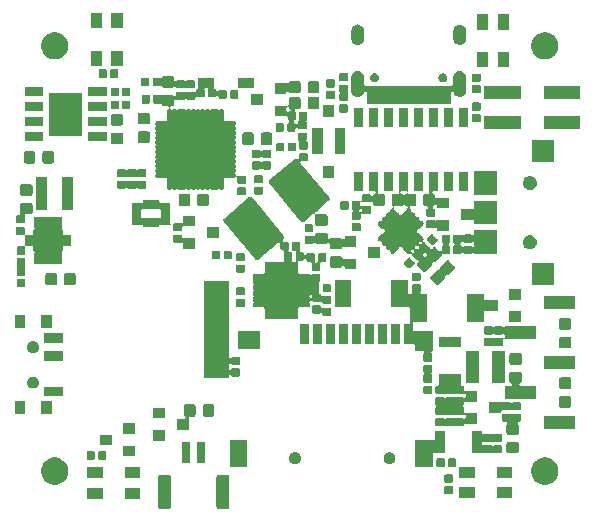
<source format=gbr>
G04 #@! TF.GenerationSoftware,KiCad,Pcbnew,5.0.2-bee76a0~70~ubuntu18.04.1*
G04 #@! TF.CreationDate,2019-03-04T23:14:38+01:00*
G04 #@! TF.ProjectId,anotterwatch,616e6f74-7465-4727-9761-7463682e6b69,rev?*
G04 #@! TF.SameCoordinates,Original*
G04 #@! TF.FileFunction,Soldermask,Bot*
G04 #@! TF.FilePolarity,Negative*
%FSLAX46Y46*%
G04 Gerber Fmt 4.6, Leading zero omitted, Abs format (unit mm)*
G04 Created by KiCad (PCBNEW 5.0.2-bee76a0~70~ubuntu18.04.1) date Mo 04 Mär 2019 23:14:38 CET*
%MOMM*%
%LPD*%
G01*
G04 APERTURE LIST*
%ADD10C,0.100000*%
G04 APERTURE END LIST*
D10*
G36*
X96123233Y-108310086D02*
X96163081Y-108322174D01*
X96199801Y-108341801D01*
X96231986Y-108368214D01*
X96258399Y-108400399D01*
X96278026Y-108437119D01*
X96290114Y-108476967D01*
X96294800Y-108524541D01*
X96294800Y-110988259D01*
X96290114Y-111035833D01*
X96278026Y-111075681D01*
X96258399Y-111112401D01*
X96231986Y-111144586D01*
X96199801Y-111170999D01*
X96163081Y-111190626D01*
X96123233Y-111202714D01*
X96075659Y-111207400D01*
X95411941Y-111207400D01*
X95364367Y-111202714D01*
X95324519Y-111190626D01*
X95287799Y-111170999D01*
X95255614Y-111144586D01*
X95229201Y-111112401D01*
X95209574Y-111075681D01*
X95197486Y-111035833D01*
X95192800Y-110988259D01*
X95192800Y-108524541D01*
X95197486Y-108476967D01*
X95209574Y-108437119D01*
X95229201Y-108400399D01*
X95255614Y-108368214D01*
X95287799Y-108341801D01*
X95324519Y-108322174D01*
X95364367Y-108310086D01*
X95411941Y-108305400D01*
X96075659Y-108305400D01*
X96123233Y-108310086D01*
X96123233Y-108310086D01*
G37*
G36*
X91173233Y-108310086D02*
X91213081Y-108322174D01*
X91249801Y-108341801D01*
X91281986Y-108368214D01*
X91308399Y-108400399D01*
X91328026Y-108437119D01*
X91340114Y-108476967D01*
X91344800Y-108524541D01*
X91344800Y-110988259D01*
X91340114Y-111035833D01*
X91328026Y-111075681D01*
X91308399Y-111112401D01*
X91281986Y-111144586D01*
X91249801Y-111170999D01*
X91213081Y-111190626D01*
X91173233Y-111202714D01*
X91125659Y-111207400D01*
X90461941Y-111207400D01*
X90414367Y-111202714D01*
X90374519Y-111190626D01*
X90337799Y-111170999D01*
X90305614Y-111144586D01*
X90279201Y-111112401D01*
X90259574Y-111075681D01*
X90247486Y-111035833D01*
X90242800Y-110988259D01*
X90242800Y-108524541D01*
X90247486Y-108476967D01*
X90259574Y-108437119D01*
X90279201Y-108400399D01*
X90305614Y-108368214D01*
X90337799Y-108341801D01*
X90374519Y-108322174D01*
X90414367Y-108310086D01*
X90461941Y-108305400D01*
X91125659Y-108305400D01*
X91173233Y-108310086D01*
X91173233Y-108310086D01*
G37*
G36*
X85551000Y-110351000D02*
X84249000Y-110351000D01*
X84249000Y-109399000D01*
X85551000Y-109399000D01*
X85551000Y-110351000D01*
X85551000Y-110351000D01*
G37*
G36*
X88751000Y-110351000D02*
X87449000Y-110351000D01*
X87449000Y-109399000D01*
X88751000Y-109399000D01*
X88751000Y-110351000D01*
X88751000Y-110351000D01*
G37*
G36*
X120251000Y-110317000D02*
X118949000Y-110317000D01*
X118949000Y-109365000D01*
X120251000Y-109365000D01*
X120251000Y-110317000D01*
X120251000Y-110317000D01*
G37*
G36*
X117051000Y-110317000D02*
X115749000Y-110317000D01*
X115749000Y-109365000D01*
X117051000Y-109365000D01*
X117051000Y-110317000D01*
X117051000Y-110317000D01*
G37*
G36*
X115140738Y-109260116D02*
X115161356Y-109266370D01*
X115180356Y-109276526D01*
X115197008Y-109290192D01*
X115210674Y-109306844D01*
X115220830Y-109325844D01*
X115227084Y-109346462D01*
X115229800Y-109374040D01*
X115229800Y-109832760D01*
X115227084Y-109860338D01*
X115220830Y-109880956D01*
X115210674Y-109899956D01*
X115197008Y-109916608D01*
X115180356Y-109930274D01*
X115161356Y-109940430D01*
X115140738Y-109946684D01*
X115113160Y-109949400D01*
X114604440Y-109949400D01*
X114576862Y-109946684D01*
X114556244Y-109940430D01*
X114537244Y-109930274D01*
X114520592Y-109916608D01*
X114506926Y-109899956D01*
X114496770Y-109880956D01*
X114490516Y-109860338D01*
X114487800Y-109832760D01*
X114487800Y-109374040D01*
X114490516Y-109346462D01*
X114496770Y-109325844D01*
X114506926Y-109306844D01*
X114520592Y-109290192D01*
X114537244Y-109276526D01*
X114556244Y-109266370D01*
X114576862Y-109260116D01*
X114604440Y-109257400D01*
X115113160Y-109257400D01*
X115140738Y-109260116D01*
X115140738Y-109260116D01*
G37*
G36*
X123335734Y-106893232D02*
X123545202Y-106979996D01*
X123733723Y-107105962D01*
X123894038Y-107266277D01*
X124020004Y-107454798D01*
X124106768Y-107664266D01*
X124151000Y-107886635D01*
X124151000Y-108113365D01*
X124106768Y-108335734D01*
X124020004Y-108545202D01*
X123894038Y-108733723D01*
X123733723Y-108894038D01*
X123545202Y-109020004D01*
X123335734Y-109106768D01*
X123113365Y-109151000D01*
X122886635Y-109151000D01*
X122664266Y-109106768D01*
X122454798Y-109020004D01*
X122266277Y-108894038D01*
X122105962Y-108733723D01*
X121979996Y-108545202D01*
X121893232Y-108335734D01*
X121849000Y-108113365D01*
X121849000Y-107886635D01*
X121893232Y-107664266D01*
X121979996Y-107454798D01*
X122105962Y-107266277D01*
X122266277Y-107105962D01*
X122454798Y-106979996D01*
X122664266Y-106893232D01*
X122886635Y-106849000D01*
X123113365Y-106849000D01*
X123335734Y-106893232D01*
X123335734Y-106893232D01*
G37*
G36*
X81835734Y-106893232D02*
X82045202Y-106979996D01*
X82233723Y-107105962D01*
X82394038Y-107266277D01*
X82520004Y-107454798D01*
X82606768Y-107664266D01*
X82651000Y-107886635D01*
X82651000Y-108113365D01*
X82606768Y-108335734D01*
X82520004Y-108545202D01*
X82394038Y-108733723D01*
X82233723Y-108894038D01*
X82045202Y-109020004D01*
X81835734Y-109106768D01*
X81613365Y-109151000D01*
X81386635Y-109151000D01*
X81164266Y-109106768D01*
X80954798Y-109020004D01*
X80766277Y-108894038D01*
X80605962Y-108733723D01*
X80479996Y-108545202D01*
X80393232Y-108335734D01*
X80349000Y-108113365D01*
X80349000Y-107886635D01*
X80393232Y-107664266D01*
X80479996Y-107454798D01*
X80605962Y-107266277D01*
X80766277Y-107105962D01*
X80954798Y-106979996D01*
X81164266Y-106893232D01*
X81386635Y-106849000D01*
X81613365Y-106849000D01*
X81835734Y-106893232D01*
X81835734Y-106893232D01*
G37*
G36*
X115140738Y-108290116D02*
X115161356Y-108296370D01*
X115180356Y-108306526D01*
X115197008Y-108320192D01*
X115210674Y-108336844D01*
X115220830Y-108355844D01*
X115227084Y-108376462D01*
X115229800Y-108404040D01*
X115229800Y-108862760D01*
X115227084Y-108890338D01*
X115220830Y-108910956D01*
X115210674Y-108929956D01*
X115197008Y-108946608D01*
X115180356Y-108960274D01*
X115161356Y-108970430D01*
X115140738Y-108976684D01*
X115113160Y-108979400D01*
X114604440Y-108979400D01*
X114576862Y-108976684D01*
X114556244Y-108970430D01*
X114537244Y-108960274D01*
X114520592Y-108946608D01*
X114506926Y-108929956D01*
X114496770Y-108910956D01*
X114490516Y-108890338D01*
X114487800Y-108862760D01*
X114487800Y-108404040D01*
X114490516Y-108376462D01*
X114496770Y-108355844D01*
X114506926Y-108336844D01*
X114520592Y-108320192D01*
X114537244Y-108306526D01*
X114556244Y-108296370D01*
X114576862Y-108290116D01*
X114604440Y-108287400D01*
X115113160Y-108287400D01*
X115140738Y-108290116D01*
X115140738Y-108290116D01*
G37*
G36*
X88751000Y-108601000D02*
X87449000Y-108601000D01*
X87449000Y-107649000D01*
X88751000Y-107649000D01*
X88751000Y-108601000D01*
X88751000Y-108601000D01*
G37*
G36*
X85551000Y-108601000D02*
X84249000Y-108601000D01*
X84249000Y-107649000D01*
X85551000Y-107649000D01*
X85551000Y-108601000D01*
X85551000Y-108601000D01*
G37*
G36*
X117051000Y-108567000D02*
X115749000Y-108567000D01*
X115749000Y-107615000D01*
X117051000Y-107615000D01*
X117051000Y-108567000D01*
X117051000Y-108567000D01*
G37*
G36*
X120251000Y-108567000D02*
X118949000Y-108567000D01*
X118949000Y-107615000D01*
X120251000Y-107615000D01*
X120251000Y-108567000D01*
X120251000Y-108567000D01*
G37*
G36*
X115397538Y-106921316D02*
X115418156Y-106927570D01*
X115437156Y-106937726D01*
X115453808Y-106951392D01*
X115467474Y-106968044D01*
X115477630Y-106987044D01*
X115483884Y-107007662D01*
X115486600Y-107035240D01*
X115486600Y-107543960D01*
X115483884Y-107571538D01*
X115477630Y-107592156D01*
X115467474Y-107611156D01*
X115453808Y-107627808D01*
X115437156Y-107641474D01*
X115418156Y-107651630D01*
X115397538Y-107657884D01*
X115369960Y-107660600D01*
X114911240Y-107660600D01*
X114883662Y-107657884D01*
X114863044Y-107651630D01*
X114844044Y-107641474D01*
X114827392Y-107627808D01*
X114813726Y-107611156D01*
X114803570Y-107592156D01*
X114797316Y-107571538D01*
X114794600Y-107543960D01*
X114794600Y-107035240D01*
X114797316Y-107007662D01*
X114803570Y-106987044D01*
X114813726Y-106968044D01*
X114827392Y-106951392D01*
X114844044Y-106937726D01*
X114863044Y-106927570D01*
X114883662Y-106921316D01*
X114911240Y-106918600D01*
X115369960Y-106918600D01*
X115397538Y-106921316D01*
X115397538Y-106921316D01*
G37*
G36*
X114427538Y-106921316D02*
X114448156Y-106927570D01*
X114467156Y-106937726D01*
X114483808Y-106951392D01*
X114497474Y-106968044D01*
X114507630Y-106987044D01*
X114513884Y-107007662D01*
X114516600Y-107035240D01*
X114516600Y-107543960D01*
X114513884Y-107571538D01*
X114507630Y-107592156D01*
X114497474Y-107611156D01*
X114483808Y-107627808D01*
X114467156Y-107641474D01*
X114448156Y-107651630D01*
X114427538Y-107657884D01*
X114399960Y-107660600D01*
X113941240Y-107660600D01*
X113913662Y-107657884D01*
X113893044Y-107651630D01*
X113874044Y-107641474D01*
X113857392Y-107627808D01*
X113843726Y-107611156D01*
X113833570Y-107592156D01*
X113827316Y-107571538D01*
X113824600Y-107543960D01*
X113824600Y-107035240D01*
X113827316Y-107007662D01*
X113833570Y-106987044D01*
X113843726Y-106968044D01*
X113857392Y-106951392D01*
X113874044Y-106937726D01*
X113893044Y-106927570D01*
X113913662Y-106921316D01*
X113941240Y-106918600D01*
X114399960Y-106918600D01*
X114427538Y-106921316D01*
X114427538Y-106921316D01*
G37*
G36*
X114573000Y-106463000D02*
X113628000Y-106463000D01*
X113603614Y-106465402D01*
X113580165Y-106472515D01*
X113558554Y-106484066D01*
X113539612Y-106499612D01*
X113524066Y-106518554D01*
X113512515Y-106540165D01*
X113505402Y-106563614D01*
X113503000Y-106588000D01*
X113503000Y-107648000D01*
X112001000Y-107648000D01*
X112001000Y-105346000D01*
X113596000Y-105346000D01*
X113620386Y-105343598D01*
X113643835Y-105336485D01*
X113665446Y-105324934D01*
X113684388Y-105309388D01*
X113699934Y-105290446D01*
X113711485Y-105268835D01*
X113718598Y-105245386D01*
X113721000Y-105221000D01*
X113721000Y-104611000D01*
X114573000Y-104611000D01*
X114573000Y-106463000D01*
X114573000Y-106463000D01*
G37*
G36*
X97803000Y-107648000D02*
X96301000Y-107648000D01*
X96301000Y-105346000D01*
X97803000Y-105346000D01*
X97803000Y-107648000D01*
X97803000Y-107648000D01*
G37*
G36*
X101998136Y-106415253D02*
X102089312Y-106453019D01*
X102171372Y-106507850D01*
X102241150Y-106577628D01*
X102295981Y-106659688D01*
X102333747Y-106750864D01*
X102353000Y-106847656D01*
X102353000Y-106946344D01*
X102333747Y-107043136D01*
X102295981Y-107134312D01*
X102241150Y-107216372D01*
X102171372Y-107286150D01*
X102089312Y-107340981D01*
X101998136Y-107378747D01*
X101901344Y-107398000D01*
X101802656Y-107398000D01*
X101705864Y-107378747D01*
X101614688Y-107340981D01*
X101532628Y-107286150D01*
X101462850Y-107216372D01*
X101408019Y-107134312D01*
X101370253Y-107043136D01*
X101351000Y-106946344D01*
X101351000Y-106847656D01*
X101370253Y-106750864D01*
X101408019Y-106659688D01*
X101462850Y-106577628D01*
X101532628Y-106507850D01*
X101614688Y-106453019D01*
X101705864Y-106415253D01*
X101802656Y-106396000D01*
X101901344Y-106396000D01*
X101998136Y-106415253D01*
X101998136Y-106415253D01*
G37*
G36*
X109998136Y-106415253D02*
X110089312Y-106453019D01*
X110171372Y-106507850D01*
X110241150Y-106577628D01*
X110295981Y-106659688D01*
X110333747Y-106750864D01*
X110353000Y-106847656D01*
X110353000Y-106946344D01*
X110333747Y-107043136D01*
X110295981Y-107134312D01*
X110241150Y-107216372D01*
X110171372Y-107286150D01*
X110089312Y-107340981D01*
X109998136Y-107378747D01*
X109901344Y-107398000D01*
X109802656Y-107398000D01*
X109705864Y-107378747D01*
X109614688Y-107340981D01*
X109532628Y-107286150D01*
X109462850Y-107216372D01*
X109408019Y-107134312D01*
X109370253Y-107043136D01*
X109351000Y-106946344D01*
X109351000Y-106847656D01*
X109370253Y-106750864D01*
X109408019Y-106659688D01*
X109462850Y-106577628D01*
X109532628Y-106507850D01*
X109614688Y-106453019D01*
X109705864Y-106415253D01*
X109802656Y-106396000D01*
X109901344Y-106396000D01*
X109998136Y-106415253D01*
X109998136Y-106415253D01*
G37*
G36*
X94153728Y-105508164D02*
X94174811Y-105514560D01*
X94194242Y-105524946D01*
X94211275Y-105538925D01*
X94225254Y-105555958D01*
X94235640Y-105575389D01*
X94242036Y-105596472D01*
X94244800Y-105624540D01*
X94244800Y-107188260D01*
X94242036Y-107216328D01*
X94235640Y-107237411D01*
X94225254Y-107256842D01*
X94211275Y-107273875D01*
X94194242Y-107287854D01*
X94174811Y-107298240D01*
X94153728Y-107304636D01*
X94125660Y-107307400D01*
X93661940Y-107307400D01*
X93633872Y-107304636D01*
X93612789Y-107298240D01*
X93593358Y-107287854D01*
X93576325Y-107273875D01*
X93562346Y-107256842D01*
X93551960Y-107237411D01*
X93545564Y-107216328D01*
X93542800Y-107188260D01*
X93542800Y-105624540D01*
X93545564Y-105596472D01*
X93551960Y-105575389D01*
X93562346Y-105555958D01*
X93576325Y-105538925D01*
X93593358Y-105524946D01*
X93612789Y-105514560D01*
X93633872Y-105508164D01*
X93661940Y-105505400D01*
X94125660Y-105505400D01*
X94153728Y-105508164D01*
X94153728Y-105508164D01*
G37*
G36*
X92903728Y-105508164D02*
X92924811Y-105514560D01*
X92944242Y-105524946D01*
X92961275Y-105538925D01*
X92975254Y-105555958D01*
X92985640Y-105575389D01*
X92992036Y-105596472D01*
X92994800Y-105624540D01*
X92994800Y-107188260D01*
X92992036Y-107216328D01*
X92985640Y-107237411D01*
X92975254Y-107256842D01*
X92961275Y-107273875D01*
X92944242Y-107287854D01*
X92924811Y-107298240D01*
X92903728Y-107304636D01*
X92875660Y-107307400D01*
X92411940Y-107307400D01*
X92383872Y-107304636D01*
X92362789Y-107298240D01*
X92343358Y-107287854D01*
X92326325Y-107273875D01*
X92312346Y-107256842D01*
X92301960Y-107237411D01*
X92295564Y-107216328D01*
X92292800Y-107188260D01*
X92292800Y-105624540D01*
X92295564Y-105596472D01*
X92301960Y-105575389D01*
X92312346Y-105555958D01*
X92326325Y-105538925D01*
X92343358Y-105524946D01*
X92362789Y-105514560D01*
X92383872Y-105508164D01*
X92411940Y-105505400D01*
X92875660Y-105505400D01*
X92903728Y-105508164D01*
X92903728Y-105508164D01*
G37*
G36*
X84811138Y-106311716D02*
X84831756Y-106317970D01*
X84850756Y-106328126D01*
X84867408Y-106341792D01*
X84881074Y-106358444D01*
X84891230Y-106377444D01*
X84897484Y-106398062D01*
X84900200Y-106425640D01*
X84900200Y-106934360D01*
X84897484Y-106961938D01*
X84891230Y-106982556D01*
X84881074Y-107001556D01*
X84867408Y-107018208D01*
X84850756Y-107031874D01*
X84831756Y-107042030D01*
X84811138Y-107048284D01*
X84783560Y-107051000D01*
X84324840Y-107051000D01*
X84297262Y-107048284D01*
X84276644Y-107042030D01*
X84257644Y-107031874D01*
X84240992Y-107018208D01*
X84227326Y-107001556D01*
X84217170Y-106982556D01*
X84210916Y-106961938D01*
X84208200Y-106934360D01*
X84208200Y-106425640D01*
X84210916Y-106398062D01*
X84217170Y-106377444D01*
X84227326Y-106358444D01*
X84240992Y-106341792D01*
X84257644Y-106328126D01*
X84276644Y-106317970D01*
X84297262Y-106311716D01*
X84324840Y-106309000D01*
X84783560Y-106309000D01*
X84811138Y-106311716D01*
X84811138Y-106311716D01*
G37*
G36*
X85781138Y-106311716D02*
X85801756Y-106317970D01*
X85820756Y-106328126D01*
X85837408Y-106341792D01*
X85851074Y-106358444D01*
X85861230Y-106377444D01*
X85867484Y-106398062D01*
X85870200Y-106425640D01*
X85870200Y-106934360D01*
X85867484Y-106961938D01*
X85861230Y-106982556D01*
X85851074Y-107001556D01*
X85837408Y-107018208D01*
X85820756Y-107031874D01*
X85801756Y-107042030D01*
X85781138Y-107048284D01*
X85753560Y-107051000D01*
X85294840Y-107051000D01*
X85267262Y-107048284D01*
X85246644Y-107042030D01*
X85227644Y-107031874D01*
X85210992Y-107018208D01*
X85197326Y-107001556D01*
X85187170Y-106982556D01*
X85180916Y-106961938D01*
X85178200Y-106934360D01*
X85178200Y-106425640D01*
X85180916Y-106398062D01*
X85187170Y-106377444D01*
X85197326Y-106358444D01*
X85210992Y-106341792D01*
X85227644Y-106328126D01*
X85246644Y-106317970D01*
X85267262Y-106311716D01*
X85294840Y-106309000D01*
X85753560Y-106309000D01*
X85781138Y-106311716D01*
X85781138Y-106311716D01*
G37*
G36*
X88318200Y-106760200D02*
X87316200Y-106760200D01*
X87316200Y-105858200D01*
X88318200Y-105858200D01*
X88318200Y-106760200D01*
X88318200Y-106760200D01*
G37*
G36*
X120648591Y-105522585D02*
X120682569Y-105532893D01*
X120713887Y-105549633D01*
X120741339Y-105572161D01*
X120763867Y-105599613D01*
X120780607Y-105630931D01*
X120790915Y-105664909D01*
X120795000Y-105706390D01*
X120795000Y-106307610D01*
X120790915Y-106349091D01*
X120780607Y-106383069D01*
X120763867Y-106414387D01*
X120741339Y-106441839D01*
X120713887Y-106464367D01*
X120682569Y-106481107D01*
X120648591Y-106491415D01*
X120607110Y-106495500D01*
X119930890Y-106495500D01*
X119889409Y-106491415D01*
X119855431Y-106481107D01*
X119824113Y-106464367D01*
X119796661Y-106441839D01*
X119774133Y-106414387D01*
X119757393Y-106383069D01*
X119747085Y-106349091D01*
X119743000Y-106307610D01*
X119743000Y-105706390D01*
X119747085Y-105664909D01*
X119757393Y-105630931D01*
X119774133Y-105599613D01*
X119796661Y-105572161D01*
X119824113Y-105549633D01*
X119855431Y-105532893D01*
X119889409Y-105522585D01*
X119930890Y-105518500D01*
X120607110Y-105518500D01*
X120648591Y-105522585D01*
X120648591Y-105522585D01*
G37*
G36*
X117673000Y-104739224D02*
X117675402Y-104763610D01*
X117682515Y-104787059D01*
X117694066Y-104808670D01*
X117709612Y-104827612D01*
X117728554Y-104843158D01*
X117750165Y-104854709D01*
X117773614Y-104861822D01*
X117798000Y-104864224D01*
X117822386Y-104861822D01*
X117845835Y-104854709D01*
X117856926Y-104849463D01*
X117870942Y-104841971D01*
X117891562Y-104835716D01*
X117919140Y-104833000D01*
X118427860Y-104833000D01*
X118455438Y-104835716D01*
X118476056Y-104841970D01*
X118495053Y-104852125D01*
X118506951Y-104861889D01*
X118527326Y-104875502D01*
X118549965Y-104884880D01*
X118573999Y-104889660D01*
X118598503Y-104889660D01*
X118622536Y-104884879D01*
X118645175Y-104875502D01*
X118665549Y-104861889D01*
X118677447Y-104852125D01*
X118696444Y-104841970D01*
X118717062Y-104835716D01*
X118744640Y-104833000D01*
X119253360Y-104833000D01*
X119280938Y-104835716D01*
X119301556Y-104841970D01*
X119320556Y-104852126D01*
X119337208Y-104865792D01*
X119350874Y-104882444D01*
X119361030Y-104901444D01*
X119367284Y-104922062D01*
X119370000Y-104949640D01*
X119370000Y-105408360D01*
X119367284Y-105435938D01*
X119361030Y-105456556D01*
X119350874Y-105475556D01*
X119337208Y-105492208D01*
X119320556Y-105505874D01*
X119301556Y-105516030D01*
X119280938Y-105522284D01*
X119253360Y-105525000D01*
X118744640Y-105525000D01*
X118717062Y-105522284D01*
X118696444Y-105516030D01*
X118677447Y-105505875D01*
X118665549Y-105496111D01*
X118645174Y-105482498D01*
X118622535Y-105473120D01*
X118598501Y-105468340D01*
X118573997Y-105468340D01*
X118549964Y-105473121D01*
X118527325Y-105482498D01*
X118506951Y-105496111D01*
X118495053Y-105505875D01*
X118476056Y-105516030D01*
X118455438Y-105522284D01*
X118427860Y-105525000D01*
X117919140Y-105525000D01*
X117891562Y-105522284D01*
X117870942Y-105516029D01*
X117856926Y-105508537D01*
X117834287Y-105499159D01*
X117810254Y-105494378D01*
X117785750Y-105494378D01*
X117761716Y-105499158D01*
X117739077Y-105508535D01*
X117718702Y-105522149D01*
X117701375Y-105539476D01*
X117687761Y-105559850D01*
X117678383Y-105582489D01*
X117673602Y-105606522D01*
X117673000Y-105618776D01*
X117673000Y-105709224D01*
X117675402Y-105733610D01*
X117682515Y-105757059D01*
X117694066Y-105778670D01*
X117709612Y-105797612D01*
X117728554Y-105813158D01*
X117750165Y-105824709D01*
X117773614Y-105831822D01*
X117798000Y-105834224D01*
X117822386Y-105831822D01*
X117845835Y-105824709D01*
X117856926Y-105819463D01*
X117870942Y-105811971D01*
X117891562Y-105805716D01*
X117919140Y-105803000D01*
X118427860Y-105803000D01*
X118455438Y-105805716D01*
X118476056Y-105811970D01*
X118495053Y-105822125D01*
X118506951Y-105831889D01*
X118527326Y-105845502D01*
X118549965Y-105854880D01*
X118573999Y-105859660D01*
X118598503Y-105859660D01*
X118622536Y-105854879D01*
X118645175Y-105845502D01*
X118665549Y-105831889D01*
X118677447Y-105822125D01*
X118696444Y-105811970D01*
X118717062Y-105805716D01*
X118744640Y-105803000D01*
X119253360Y-105803000D01*
X119280938Y-105805716D01*
X119301556Y-105811970D01*
X119320556Y-105822126D01*
X119337208Y-105835792D01*
X119350874Y-105852444D01*
X119361030Y-105871444D01*
X119367284Y-105892062D01*
X119370000Y-105919640D01*
X119370000Y-106378360D01*
X119367284Y-106405938D01*
X119361030Y-106426556D01*
X119350874Y-106445556D01*
X119337208Y-106462208D01*
X119320556Y-106475874D01*
X119301556Y-106486030D01*
X119280938Y-106492284D01*
X119253360Y-106495000D01*
X118744640Y-106495000D01*
X118717062Y-106492284D01*
X118696444Y-106486030D01*
X118677447Y-106475875D01*
X118665549Y-106466111D01*
X118645174Y-106452498D01*
X118622535Y-106443120D01*
X118598501Y-106438340D01*
X118573997Y-106438340D01*
X118549964Y-106443121D01*
X118527325Y-106452498D01*
X118506951Y-106466111D01*
X118495053Y-106475875D01*
X118476056Y-106486030D01*
X118455438Y-106492284D01*
X118427860Y-106495000D01*
X117919140Y-106495000D01*
X117891562Y-106492284D01*
X117870947Y-106486030D01*
X117855474Y-106477760D01*
X117832835Y-106468383D01*
X117808801Y-106463602D01*
X117796548Y-106463000D01*
X116821000Y-106463000D01*
X116821000Y-104611000D01*
X117673000Y-104611000D01*
X117673000Y-104739224D01*
X117673000Y-104739224D01*
G37*
G36*
X86318200Y-105810200D02*
X85316200Y-105810200D01*
X85316200Y-104908200D01*
X86318200Y-104908200D01*
X86318200Y-105810200D01*
X86318200Y-105810200D01*
G37*
G36*
X90839400Y-105439400D02*
X89837400Y-105439400D01*
X89837400Y-104537400D01*
X90839400Y-104537400D01*
X90839400Y-105439400D01*
X90839400Y-105439400D01*
G37*
G36*
X120042938Y-103138716D02*
X120063556Y-103144970D01*
X120082553Y-103155125D01*
X120094451Y-103164889D01*
X120114826Y-103178502D01*
X120137465Y-103187880D01*
X120161499Y-103192660D01*
X120186003Y-103192660D01*
X120210036Y-103187879D01*
X120232675Y-103178502D01*
X120253049Y-103164889D01*
X120264947Y-103155125D01*
X120283944Y-103144970D01*
X120304562Y-103138716D01*
X120332140Y-103136000D01*
X120840860Y-103136000D01*
X120868438Y-103138716D01*
X120889056Y-103144970D01*
X120908056Y-103155126D01*
X120924708Y-103168792D01*
X120938374Y-103185444D01*
X120948530Y-103204444D01*
X120954784Y-103225062D01*
X120957500Y-103252640D01*
X120957500Y-103711360D01*
X120954784Y-103738938D01*
X120948530Y-103759556D01*
X120938374Y-103778556D01*
X120924708Y-103795208D01*
X120908056Y-103808874D01*
X120889056Y-103819030D01*
X120868438Y-103825284D01*
X120853067Y-103826798D01*
X120829034Y-103831579D01*
X120806395Y-103840957D01*
X120786021Y-103854571D01*
X120768694Y-103871898D01*
X120755080Y-103892273D01*
X120745703Y-103914912D01*
X120740923Y-103938946D01*
X120740923Y-103963450D01*
X120745704Y-103987483D01*
X120755082Y-104010122D01*
X120760278Y-104017898D01*
X120780607Y-104055931D01*
X120790915Y-104089909D01*
X120795000Y-104131390D01*
X120795000Y-104732610D01*
X120790915Y-104774091D01*
X120780607Y-104808069D01*
X120763867Y-104839387D01*
X120741339Y-104866839D01*
X120713887Y-104889367D01*
X120682569Y-104906107D01*
X120648591Y-104916415D01*
X120607110Y-104920500D01*
X119930890Y-104920500D01*
X119889409Y-104916415D01*
X119855431Y-104906107D01*
X119824113Y-104889367D01*
X119796661Y-104866839D01*
X119774133Y-104839387D01*
X119757393Y-104808069D01*
X119747085Y-104774091D01*
X119743000Y-104732610D01*
X119743000Y-104131390D01*
X119747085Y-104089909D01*
X119757393Y-104055931D01*
X119778821Y-104015842D01*
X119781439Y-104011924D01*
X119790816Y-103989285D01*
X119795596Y-103965251D01*
X119795596Y-103940747D01*
X119790815Y-103916714D01*
X119781438Y-103894075D01*
X119767824Y-103873700D01*
X119750496Y-103856373D01*
X119730122Y-103842759D01*
X119707483Y-103833382D01*
X119671198Y-103828000D01*
X119506640Y-103828000D01*
X119479062Y-103825284D01*
X119458444Y-103819030D01*
X119439444Y-103808874D01*
X119422792Y-103795208D01*
X119409126Y-103778556D01*
X119398970Y-103759556D01*
X119392716Y-103738938D01*
X119390000Y-103711360D01*
X119390000Y-103252640D01*
X119393047Y-103221704D01*
X119396519Y-103204246D01*
X119396518Y-103179742D01*
X119391736Y-103155709D01*
X119388244Y-103147279D01*
X119394114Y-103149060D01*
X119418500Y-103151462D01*
X119454784Y-103146080D01*
X119479060Y-103138716D01*
X119506640Y-103136000D01*
X120015360Y-103136000D01*
X120042938Y-103138716D01*
X120042938Y-103138716D01*
G37*
G36*
X88318200Y-104860200D02*
X87316200Y-104860200D01*
X87316200Y-103958200D01*
X88318200Y-103958200D01*
X88318200Y-104860200D01*
X88318200Y-104860200D01*
G37*
G36*
X93280591Y-102348085D02*
X93314569Y-102358393D01*
X93345887Y-102375133D01*
X93373339Y-102397661D01*
X93395867Y-102425113D01*
X93412607Y-102456431D01*
X93422915Y-102490409D01*
X93427000Y-102531890D01*
X93427000Y-103208110D01*
X93422915Y-103249591D01*
X93412607Y-103283569D01*
X93395867Y-103314887D01*
X93373339Y-103342339D01*
X93345887Y-103364867D01*
X93314569Y-103381607D01*
X93280591Y-103391915D01*
X93239110Y-103396000D01*
X92964400Y-103396000D01*
X92940014Y-103398402D01*
X92916565Y-103405515D01*
X92894954Y-103417066D01*
X92876012Y-103432612D01*
X92860466Y-103451554D01*
X92848915Y-103473165D01*
X92841802Y-103496614D01*
X92839400Y-103521000D01*
X92839400Y-104489400D01*
X91837400Y-104489400D01*
X91837400Y-103587400D01*
X92452918Y-103587400D01*
X92477304Y-103584998D01*
X92500753Y-103577885D01*
X92522364Y-103566334D01*
X92541306Y-103550788D01*
X92556852Y-103531846D01*
X92568403Y-103510235D01*
X92575516Y-103486786D01*
X92577918Y-103462400D01*
X92575516Y-103438014D01*
X92568403Y-103414565D01*
X92556852Y-103392954D01*
X92541306Y-103374012D01*
X92532216Y-103365773D01*
X92503663Y-103342341D01*
X92481133Y-103314887D01*
X92464393Y-103283569D01*
X92454085Y-103249591D01*
X92450000Y-103208110D01*
X92450000Y-102531890D01*
X92454085Y-102490409D01*
X92464393Y-102456431D01*
X92481133Y-102425113D01*
X92503661Y-102397661D01*
X92531113Y-102375133D01*
X92562431Y-102358393D01*
X92596409Y-102348085D01*
X92637890Y-102344000D01*
X93239110Y-102344000D01*
X93280591Y-102348085D01*
X93280591Y-102348085D01*
G37*
G36*
X125531000Y-104437000D02*
X122919000Y-104437000D01*
X122919000Y-103335000D01*
X125531000Y-103335000D01*
X125531000Y-104437000D01*
X125531000Y-104437000D01*
G37*
G36*
X115861000Y-100644000D02*
X115863402Y-100668386D01*
X115870515Y-100691835D01*
X115882066Y-100713446D01*
X115897612Y-100732388D01*
X115916554Y-100747934D01*
X115938165Y-100759485D01*
X115961614Y-100766598D01*
X115986000Y-100769000D01*
X116014860Y-100769000D01*
X116042438Y-100771716D01*
X116063056Y-100777970D01*
X116082056Y-100788126D01*
X116098708Y-100801792D01*
X116112374Y-100818444D01*
X116122530Y-100837444D01*
X116128784Y-100858062D01*
X116131500Y-100885640D01*
X116131500Y-101090000D01*
X116133902Y-101114386D01*
X116141015Y-101137835D01*
X116152566Y-101159446D01*
X116168112Y-101178388D01*
X116187054Y-101193934D01*
X116208665Y-101205485D01*
X116232114Y-101212598D01*
X116256500Y-101215000D01*
X117293500Y-101215000D01*
X117293500Y-102117000D01*
X116256500Y-102117000D01*
X116232114Y-102119402D01*
X116208665Y-102126515D01*
X116187054Y-102138066D01*
X116168112Y-102153612D01*
X116152566Y-102172554D01*
X116141015Y-102194165D01*
X116133902Y-102217614D01*
X116131500Y-102242000D01*
X116131500Y-102314360D01*
X116128784Y-102341938D01*
X116122530Y-102362556D01*
X116112374Y-102381556D01*
X116092876Y-102405314D01*
X116088494Y-102409696D01*
X116074879Y-102430070D01*
X116065500Y-102452709D01*
X116060719Y-102476742D01*
X116060717Y-102501246D01*
X116065497Y-102525280D01*
X116074873Y-102547919D01*
X116088486Y-102568294D01*
X116092869Y-102572677D01*
X116112374Y-102596444D01*
X116122530Y-102615444D01*
X116128784Y-102636062D01*
X116131500Y-102663640D01*
X116131500Y-102990000D01*
X116133902Y-103014386D01*
X116141015Y-103037835D01*
X116152566Y-103059446D01*
X116168112Y-103078388D01*
X116187054Y-103093934D01*
X116208665Y-103105485D01*
X116232114Y-103112598D01*
X116256500Y-103115000D01*
X117293500Y-103115000D01*
X117293500Y-104017000D01*
X116252216Y-104017000D01*
X116227830Y-104019402D01*
X116204381Y-104026515D01*
X116182770Y-104038066D01*
X116163828Y-104053612D01*
X116148282Y-104072554D01*
X116136731Y-104094165D01*
X116133163Y-104108404D01*
X116132357Y-104108159D01*
X116122530Y-104140556D01*
X116112374Y-104159556D01*
X116098708Y-104176208D01*
X116082056Y-104189874D01*
X116063056Y-104200030D01*
X116042438Y-104206284D01*
X116014860Y-104209000D01*
X115506140Y-104209000D01*
X115478562Y-104206284D01*
X115457944Y-104200030D01*
X115438944Y-104189874D01*
X115427049Y-104180112D01*
X115406674Y-104166498D01*
X115384035Y-104157121D01*
X115360002Y-104152341D01*
X115335498Y-104152341D01*
X115311464Y-104157122D01*
X115288825Y-104166499D01*
X115268455Y-104180110D01*
X115256557Y-104189874D01*
X115237557Y-104200030D01*
X115216939Y-104206284D01*
X115189361Y-104209000D01*
X114680641Y-104209000D01*
X114653063Y-104206284D01*
X114632445Y-104200030D01*
X114613448Y-104189875D01*
X114601550Y-104180111D01*
X114581175Y-104166498D01*
X114558536Y-104157120D01*
X114534502Y-104152340D01*
X114509998Y-104152340D01*
X114485965Y-104157121D01*
X114463326Y-104166498D01*
X114442955Y-104180109D01*
X114431056Y-104189874D01*
X114412056Y-104200030D01*
X114391438Y-104206284D01*
X114363860Y-104209000D01*
X113855140Y-104209000D01*
X113827562Y-104206284D01*
X113806944Y-104200030D01*
X113787944Y-104189874D01*
X113771292Y-104176208D01*
X113757626Y-104159556D01*
X113747470Y-104140556D01*
X113741216Y-104119938D01*
X113738500Y-104092360D01*
X113738500Y-103633640D01*
X113741216Y-103606062D01*
X113747470Y-103585444D01*
X113757626Y-103566444D01*
X113771292Y-103549792D01*
X113787944Y-103536126D01*
X113806944Y-103525970D01*
X113827562Y-103519716D01*
X113855140Y-103517000D01*
X114363860Y-103517000D01*
X114391438Y-103519716D01*
X114412056Y-103525970D01*
X114431056Y-103536126D01*
X114442955Y-103545891D01*
X114463330Y-103559504D01*
X114485969Y-103568881D01*
X114510002Y-103573660D01*
X114534507Y-103573660D01*
X114558540Y-103568879D01*
X114581179Y-103559500D01*
X114601550Y-103545889D01*
X114613448Y-103536125D01*
X114632445Y-103525970D01*
X114653063Y-103519716D01*
X114680641Y-103517000D01*
X115189361Y-103517000D01*
X115216939Y-103519716D01*
X115237557Y-103525970D01*
X115256557Y-103536126D01*
X115268455Y-103545890D01*
X115288830Y-103559503D01*
X115311469Y-103568880D01*
X115335503Y-103573659D01*
X115360007Y-103573659D01*
X115384041Y-103568877D01*
X115406679Y-103559499D01*
X115427049Y-103545888D01*
X115438944Y-103536126D01*
X115457944Y-103525970D01*
X115478562Y-103519716D01*
X115506140Y-103517000D01*
X116014860Y-103517000D01*
X116042438Y-103519716D01*
X116063056Y-103525970D01*
X116082056Y-103536126D01*
X116087203Y-103540350D01*
X116107578Y-103553964D01*
X116130217Y-103563340D01*
X116154251Y-103568120D01*
X116178755Y-103568120D01*
X116202789Y-103563339D01*
X116225427Y-103553961D01*
X116245802Y-103540346D01*
X116263128Y-103523019D01*
X116276742Y-103502644D01*
X116286118Y-103480005D01*
X116291500Y-103443722D01*
X116291500Y-103312278D01*
X116289098Y-103287892D01*
X116281985Y-103264443D01*
X116270434Y-103242832D01*
X116254888Y-103223890D01*
X116235946Y-103208344D01*
X116214335Y-103196793D01*
X116190886Y-103189680D01*
X116166500Y-103187278D01*
X116142114Y-103189680D01*
X116118665Y-103196793D01*
X116087203Y-103215650D01*
X116082056Y-103219874D01*
X116063056Y-103230030D01*
X116042438Y-103236284D01*
X116014860Y-103239000D01*
X115506140Y-103239000D01*
X115478562Y-103236284D01*
X115457944Y-103230030D01*
X115438944Y-103219874D01*
X115427049Y-103210112D01*
X115406674Y-103196498D01*
X115384035Y-103187121D01*
X115360002Y-103182341D01*
X115335498Y-103182341D01*
X115311464Y-103187122D01*
X115288825Y-103196499D01*
X115268455Y-103210110D01*
X115256557Y-103219874D01*
X115237557Y-103230030D01*
X115216939Y-103236284D01*
X115189361Y-103239000D01*
X114680641Y-103239000D01*
X114653063Y-103236284D01*
X114632445Y-103230030D01*
X114613448Y-103219875D01*
X114601550Y-103210111D01*
X114581175Y-103196498D01*
X114558536Y-103187120D01*
X114534502Y-103182340D01*
X114509998Y-103182340D01*
X114485965Y-103187121D01*
X114463326Y-103196498D01*
X114442955Y-103210109D01*
X114431056Y-103219874D01*
X114412056Y-103230030D01*
X114391438Y-103236284D01*
X114363860Y-103239000D01*
X113855140Y-103239000D01*
X113827562Y-103236284D01*
X113806944Y-103230030D01*
X113787944Y-103219874D01*
X113771292Y-103206208D01*
X113757626Y-103189556D01*
X113747470Y-103170556D01*
X113741216Y-103149938D01*
X113738500Y-103122360D01*
X113738500Y-102663640D01*
X113741216Y-102636062D01*
X113747470Y-102615444D01*
X113757626Y-102596444D01*
X113777124Y-102572686D01*
X113781506Y-102568304D01*
X113795121Y-102547930D01*
X113804500Y-102525291D01*
X113809281Y-102501258D01*
X113809283Y-102476754D01*
X113804503Y-102452720D01*
X113795127Y-102430081D01*
X113781514Y-102409706D01*
X113777131Y-102405323D01*
X113757626Y-102381556D01*
X113747470Y-102362556D01*
X113741216Y-102341938D01*
X113738500Y-102314360D01*
X113738500Y-101855640D01*
X113741216Y-101828062D01*
X113747470Y-101807444D01*
X113757626Y-101788444D01*
X113771292Y-101771792D01*
X113787944Y-101758126D01*
X113806944Y-101747970D01*
X113827562Y-101741716D01*
X113855140Y-101739000D01*
X114363860Y-101739000D01*
X114391438Y-101741716D01*
X114412056Y-101747970D01*
X114431053Y-101758125D01*
X114442951Y-101767889D01*
X114463326Y-101781502D01*
X114485965Y-101790880D01*
X114509999Y-101795660D01*
X114534503Y-101795660D01*
X114558536Y-101790879D01*
X114581175Y-101781502D01*
X114601549Y-101767889D01*
X114613447Y-101758125D01*
X114632444Y-101747970D01*
X114653062Y-101741716D01*
X114680640Y-101739000D01*
X115189360Y-101739000D01*
X115216938Y-101741716D01*
X115237556Y-101747970D01*
X115256553Y-101758125D01*
X115268451Y-101767889D01*
X115288826Y-101781502D01*
X115311465Y-101790880D01*
X115335499Y-101795660D01*
X115360003Y-101795660D01*
X115384036Y-101790879D01*
X115406675Y-101781502D01*
X115427049Y-101767889D01*
X115438947Y-101758125D01*
X115457944Y-101747970D01*
X115478562Y-101741716D01*
X115506140Y-101739000D01*
X116014860Y-101739000D01*
X116042438Y-101741716D01*
X116063056Y-101747970D01*
X116082056Y-101758126D01*
X116087203Y-101762350D01*
X116107578Y-101775964D01*
X116130217Y-101785340D01*
X116154251Y-101790120D01*
X116178755Y-101790120D01*
X116202789Y-101785339D01*
X116225427Y-101775961D01*
X116245802Y-101762346D01*
X116263128Y-101745019D01*
X116276742Y-101724644D01*
X116286118Y-101702005D01*
X116291500Y-101665722D01*
X116291500Y-101534278D01*
X116289098Y-101509892D01*
X116281985Y-101486443D01*
X116270434Y-101464832D01*
X116254888Y-101445890D01*
X116235946Y-101430344D01*
X116214335Y-101418793D01*
X116190886Y-101411680D01*
X116166500Y-101409278D01*
X116142114Y-101411680D01*
X116118665Y-101418793D01*
X116087203Y-101437650D01*
X116082056Y-101441874D01*
X116063056Y-101452030D01*
X116042438Y-101458284D01*
X116014860Y-101461000D01*
X115506140Y-101461000D01*
X115478562Y-101458284D01*
X115457944Y-101452030D01*
X115438947Y-101441875D01*
X115427049Y-101432111D01*
X115406674Y-101418498D01*
X115384035Y-101409120D01*
X115360001Y-101404340D01*
X115335497Y-101404340D01*
X115311464Y-101409121D01*
X115288825Y-101418498D01*
X115268451Y-101432111D01*
X115256553Y-101441875D01*
X115237556Y-101452030D01*
X115216938Y-101458284D01*
X115189360Y-101461000D01*
X114680640Y-101461000D01*
X114653062Y-101458284D01*
X114632444Y-101452030D01*
X114613447Y-101441875D01*
X114601549Y-101432111D01*
X114581174Y-101418498D01*
X114558535Y-101409120D01*
X114534501Y-101404340D01*
X114509997Y-101404340D01*
X114485964Y-101409121D01*
X114463325Y-101418498D01*
X114442951Y-101432111D01*
X114431053Y-101441875D01*
X114412056Y-101452030D01*
X114391438Y-101458284D01*
X114363860Y-101461000D01*
X113855140Y-101461000D01*
X113827562Y-101458284D01*
X113806944Y-101452030D01*
X113787944Y-101441874D01*
X113771292Y-101428208D01*
X113757626Y-101411556D01*
X113747470Y-101392556D01*
X113741216Y-101371938D01*
X113738500Y-101344360D01*
X113738500Y-100885640D01*
X113741216Y-100858062D01*
X113747470Y-100837444D01*
X113757626Y-100818444D01*
X113771292Y-100801792D01*
X113787944Y-100788126D01*
X113806944Y-100777970D01*
X113827562Y-100771716D01*
X113855140Y-100769000D01*
X113884000Y-100769000D01*
X113908386Y-100766598D01*
X113931835Y-100759485D01*
X113953446Y-100747934D01*
X113972388Y-100732388D01*
X113987934Y-100713446D01*
X113999485Y-100691835D01*
X114006598Y-100668386D01*
X114009000Y-100644000D01*
X114009000Y-99739500D01*
X115861000Y-99739500D01*
X115861000Y-100644000D01*
X115861000Y-100644000D01*
G37*
G36*
X90839400Y-103539400D02*
X89837400Y-103539400D01*
X89837400Y-102637400D01*
X90839400Y-102637400D01*
X90839400Y-103539400D01*
X90839400Y-103539400D01*
G37*
G36*
X94855591Y-102348085D02*
X94889569Y-102358393D01*
X94920887Y-102375133D01*
X94948339Y-102397661D01*
X94970867Y-102425113D01*
X94987607Y-102456431D01*
X94997915Y-102490409D01*
X95002000Y-102531890D01*
X95002000Y-103208110D01*
X94997915Y-103249591D01*
X94987607Y-103283569D01*
X94970867Y-103314887D01*
X94948339Y-103342339D01*
X94920887Y-103364867D01*
X94889569Y-103381607D01*
X94855591Y-103391915D01*
X94814110Y-103396000D01*
X94212890Y-103396000D01*
X94171409Y-103391915D01*
X94137431Y-103381607D01*
X94106113Y-103364867D01*
X94078661Y-103342339D01*
X94056133Y-103314887D01*
X94039393Y-103283569D01*
X94029085Y-103249591D01*
X94025000Y-103208110D01*
X94025000Y-102531890D01*
X94029085Y-102490409D01*
X94039393Y-102456431D01*
X94056133Y-102425113D01*
X94078661Y-102397661D01*
X94106113Y-102375133D01*
X94137431Y-102358393D01*
X94171409Y-102348085D01*
X94212890Y-102344000D01*
X94814110Y-102344000D01*
X94855591Y-102348085D01*
X94855591Y-102348085D01*
G37*
G36*
X81231000Y-103201000D02*
X80329000Y-103201000D01*
X80329000Y-102099000D01*
X81231000Y-102099000D01*
X81231000Y-103201000D01*
X81231000Y-103201000D01*
G37*
G36*
X79021000Y-103201000D02*
X78119000Y-103201000D01*
X78119000Y-102099000D01*
X79021000Y-102099000D01*
X79021000Y-103201000D01*
X79021000Y-103201000D01*
G37*
G36*
X119370665Y-102171947D02*
X119394114Y-102179060D01*
X119418500Y-102181462D01*
X119454784Y-102176080D01*
X119479060Y-102168716D01*
X119506640Y-102166000D01*
X120015360Y-102166000D01*
X120042938Y-102168716D01*
X120063556Y-102174970D01*
X120082553Y-102185125D01*
X120094451Y-102194889D01*
X120114826Y-102208502D01*
X120137465Y-102217880D01*
X120161499Y-102222660D01*
X120186003Y-102222660D01*
X120210036Y-102217879D01*
X120232675Y-102208502D01*
X120253049Y-102194889D01*
X120264947Y-102185125D01*
X120283944Y-102174970D01*
X120304562Y-102168716D01*
X120332140Y-102166000D01*
X120840860Y-102166000D01*
X120868438Y-102168716D01*
X120889056Y-102174970D01*
X120908056Y-102185126D01*
X120924708Y-102198792D01*
X120938374Y-102215444D01*
X120948530Y-102234444D01*
X120954784Y-102255062D01*
X120957500Y-102282640D01*
X120957500Y-102741360D01*
X120954784Y-102768938D01*
X120948530Y-102789556D01*
X120938374Y-102808556D01*
X120924708Y-102825208D01*
X120908056Y-102838874D01*
X120889056Y-102849030D01*
X120868438Y-102855284D01*
X120840860Y-102858000D01*
X120332140Y-102858000D01*
X120304562Y-102855284D01*
X120283944Y-102849030D01*
X120264947Y-102838875D01*
X120253049Y-102829111D01*
X120232674Y-102815498D01*
X120210035Y-102806120D01*
X120186001Y-102801340D01*
X120161497Y-102801340D01*
X120137464Y-102806121D01*
X120114825Y-102815498D01*
X120094451Y-102829111D01*
X120082553Y-102838875D01*
X120063556Y-102849030D01*
X120042938Y-102855284D01*
X120015360Y-102858000D01*
X119506640Y-102858000D01*
X119479060Y-102855284D01*
X119454784Y-102847920D01*
X119430751Y-102843140D01*
X119406246Y-102843140D01*
X119382213Y-102847921D01*
X119359574Y-102857299D01*
X119339200Y-102870913D01*
X119321873Y-102888240D01*
X119308259Y-102908615D01*
X119298882Y-102931254D01*
X119293500Y-102967538D01*
X119293500Y-103026462D01*
X119295902Y-103050848D01*
X119302153Y-103071454D01*
X119272120Y-103067000D01*
X118291500Y-103067000D01*
X118291500Y-102165000D01*
X119357668Y-102165000D01*
X119370665Y-102171947D01*
X119370665Y-102171947D01*
G37*
G36*
X125093591Y-101649085D02*
X125127569Y-101659393D01*
X125158887Y-101676133D01*
X125186339Y-101698661D01*
X125208867Y-101726113D01*
X125225607Y-101757431D01*
X125235915Y-101791409D01*
X125240000Y-101832890D01*
X125240000Y-102434110D01*
X125235915Y-102475591D01*
X125225607Y-102509569D01*
X125208867Y-102540887D01*
X125186339Y-102568339D01*
X125158887Y-102590867D01*
X125127569Y-102607607D01*
X125093591Y-102617915D01*
X125052110Y-102622000D01*
X124375890Y-102622000D01*
X124334409Y-102617915D01*
X124300431Y-102607607D01*
X124269113Y-102590867D01*
X124241661Y-102568339D01*
X124219133Y-102540887D01*
X124202393Y-102509569D01*
X124192085Y-102475591D01*
X124188000Y-102434110D01*
X124188000Y-101832890D01*
X124192085Y-101791409D01*
X124202393Y-101757431D01*
X124219133Y-101726113D01*
X124241661Y-101698661D01*
X124269113Y-101676133D01*
X124300431Y-101659393D01*
X124334409Y-101649085D01*
X124375890Y-101645000D01*
X125052110Y-101645000D01*
X125093591Y-101649085D01*
X125093591Y-101649085D01*
G37*
G36*
X120902591Y-99591685D02*
X120936569Y-99601993D01*
X120967887Y-99618733D01*
X120995339Y-99641261D01*
X121017867Y-99668713D01*
X121034607Y-99700031D01*
X121044915Y-99734009D01*
X121049000Y-99775490D01*
X121049000Y-100376710D01*
X121044915Y-100418191D01*
X121034607Y-100452169D01*
X121017867Y-100483487D01*
X120995339Y-100510939D01*
X120967887Y-100533467D01*
X120936569Y-100550207D01*
X120935990Y-100550383D01*
X120913351Y-100559760D01*
X120892977Y-100573374D01*
X120875650Y-100590701D01*
X120862036Y-100611076D01*
X120852658Y-100633715D01*
X120847878Y-100657748D01*
X120847878Y-100682252D01*
X120852659Y-100706286D01*
X120862036Y-100728925D01*
X120875650Y-100749299D01*
X120892977Y-100766626D01*
X120913352Y-100780240D01*
X120935991Y-100789618D01*
X120972276Y-100795000D01*
X122221000Y-100795000D01*
X122221000Y-101897000D01*
X119609000Y-101897000D01*
X119609000Y-100795000D01*
X120073724Y-100795000D01*
X120098110Y-100792598D01*
X120121559Y-100785485D01*
X120143170Y-100773934D01*
X120162112Y-100758388D01*
X120177658Y-100739446D01*
X120189209Y-100717835D01*
X120196322Y-100694386D01*
X120198724Y-100670000D01*
X120196322Y-100645614D01*
X120189209Y-100622165D01*
X120177658Y-100600554D01*
X120162112Y-100581612D01*
X120143170Y-100566066D01*
X120110010Y-100550383D01*
X120109431Y-100550207D01*
X120078113Y-100533467D01*
X120050661Y-100510939D01*
X120028133Y-100483487D01*
X120011393Y-100452169D01*
X120001085Y-100418191D01*
X119997000Y-100376710D01*
X119997000Y-99775490D01*
X120001085Y-99734009D01*
X120011393Y-99700031D01*
X120028133Y-99668713D01*
X120050661Y-99641261D01*
X120078113Y-99618733D01*
X120109431Y-99601993D01*
X120143409Y-99591685D01*
X120184890Y-99587600D01*
X120861110Y-99587600D01*
X120902591Y-99591685D01*
X120902591Y-99591685D01*
G37*
G36*
X82231000Y-101651000D02*
X80629000Y-101651000D01*
X80629000Y-100849000D01*
X82231000Y-100849000D01*
X82231000Y-101651000D01*
X82231000Y-101651000D01*
G37*
G36*
X113375438Y-100789216D02*
X113396056Y-100795470D01*
X113415056Y-100805626D01*
X113431708Y-100819292D01*
X113445374Y-100835944D01*
X113455530Y-100854944D01*
X113461784Y-100875562D01*
X113464500Y-100903140D01*
X113464500Y-101361860D01*
X113461784Y-101389438D01*
X113455530Y-101410056D01*
X113445374Y-101429056D01*
X113431708Y-101445708D01*
X113415056Y-101459374D01*
X113396056Y-101469530D01*
X113375438Y-101475784D01*
X113347860Y-101478500D01*
X112839140Y-101478500D01*
X112811562Y-101475784D01*
X112790944Y-101469530D01*
X112771944Y-101459374D01*
X112755292Y-101445708D01*
X112741626Y-101429056D01*
X112731470Y-101410056D01*
X112725216Y-101389438D01*
X112722500Y-101361860D01*
X112722500Y-100903140D01*
X112725216Y-100875562D01*
X112731470Y-100854944D01*
X112741626Y-100835944D01*
X112755292Y-100819292D01*
X112771944Y-100805626D01*
X112790944Y-100795470D01*
X112811562Y-100789216D01*
X112839140Y-100786500D01*
X113347860Y-100786500D01*
X113375438Y-100789216D01*
X113375438Y-100789216D01*
G37*
G36*
X125093591Y-100074085D02*
X125127569Y-100084393D01*
X125158887Y-100101133D01*
X125186339Y-100123661D01*
X125208867Y-100151113D01*
X125225607Y-100182431D01*
X125235915Y-100216409D01*
X125240000Y-100257890D01*
X125240000Y-100859110D01*
X125235915Y-100900591D01*
X125225607Y-100934569D01*
X125208867Y-100965887D01*
X125186339Y-100993339D01*
X125158887Y-101015867D01*
X125127569Y-101032607D01*
X125093591Y-101042915D01*
X125052110Y-101047000D01*
X124375890Y-101047000D01*
X124334409Y-101042915D01*
X124300431Y-101032607D01*
X124269113Y-101015867D01*
X124241661Y-100993339D01*
X124219133Y-100965887D01*
X124202393Y-100934569D01*
X124192085Y-100900591D01*
X124188000Y-100859110D01*
X124188000Y-100257890D01*
X124192085Y-100216409D01*
X124202393Y-100182431D01*
X124219133Y-100151113D01*
X124241661Y-100123661D01*
X124269113Y-100101133D01*
X124300431Y-100084393D01*
X124334409Y-100074085D01*
X124375890Y-100070000D01*
X125052110Y-100070000D01*
X125093591Y-100074085D01*
X125093591Y-100074085D01*
G37*
G36*
X79816136Y-100018253D02*
X79907312Y-100056019D01*
X79989372Y-100110850D01*
X80059150Y-100180628D01*
X80113981Y-100262688D01*
X80151747Y-100353864D01*
X80171000Y-100450656D01*
X80171000Y-100549344D01*
X80151747Y-100646136D01*
X80113981Y-100737312D01*
X80059150Y-100819372D01*
X79989372Y-100889150D01*
X79907312Y-100943981D01*
X79816136Y-100981747D01*
X79719344Y-101001000D01*
X79620656Y-101001000D01*
X79523864Y-100981747D01*
X79432688Y-100943981D01*
X79350628Y-100889150D01*
X79280850Y-100819372D01*
X79226019Y-100737312D01*
X79188253Y-100646136D01*
X79169000Y-100549344D01*
X79169000Y-100450656D01*
X79188253Y-100353864D01*
X79226019Y-100262688D01*
X79280850Y-100180628D01*
X79350628Y-100110850D01*
X79432688Y-100056019D01*
X79523864Y-100018253D01*
X79620656Y-99999000D01*
X79719344Y-99999000D01*
X79816136Y-100018253D01*
X79816136Y-100018253D01*
G37*
G36*
X119664000Y-100513000D02*
X118502000Y-100513000D01*
X118502000Y-97861000D01*
X119664000Y-97861000D01*
X119664000Y-100513000D01*
X119664000Y-100513000D01*
G37*
G36*
X117464000Y-100513000D02*
X116302000Y-100513000D01*
X116302000Y-97861000D01*
X117464000Y-97861000D01*
X117464000Y-100513000D01*
X117464000Y-100513000D01*
G37*
G36*
X113375438Y-99011216D02*
X113396056Y-99017470D01*
X113415056Y-99027626D01*
X113431708Y-99041292D01*
X113445374Y-99057944D01*
X113455530Y-99076944D01*
X113461784Y-99097562D01*
X113464500Y-99125140D01*
X113464500Y-99583860D01*
X113461784Y-99611438D01*
X113455530Y-99632056D01*
X113445374Y-99651056D01*
X113425876Y-99674814D01*
X113421494Y-99679196D01*
X113407879Y-99699570D01*
X113398500Y-99722209D01*
X113393719Y-99746242D01*
X113393717Y-99770746D01*
X113398497Y-99794780D01*
X113407873Y-99817419D01*
X113421486Y-99837794D01*
X113425869Y-99842177D01*
X113445374Y-99865944D01*
X113455530Y-99884944D01*
X113461784Y-99905562D01*
X113464500Y-99933140D01*
X113464500Y-100391860D01*
X113461784Y-100419438D01*
X113455530Y-100440056D01*
X113445374Y-100459056D01*
X113431708Y-100475708D01*
X113415056Y-100489374D01*
X113396056Y-100499530D01*
X113375438Y-100505784D01*
X113347860Y-100508500D01*
X112839140Y-100508500D01*
X112811562Y-100505784D01*
X112790944Y-100499530D01*
X112771944Y-100489374D01*
X112755292Y-100475708D01*
X112741626Y-100459056D01*
X112731470Y-100440056D01*
X112725216Y-100419438D01*
X112722500Y-100391860D01*
X112722500Y-99933140D01*
X112725216Y-99905562D01*
X112731470Y-99884944D01*
X112741626Y-99865944D01*
X112761124Y-99842186D01*
X112765506Y-99837804D01*
X112779121Y-99817430D01*
X112788500Y-99794791D01*
X112793281Y-99770758D01*
X112793283Y-99746254D01*
X112788503Y-99722220D01*
X112779127Y-99699581D01*
X112765514Y-99679206D01*
X112761131Y-99674823D01*
X112741626Y-99651056D01*
X112731470Y-99632056D01*
X112725216Y-99611438D01*
X112722500Y-99583860D01*
X112722500Y-99125140D01*
X112725216Y-99097562D01*
X112731470Y-99076944D01*
X112741626Y-99057944D01*
X112755292Y-99041292D01*
X112771944Y-99027626D01*
X112790944Y-99017470D01*
X112811562Y-99011216D01*
X112839140Y-99008500D01*
X113347860Y-99008500D01*
X113375438Y-99011216D01*
X113375438Y-99011216D01*
G37*
G36*
X96233486Y-98328977D02*
X96235888Y-98353363D01*
X96243001Y-98376812D01*
X96254552Y-98398423D01*
X96270098Y-98417365D01*
X96289040Y-98432911D01*
X96310651Y-98444462D01*
X96334100Y-98451575D01*
X96358486Y-98453977D01*
X96382872Y-98451575D01*
X96406321Y-98444462D01*
X96427932Y-98432911D01*
X96446874Y-98417365D01*
X96468726Y-98387902D01*
X96472926Y-98380044D01*
X96486592Y-98363392D01*
X96503244Y-98349726D01*
X96522244Y-98339570D01*
X96542862Y-98333316D01*
X96570440Y-98330600D01*
X97079160Y-98330600D01*
X97106738Y-98333316D01*
X97127356Y-98339570D01*
X97146356Y-98349726D01*
X97163008Y-98363392D01*
X97176674Y-98380044D01*
X97186830Y-98399044D01*
X97193084Y-98419662D01*
X97195800Y-98447240D01*
X97195800Y-98905960D01*
X97193084Y-98933538D01*
X97186830Y-98954156D01*
X97176674Y-98973156D01*
X97163008Y-98989808D01*
X97146356Y-99003474D01*
X97127356Y-99013630D01*
X97106738Y-99019884D01*
X97079160Y-99022600D01*
X96570440Y-99022600D01*
X96542862Y-99019884D01*
X96522244Y-99013630D01*
X96503244Y-99003474D01*
X96486592Y-98989808D01*
X96472926Y-98973156D01*
X96468726Y-98965298D01*
X96455112Y-98944923D01*
X96437785Y-98927596D01*
X96417410Y-98913982D01*
X96394771Y-98904605D01*
X96370737Y-98899825D01*
X96346233Y-98899825D01*
X96322200Y-98904606D01*
X96299561Y-98913983D01*
X96279186Y-98927597D01*
X96261859Y-98944924D01*
X96248245Y-98965299D01*
X96238868Y-98987938D01*
X96233486Y-99024223D01*
X96233486Y-99298977D01*
X96235888Y-99323363D01*
X96243001Y-99346812D01*
X96254552Y-99368423D01*
X96270098Y-99387365D01*
X96289040Y-99402911D01*
X96310651Y-99414462D01*
X96334100Y-99421575D01*
X96358486Y-99423977D01*
X96382872Y-99421575D01*
X96406321Y-99414462D01*
X96427932Y-99402911D01*
X96446874Y-99387365D01*
X96468726Y-99357902D01*
X96472926Y-99350044D01*
X96486592Y-99333392D01*
X96503244Y-99319726D01*
X96522244Y-99309570D01*
X96542862Y-99303316D01*
X96570440Y-99300600D01*
X97079160Y-99300600D01*
X97106738Y-99303316D01*
X97127356Y-99309570D01*
X97146356Y-99319726D01*
X97163008Y-99333392D01*
X97176674Y-99350044D01*
X97186830Y-99369044D01*
X97193084Y-99389662D01*
X97195800Y-99417240D01*
X97195800Y-99875960D01*
X97193084Y-99903538D01*
X97186830Y-99924156D01*
X97176674Y-99943156D01*
X97163008Y-99959808D01*
X97146356Y-99973474D01*
X97127356Y-99983630D01*
X97106738Y-99989884D01*
X97079160Y-99992600D01*
X96570440Y-99992600D01*
X96542862Y-99989884D01*
X96522244Y-99983630D01*
X96503244Y-99973474D01*
X96486592Y-99959808D01*
X96472926Y-99943156D01*
X96468726Y-99935298D01*
X96455112Y-99914923D01*
X96437785Y-99897596D01*
X96417410Y-99883982D01*
X96394771Y-99874605D01*
X96370737Y-99869825D01*
X96346233Y-99869825D01*
X96322200Y-99874606D01*
X96299561Y-99883983D01*
X96279186Y-99897597D01*
X96261859Y-99914924D01*
X96248245Y-99935299D01*
X96238868Y-99957938D01*
X96233486Y-99994223D01*
X96233486Y-100076000D01*
X94131486Y-100076000D01*
X94131486Y-91924000D01*
X96233486Y-91924000D01*
X96233486Y-98328977D01*
X96233486Y-98328977D01*
G37*
G36*
X125531000Y-99357000D02*
X122919000Y-99357000D01*
X122919000Y-98255000D01*
X125531000Y-98255000D01*
X125531000Y-99357000D01*
X125531000Y-99357000D01*
G37*
G36*
X120902591Y-98016685D02*
X120936569Y-98026993D01*
X120967887Y-98043733D01*
X120995339Y-98066261D01*
X121017867Y-98093713D01*
X121034607Y-98125031D01*
X121044915Y-98159009D01*
X121049000Y-98200490D01*
X121049000Y-98801710D01*
X121044915Y-98843191D01*
X121034607Y-98877169D01*
X121017867Y-98908487D01*
X120995339Y-98935939D01*
X120967887Y-98958467D01*
X120936569Y-98975207D01*
X120902591Y-98985515D01*
X120861110Y-98989600D01*
X120184890Y-98989600D01*
X120143409Y-98985515D01*
X120109431Y-98975207D01*
X120078113Y-98958467D01*
X120050661Y-98935939D01*
X120028133Y-98908487D01*
X120011393Y-98877169D01*
X120001085Y-98843191D01*
X119997000Y-98801710D01*
X119997000Y-98200490D01*
X120001085Y-98159009D01*
X120011393Y-98125031D01*
X120028133Y-98093713D01*
X120050661Y-98066261D01*
X120078113Y-98043733D01*
X120109431Y-98026993D01*
X120143409Y-98016685D01*
X120184890Y-98012600D01*
X120861110Y-98012600D01*
X120902591Y-98016685D01*
X120902591Y-98016685D01*
G37*
G36*
X111406400Y-92882400D02*
X111408802Y-92906786D01*
X111415915Y-92930235D01*
X111427466Y-92951846D01*
X111443012Y-92970788D01*
X111461954Y-92986334D01*
X111483565Y-92997885D01*
X111507014Y-93004998D01*
X111531400Y-93007400D01*
X111649381Y-93007400D01*
X111673767Y-93004998D01*
X111697216Y-92997885D01*
X111718827Y-92986334D01*
X111737769Y-92970788D01*
X111753315Y-92951846D01*
X111764866Y-92930235D01*
X111771979Y-92906786D01*
X111774381Y-92882400D01*
X111771979Y-92858014D01*
X111764866Y-92834565D01*
X111759620Y-92823473D01*
X111753570Y-92812155D01*
X111747316Y-92791538D01*
X111744600Y-92763960D01*
X111744600Y-92305240D01*
X111747316Y-92277662D01*
X111753570Y-92257044D01*
X111763726Y-92238044D01*
X111777392Y-92221392D01*
X111794044Y-92207726D01*
X111813044Y-92197570D01*
X111833662Y-92191316D01*
X111861240Y-92188600D01*
X112369960Y-92188600D01*
X112397538Y-92191316D01*
X112418156Y-92197570D01*
X112437156Y-92207726D01*
X112453808Y-92221392D01*
X112467474Y-92238044D01*
X112477630Y-92257044D01*
X112483884Y-92277662D01*
X112486600Y-92305240D01*
X112486600Y-92763960D01*
X112483884Y-92791538D01*
X112477630Y-92812155D01*
X112471580Y-92823473D01*
X112462202Y-92846112D01*
X112457421Y-92870145D01*
X112457421Y-92894649D01*
X112462201Y-92918683D01*
X112471578Y-92941322D01*
X112485191Y-92961697D01*
X112502518Y-92979025D01*
X112522892Y-92992639D01*
X112545531Y-93002017D01*
X112569564Y-93006798D01*
X112581819Y-93007400D01*
X113007200Y-93007400D01*
X113007200Y-95359000D01*
X111978000Y-95359000D01*
X111953614Y-95361402D01*
X111930165Y-95368515D01*
X111908554Y-95380066D01*
X111889612Y-95395612D01*
X111874066Y-95414554D01*
X111862515Y-95436165D01*
X111855402Y-95459614D01*
X111853000Y-95484000D01*
X111853000Y-96021000D01*
X111855402Y-96045386D01*
X111862515Y-96068835D01*
X111874066Y-96090446D01*
X111889612Y-96109388D01*
X111908554Y-96124934D01*
X111930165Y-96136485D01*
X111953614Y-96143598D01*
X111978000Y-96146000D01*
X113503000Y-96146000D01*
X113503000Y-97848589D01*
X113484591Y-97850402D01*
X113461142Y-97857515D01*
X113439531Y-97869066D01*
X113420589Y-97884612D01*
X113405043Y-97903554D01*
X113393492Y-97925165D01*
X113386379Y-97948614D01*
X113383977Y-97973000D01*
X113386379Y-97997386D01*
X113393492Y-98020835D01*
X113405043Y-98042446D01*
X113420589Y-98061388D01*
X113429680Y-98069628D01*
X113431709Y-98071293D01*
X113445374Y-98087944D01*
X113455530Y-98106944D01*
X113461784Y-98127562D01*
X113464500Y-98155140D01*
X113464500Y-98613860D01*
X113461784Y-98641438D01*
X113455530Y-98662056D01*
X113445374Y-98681056D01*
X113431708Y-98697708D01*
X113415056Y-98711374D01*
X113396056Y-98721530D01*
X113375438Y-98727784D01*
X113347860Y-98730500D01*
X112839140Y-98730500D01*
X112811562Y-98727784D01*
X112790944Y-98721530D01*
X112771944Y-98711374D01*
X112755292Y-98697708D01*
X112741626Y-98681056D01*
X112731470Y-98662056D01*
X112725216Y-98641438D01*
X112722500Y-98613860D01*
X112722500Y-98155140D01*
X112725216Y-98127562D01*
X112731470Y-98106944D01*
X112741626Y-98087944D01*
X112755291Y-98071293D01*
X112757320Y-98069628D01*
X112774648Y-98052301D01*
X112788262Y-98031927D01*
X112797640Y-98009288D01*
X112802421Y-97985255D01*
X112802421Y-97960750D01*
X112797641Y-97936717D01*
X112788264Y-97914078D01*
X112774651Y-97893703D01*
X112757324Y-97876375D01*
X112736950Y-97862761D01*
X112714311Y-97853383D01*
X112690278Y-97848602D01*
X112678023Y-97848000D01*
X112001000Y-97848000D01*
X112001000Y-97373000D01*
X111998598Y-97348614D01*
X111991485Y-97325165D01*
X111979934Y-97303554D01*
X111964388Y-97284612D01*
X111945446Y-97269066D01*
X111923835Y-97257515D01*
X111900386Y-97250402D01*
X111876000Y-97248000D01*
X111051000Y-97248000D01*
X111051000Y-95546000D01*
X111480600Y-95546000D01*
X111504986Y-95543598D01*
X111528435Y-95536485D01*
X111550046Y-95524934D01*
X111568988Y-95509388D01*
X111584534Y-95490446D01*
X111596085Y-95468835D01*
X111603198Y-95445386D01*
X111605600Y-95421000D01*
X111605600Y-94264800D01*
X111603198Y-94240414D01*
X111596085Y-94216965D01*
X111584534Y-94195354D01*
X111568988Y-94176412D01*
X111550046Y-94160866D01*
X111528435Y-94149315D01*
X111504986Y-94142202D01*
X111480600Y-94139800D01*
X110004800Y-94139800D01*
X110004800Y-91788200D01*
X111406400Y-91788200D01*
X111406400Y-92882400D01*
X111406400Y-92882400D01*
G37*
G36*
X82231000Y-98651000D02*
X80629000Y-98651000D01*
X80629000Y-97849000D01*
X82231000Y-97849000D01*
X82231000Y-98651000D01*
X82231000Y-98651000D01*
G37*
G36*
X79816136Y-97018253D02*
X79907312Y-97056019D01*
X79989372Y-97110850D01*
X80059150Y-97180628D01*
X80113981Y-97262688D01*
X80151747Y-97353864D01*
X80171000Y-97450656D01*
X80171000Y-97549344D01*
X80151747Y-97646136D01*
X80113981Y-97737312D01*
X80059150Y-97819372D01*
X79989372Y-97889150D01*
X79907312Y-97943981D01*
X79816136Y-97981747D01*
X79719344Y-98001000D01*
X79620656Y-98001000D01*
X79523864Y-97981747D01*
X79432688Y-97943981D01*
X79350628Y-97889150D01*
X79280850Y-97819372D01*
X79226019Y-97737312D01*
X79188253Y-97646136D01*
X79169000Y-97549344D01*
X79169000Y-97450656D01*
X79188253Y-97353864D01*
X79226019Y-97262688D01*
X79280850Y-97180628D01*
X79350628Y-97110850D01*
X79432688Y-97056019D01*
X79523864Y-97018253D01*
X79620656Y-96999000D01*
X79719344Y-96999000D01*
X79816136Y-97018253D01*
X79816136Y-97018253D01*
G37*
G36*
X98903000Y-97648000D02*
X97001000Y-97648000D01*
X97001000Y-96146000D01*
X98903000Y-96146000D01*
X98903000Y-97648000D01*
X98903000Y-97648000D01*
G37*
G36*
X125093591Y-96632585D02*
X125127569Y-96642893D01*
X125158887Y-96659633D01*
X125186339Y-96682161D01*
X125208867Y-96709613D01*
X125225607Y-96740931D01*
X125235915Y-96774909D01*
X125240000Y-96816390D01*
X125240000Y-97417610D01*
X125235915Y-97459091D01*
X125225607Y-97493069D01*
X125208867Y-97524387D01*
X125186339Y-97551839D01*
X125158887Y-97574367D01*
X125127569Y-97591107D01*
X125093591Y-97601415D01*
X125052110Y-97605500D01*
X124375890Y-97605500D01*
X124334409Y-97601415D01*
X124300431Y-97591107D01*
X124269113Y-97574367D01*
X124241661Y-97551839D01*
X124219133Y-97524387D01*
X124202393Y-97493069D01*
X124192085Y-97459091D01*
X124188000Y-97417610D01*
X124188000Y-96816390D01*
X124192085Y-96774909D01*
X124202393Y-96740931D01*
X124219133Y-96709613D01*
X124241661Y-96682161D01*
X124269113Y-96659633D01*
X124300431Y-96642893D01*
X124334409Y-96632585D01*
X124375890Y-96628500D01*
X125052110Y-96628500D01*
X125093591Y-96632585D01*
X125093591Y-96632585D01*
G37*
G36*
X115861000Y-97491500D02*
X114009000Y-97491500D01*
X114009000Y-96639500D01*
X115861000Y-96639500D01*
X115861000Y-97491500D01*
X115861000Y-97491500D01*
G37*
G36*
X122221000Y-96817000D02*
X119558500Y-96817000D01*
X119534114Y-96819402D01*
X119510665Y-96826515D01*
X119489054Y-96838066D01*
X119470112Y-96853612D01*
X119454566Y-96872554D01*
X119443015Y-96894165D01*
X119435902Y-96917614D01*
X119433500Y-96942000D01*
X119433500Y-97297860D01*
X119430784Y-97325438D01*
X119424530Y-97346056D01*
X119414374Y-97365056D01*
X119400708Y-97381708D01*
X119384056Y-97395374D01*
X119365056Y-97405530D01*
X119344438Y-97411784D01*
X119316860Y-97414500D01*
X118808140Y-97414500D01*
X118780562Y-97411784D01*
X118759944Y-97405530D01*
X118740947Y-97395375D01*
X118729049Y-97385611D01*
X118708674Y-97371998D01*
X118686035Y-97362620D01*
X118662001Y-97357840D01*
X118637497Y-97357840D01*
X118613464Y-97362621D01*
X118590825Y-97371998D01*
X118570451Y-97385611D01*
X118558553Y-97395375D01*
X118539556Y-97405530D01*
X118518938Y-97411784D01*
X118491360Y-97414500D01*
X117982640Y-97414500D01*
X117955062Y-97411784D01*
X117934444Y-97405530D01*
X117915444Y-97395374D01*
X117898792Y-97381708D01*
X117885126Y-97365056D01*
X117874970Y-97346056D01*
X117868716Y-97325438D01*
X117866000Y-97297860D01*
X117866000Y-96839140D01*
X117868716Y-96811562D01*
X117874970Y-96790944D01*
X117885126Y-96771944D01*
X117898792Y-96755292D01*
X117915444Y-96741626D01*
X117934444Y-96731470D01*
X117955062Y-96725216D01*
X117982640Y-96722500D01*
X118491360Y-96722500D01*
X118518938Y-96725216D01*
X118539556Y-96731470D01*
X118558553Y-96741625D01*
X118570451Y-96751389D01*
X118590826Y-96765002D01*
X118613465Y-96774380D01*
X118637499Y-96779160D01*
X118662003Y-96779160D01*
X118686036Y-96774379D01*
X118708675Y-96765002D01*
X118729049Y-96751389D01*
X118740947Y-96741625D01*
X118759944Y-96731470D01*
X118780562Y-96725216D01*
X118808140Y-96722500D01*
X119316860Y-96722500D01*
X119344438Y-96725216D01*
X119365056Y-96731470D01*
X119384053Y-96741625D01*
X119404701Y-96758570D01*
X119425076Y-96772183D01*
X119447715Y-96781561D01*
X119471748Y-96786341D01*
X119496252Y-96786341D01*
X119520286Y-96781560D01*
X119542925Y-96772183D01*
X119563299Y-96758569D01*
X119580627Y-96741242D01*
X119594240Y-96720867D01*
X119603618Y-96698228D01*
X119609000Y-96661943D01*
X119609000Y-96505057D01*
X119606598Y-96480671D01*
X119599485Y-96457222D01*
X119587934Y-96435611D01*
X119572388Y-96416669D01*
X119553446Y-96401123D01*
X119531835Y-96389572D01*
X119508386Y-96382459D01*
X119484000Y-96380057D01*
X119459614Y-96382459D01*
X119436165Y-96389572D01*
X119404701Y-96408430D01*
X119384053Y-96425375D01*
X119365056Y-96435530D01*
X119344438Y-96441784D01*
X119316860Y-96444500D01*
X118808140Y-96444500D01*
X118780562Y-96441784D01*
X118759944Y-96435530D01*
X118740947Y-96425375D01*
X118729049Y-96415611D01*
X118708674Y-96401998D01*
X118686035Y-96392620D01*
X118662001Y-96387840D01*
X118637497Y-96387840D01*
X118613464Y-96392621D01*
X118590825Y-96401998D01*
X118570451Y-96415611D01*
X118558553Y-96425375D01*
X118539556Y-96435530D01*
X118518938Y-96441784D01*
X118491360Y-96444500D01*
X117982640Y-96444500D01*
X117955062Y-96441784D01*
X117934444Y-96435530D01*
X117915444Y-96425374D01*
X117898792Y-96411708D01*
X117885126Y-96395056D01*
X117874970Y-96376056D01*
X117868716Y-96355438D01*
X117866000Y-96327860D01*
X117866000Y-95869140D01*
X117868716Y-95841562D01*
X117874970Y-95820944D01*
X117885126Y-95801944D01*
X117898792Y-95785292D01*
X117915444Y-95771626D01*
X117934444Y-95761470D01*
X117955062Y-95755216D01*
X117982640Y-95752500D01*
X118491360Y-95752500D01*
X118518938Y-95755216D01*
X118539556Y-95761470D01*
X118558553Y-95771625D01*
X118570451Y-95781389D01*
X118590826Y-95795002D01*
X118613465Y-95804380D01*
X118637499Y-95809160D01*
X118662003Y-95809160D01*
X118686036Y-95804379D01*
X118708675Y-95795002D01*
X118729049Y-95781389D01*
X118740947Y-95771625D01*
X118759944Y-95761470D01*
X118780562Y-95755216D01*
X118808140Y-95752500D01*
X119316860Y-95752500D01*
X119344438Y-95755216D01*
X119365056Y-95761470D01*
X119384053Y-95771625D01*
X119404701Y-95788570D01*
X119425076Y-95802183D01*
X119447715Y-95811561D01*
X119471748Y-95816341D01*
X119496252Y-95816341D01*
X119520286Y-95811560D01*
X119542925Y-95802183D01*
X119563299Y-95788569D01*
X119580627Y-95771242D01*
X119594240Y-95750867D01*
X119603618Y-95728228D01*
X119605580Y-95715000D01*
X122221000Y-95715000D01*
X122221000Y-96817000D01*
X122221000Y-96817000D01*
G37*
G36*
X104153000Y-97248000D02*
X103351000Y-97248000D01*
X103351000Y-95546000D01*
X104153000Y-95546000D01*
X104153000Y-97248000D01*
X104153000Y-97248000D01*
G37*
G36*
X105253000Y-97248000D02*
X104451000Y-97248000D01*
X104451000Y-95546000D01*
X105253000Y-95546000D01*
X105253000Y-97248000D01*
X105253000Y-97248000D01*
G37*
G36*
X106353000Y-97248000D02*
X105551000Y-97248000D01*
X105551000Y-95546000D01*
X106353000Y-95546000D01*
X106353000Y-97248000D01*
X106353000Y-97248000D01*
G37*
G36*
X107453000Y-97248000D02*
X106651000Y-97248000D01*
X106651000Y-95546000D01*
X107453000Y-95546000D01*
X107453000Y-97248000D01*
X107453000Y-97248000D01*
G37*
G36*
X108553000Y-97248000D02*
X107751000Y-97248000D01*
X107751000Y-95546000D01*
X108553000Y-95546000D01*
X108553000Y-97248000D01*
X108553000Y-97248000D01*
G37*
G36*
X103053000Y-97248000D02*
X102251000Y-97248000D01*
X102251000Y-95546000D01*
X103053000Y-95546000D01*
X103053000Y-97248000D01*
X103053000Y-97248000D01*
G37*
G36*
X109653000Y-97248000D02*
X108851000Y-97248000D01*
X108851000Y-95546000D01*
X109653000Y-95546000D01*
X109653000Y-97248000D01*
X109653000Y-97248000D01*
G37*
G36*
X110753000Y-97248000D02*
X109951000Y-97248000D01*
X109951000Y-95546000D01*
X110753000Y-95546000D01*
X110753000Y-97248000D01*
X110753000Y-97248000D01*
G37*
G36*
X82231000Y-97151000D02*
X80629000Y-97151000D01*
X80629000Y-96349000D01*
X82231000Y-96349000D01*
X82231000Y-97151000D01*
X82231000Y-97151000D01*
G37*
G36*
X125093591Y-95057585D02*
X125127569Y-95067893D01*
X125158887Y-95084633D01*
X125186339Y-95107161D01*
X125208867Y-95134613D01*
X125225607Y-95165931D01*
X125235915Y-95199909D01*
X125240000Y-95241390D01*
X125240000Y-95842610D01*
X125235915Y-95884091D01*
X125225607Y-95918069D01*
X125208867Y-95949387D01*
X125186339Y-95976839D01*
X125158887Y-95999367D01*
X125127569Y-96016107D01*
X125093591Y-96026415D01*
X125052110Y-96030500D01*
X124375890Y-96030500D01*
X124334409Y-96026415D01*
X124300431Y-96016107D01*
X124269113Y-95999367D01*
X124241661Y-95976839D01*
X124219133Y-95949387D01*
X124202393Y-95918069D01*
X124192085Y-95884091D01*
X124188000Y-95842610D01*
X124188000Y-95241390D01*
X124192085Y-95199909D01*
X124202393Y-95165931D01*
X124219133Y-95134613D01*
X124241661Y-95107161D01*
X124269113Y-95084633D01*
X124300431Y-95067893D01*
X124334409Y-95057585D01*
X124375890Y-95053500D01*
X125052110Y-95053500D01*
X125093591Y-95057585D01*
X125093591Y-95057585D01*
G37*
G36*
X79021000Y-95901000D02*
X78119000Y-95901000D01*
X78119000Y-94799000D01*
X79021000Y-94799000D01*
X79021000Y-95901000D01*
X79021000Y-95901000D01*
G37*
G36*
X81231000Y-95901000D02*
X80329000Y-95901000D01*
X80329000Y-94799000D01*
X81231000Y-94799000D01*
X81231000Y-95901000D01*
X81231000Y-95901000D01*
G37*
G36*
X121008000Y-95381000D02*
X120006000Y-95381000D01*
X120006000Y-94479000D01*
X121008000Y-94479000D01*
X121008000Y-95381000D01*
X121008000Y-95381000D01*
G37*
G36*
X117807200Y-93404000D02*
X117809602Y-93428386D01*
X117816715Y-93451835D01*
X117828266Y-93473446D01*
X117843812Y-93492388D01*
X117862754Y-93507934D01*
X117884365Y-93519485D01*
X117907814Y-93526598D01*
X117932200Y-93529000D01*
X119008000Y-93529000D01*
X119008000Y-94431000D01*
X117932200Y-94431000D01*
X117907814Y-94433402D01*
X117884365Y-94440515D01*
X117862754Y-94452066D01*
X117843812Y-94467612D01*
X117828266Y-94486554D01*
X117816715Y-94508165D01*
X117809602Y-94531614D01*
X117807200Y-94556000D01*
X117807200Y-95359000D01*
X116405600Y-95359000D01*
X116405600Y-93007400D01*
X117807200Y-93007400D01*
X117807200Y-93404000D01*
X117807200Y-93404000D01*
G37*
G36*
X98113198Y-84788223D02*
X98141119Y-84799433D01*
X98166317Y-84815875D01*
X98192233Y-84841232D01*
X98255351Y-84916453D01*
X98255355Y-84916457D01*
X100849093Y-88007553D01*
X100849101Y-88007564D01*
X100912210Y-88082775D01*
X100932684Y-88112705D01*
X100944502Y-88140378D01*
X100950692Y-88169817D01*
X100951021Y-88199909D01*
X100945473Y-88229482D01*
X100934263Y-88257403D01*
X100917821Y-88282601D01*
X100892463Y-88308519D01*
X100832248Y-88359045D01*
X100815111Y-88376560D01*
X100801720Y-88397082D01*
X100792591Y-88419822D01*
X100788073Y-88443906D01*
X100788340Y-88468409D01*
X100793382Y-88492389D01*
X100803006Y-88514924D01*
X100816842Y-88535149D01*
X100834357Y-88552286D01*
X100854879Y-88565677D01*
X100877619Y-88574806D01*
X100912597Y-88579800D01*
X101191960Y-88579800D01*
X101219538Y-88582516D01*
X101240156Y-88588770D01*
X101259156Y-88598926D01*
X101275808Y-88612592D01*
X101289474Y-88629244D01*
X101299630Y-88648244D01*
X101305884Y-88668862D01*
X101308600Y-88696440D01*
X101308600Y-89205160D01*
X101305884Y-89232738D01*
X101297589Y-89260083D01*
X101293572Y-89269779D01*
X101288790Y-89293812D01*
X101288788Y-89318317D01*
X101293567Y-89342351D01*
X101302942Y-89364990D01*
X101316555Y-89385366D01*
X101333881Y-89402694D01*
X101354254Y-89416310D01*
X101376892Y-89425689D01*
X101400925Y-89430471D01*
X101413187Y-89431074D01*
X101482013Y-89431074D01*
X101506399Y-89428672D01*
X101529848Y-89421559D01*
X101551459Y-89410008D01*
X101570401Y-89394462D01*
X101585947Y-89375520D01*
X101597498Y-89353909D01*
X101604611Y-89330460D01*
X101607013Y-89306074D01*
X101604611Y-89281688D01*
X101597498Y-89258239D01*
X101596253Y-89255607D01*
X101589316Y-89232738D01*
X101586600Y-89205160D01*
X101586600Y-88696440D01*
X101589316Y-88668862D01*
X101595570Y-88648244D01*
X101605726Y-88629244D01*
X101619392Y-88612592D01*
X101636044Y-88598926D01*
X101655044Y-88588770D01*
X101675662Y-88582516D01*
X101703240Y-88579800D01*
X102161960Y-88579800D01*
X102189538Y-88582516D01*
X102210156Y-88588770D01*
X102229156Y-88598926D01*
X102245808Y-88612592D01*
X102259474Y-88629244D01*
X102269630Y-88648244D01*
X102275884Y-88668862D01*
X102278600Y-88696440D01*
X102278600Y-89205160D01*
X102275884Y-89232738D01*
X102267589Y-89260083D01*
X102263572Y-89269779D01*
X102258790Y-89293812D01*
X102258788Y-89318317D01*
X102263567Y-89342351D01*
X102272942Y-89364990D01*
X102286555Y-89385366D01*
X102303881Y-89402694D01*
X102324254Y-89416310D01*
X102346892Y-89425689D01*
X102370925Y-89430471D01*
X102383187Y-89431074D01*
X102466760Y-89431074D01*
X102494338Y-89433790D01*
X102514956Y-89440044D01*
X102533956Y-89450200D01*
X102550608Y-89463866D01*
X102564274Y-89480518D01*
X102574430Y-89499518D01*
X102580684Y-89520136D01*
X102583400Y-89547714D01*
X102583400Y-89587627D01*
X102585802Y-89612013D01*
X102592915Y-89635462D01*
X102604466Y-89657073D01*
X102620012Y-89676015D01*
X102638954Y-89691561D01*
X102660565Y-89703112D01*
X102684014Y-89710225D01*
X102708400Y-89712627D01*
X102732786Y-89710225D01*
X102756235Y-89703112D01*
X102777846Y-89691561D01*
X102796788Y-89676015D01*
X102812334Y-89657073D01*
X102823885Y-89635462D01*
X102828018Y-89623912D01*
X102831193Y-89613444D01*
X102841349Y-89594444D01*
X102855015Y-89577792D01*
X102871667Y-89564126D01*
X102890667Y-89553970D01*
X102911285Y-89547716D01*
X102938863Y-89545000D01*
X103397583Y-89545000D01*
X103425161Y-89547716D01*
X103445779Y-89553970D01*
X103464779Y-89564126D01*
X103481431Y-89577792D01*
X103495097Y-89594444D01*
X103505253Y-89613444D01*
X103511507Y-89634062D01*
X103514223Y-89661640D01*
X103514223Y-90170360D01*
X103511074Y-90202334D01*
X103508008Y-90217749D01*
X103508008Y-90242253D01*
X103512789Y-90266287D01*
X103522166Y-90288926D01*
X103535781Y-90309300D01*
X103553108Y-90326627D01*
X103573483Y-90340241D01*
X103596122Y-90349618D01*
X103632406Y-90355000D01*
X103674040Y-90355000D01*
X103698426Y-90352598D01*
X103721875Y-90345485D01*
X103743486Y-90333934D01*
X103762428Y-90318388D01*
X103777974Y-90299446D01*
X103789525Y-90277835D01*
X103796638Y-90254386D01*
X103799040Y-90230000D01*
X103796103Y-90210196D01*
X103796146Y-90210192D01*
X103792223Y-90170360D01*
X103792223Y-89661640D01*
X103794939Y-89634062D01*
X103801193Y-89613444D01*
X103811349Y-89594444D01*
X103825015Y-89577792D01*
X103841667Y-89564126D01*
X103860667Y-89553970D01*
X103881285Y-89547716D01*
X103908863Y-89545000D01*
X104367583Y-89545000D01*
X104395161Y-89547716D01*
X104415779Y-89553970D01*
X104434779Y-89564126D01*
X104451431Y-89577792D01*
X104465097Y-89594444D01*
X104475253Y-89613444D01*
X104481507Y-89634062D01*
X104484223Y-89661640D01*
X104484223Y-90170360D01*
X104481507Y-90197938D01*
X104475253Y-90218556D01*
X104465097Y-90237556D01*
X104451431Y-90254208D01*
X104434779Y-90267874D01*
X104415779Y-90278030D01*
X104395161Y-90284284D01*
X104367583Y-90287000D01*
X104105998Y-90287000D01*
X104081612Y-90289402D01*
X104058163Y-90296515D01*
X104036552Y-90308066D01*
X104017610Y-90323612D01*
X104002064Y-90342554D01*
X103990513Y-90364165D01*
X103983400Y-90387614D01*
X103980998Y-90412000D01*
X103983935Y-90431804D01*
X103983892Y-90431808D01*
X103987815Y-90471640D01*
X103987815Y-90930360D01*
X103985099Y-90957938D01*
X103978845Y-90978556D01*
X103968689Y-90997556D01*
X103955023Y-91014208D01*
X103938371Y-91027874D01*
X103919371Y-91038030D01*
X103898753Y-91044284D01*
X103871175Y-91047000D01*
X103362455Y-91047000D01*
X103334877Y-91044284D01*
X103314259Y-91038030D01*
X103295259Y-91027874D01*
X103278607Y-91014208D01*
X103264941Y-90997556D01*
X103254785Y-90978556D01*
X103248531Y-90957938D01*
X103245815Y-90930360D01*
X103245815Y-90471640D01*
X103248964Y-90439666D01*
X103252030Y-90424251D01*
X103252030Y-90399747D01*
X103247249Y-90375713D01*
X103237872Y-90353074D01*
X103224257Y-90332700D01*
X103206930Y-90315373D01*
X103186555Y-90301759D01*
X103163916Y-90292382D01*
X103127632Y-90287000D01*
X102938863Y-90287000D01*
X102911285Y-90284284D01*
X102890667Y-90278030D01*
X102871667Y-90267874D01*
X102855015Y-90254208D01*
X102841349Y-90237556D01*
X102831193Y-90218556D01*
X102824939Y-90197938D01*
X102822223Y-90170360D01*
X102822223Y-90130447D01*
X102819821Y-90106061D01*
X102812708Y-90082612D01*
X102801157Y-90061001D01*
X102785611Y-90042059D01*
X102766669Y-90026513D01*
X102745058Y-90014962D01*
X102721609Y-90007849D01*
X102697223Y-90005447D01*
X102672837Y-90007849D01*
X102649388Y-90014962D01*
X102627777Y-90026513D01*
X102608835Y-90042059D01*
X102593289Y-90061001D01*
X102581738Y-90082612D01*
X102577605Y-90094162D01*
X102574430Y-90104630D01*
X102564274Y-90123630D01*
X102550608Y-90140282D01*
X102533956Y-90153948D01*
X102514956Y-90164104D01*
X102494338Y-90170358D01*
X102466760Y-90173074D01*
X102244306Y-90173074D01*
X102219920Y-90175476D01*
X102196471Y-90182589D01*
X102174860Y-90194140D01*
X102155918Y-90209686D01*
X102140372Y-90228628D01*
X102128821Y-90250239D01*
X102121708Y-90273688D01*
X102119306Y-90298074D01*
X102121708Y-90322460D01*
X102122974Y-90327513D01*
X102124231Y-90340277D01*
X102124231Y-91158636D01*
X102126633Y-91183022D01*
X102133746Y-91206471D01*
X102145297Y-91228082D01*
X102160843Y-91247024D01*
X102179785Y-91262570D01*
X102201396Y-91274121D01*
X102224845Y-91281234D01*
X102249231Y-91283636D01*
X103067590Y-91283636D01*
X103078588Y-91284719D01*
X103083259Y-91286136D01*
X103087561Y-91288436D01*
X103091335Y-91291532D01*
X103094428Y-91295302D01*
X103102004Y-91309475D01*
X103115618Y-91329849D01*
X103132946Y-91347176D01*
X103153321Y-91360790D01*
X103175960Y-91370167D01*
X103199993Y-91374947D01*
X103224497Y-91374947D01*
X103248531Y-91370166D01*
X103271170Y-91360789D01*
X103291539Y-91347178D01*
X103295256Y-91344128D01*
X103314259Y-91333970D01*
X103334877Y-91327716D01*
X103362455Y-91325000D01*
X103871175Y-91325000D01*
X103898753Y-91327716D01*
X103919371Y-91333970D01*
X103938371Y-91344126D01*
X103955023Y-91357792D01*
X103968689Y-91374444D01*
X103978845Y-91393444D01*
X103985099Y-91414062D01*
X103987815Y-91441640D01*
X103987815Y-91900360D01*
X103985099Y-91927938D01*
X103978845Y-91948556D01*
X103968689Y-91967556D01*
X103955023Y-91984208D01*
X103938373Y-91997872D01*
X103925432Y-92004789D01*
X103905058Y-92018403D01*
X103887730Y-92035730D01*
X103874116Y-92056105D01*
X103864739Y-92078744D01*
X103859958Y-92102777D01*
X103859958Y-92127281D01*
X103864738Y-92151315D01*
X103874115Y-92173954D01*
X103874736Y-92174884D01*
X103890430Y-92204244D01*
X103896684Y-92224862D01*
X103899400Y-92252440D01*
X103899400Y-92761160D01*
X103896684Y-92788738D01*
X103890429Y-92809359D01*
X103885228Y-92819089D01*
X103875850Y-92841728D01*
X103871070Y-92865761D01*
X103871070Y-92890266D01*
X103875851Y-92914299D01*
X103885228Y-92936938D01*
X103898842Y-92957313D01*
X103916169Y-92974640D01*
X103936544Y-92988253D01*
X103959183Y-92997631D01*
X103985356Y-93005570D01*
X104004356Y-93015726D01*
X104021008Y-93029392D01*
X104034674Y-93046044D01*
X104044830Y-93065044D01*
X104051084Y-93085662D01*
X104052126Y-93096243D01*
X104056906Y-93120276D01*
X104066284Y-93142915D01*
X104079898Y-93163290D01*
X104097225Y-93180617D01*
X104117599Y-93194231D01*
X104140238Y-93203608D01*
X104164272Y-93208389D01*
X104188776Y-93208389D01*
X104212809Y-93203609D01*
X104235451Y-93194230D01*
X104243845Y-93189743D01*
X104264462Y-93183489D01*
X104292040Y-93180773D01*
X104800760Y-93180773D01*
X104828338Y-93183489D01*
X104848956Y-93189743D01*
X104867956Y-93199899D01*
X104884608Y-93213565D01*
X104898274Y-93230217D01*
X104908430Y-93249217D01*
X104914684Y-93269835D01*
X104917400Y-93297413D01*
X104917400Y-93756133D01*
X104914684Y-93783711D01*
X104908430Y-93804329D01*
X104898274Y-93823329D01*
X104884608Y-93839981D01*
X104867956Y-93853647D01*
X104848956Y-93863803D01*
X104828338Y-93870057D01*
X104800760Y-93872773D01*
X104292040Y-93872773D01*
X104264462Y-93870057D01*
X104243844Y-93863803D01*
X104224844Y-93853647D01*
X104215214Y-93845744D01*
X104203351Y-93837818D01*
X104197956Y-93829745D01*
X104184370Y-93804329D01*
X104178116Y-93783711D01*
X104177074Y-93773130D01*
X104172294Y-93749097D01*
X104162916Y-93726458D01*
X104149302Y-93706083D01*
X104131975Y-93688756D01*
X104111601Y-93675142D01*
X104088962Y-93665765D01*
X104064928Y-93660984D01*
X104040424Y-93660984D01*
X104016391Y-93665764D01*
X103993749Y-93675143D01*
X103985355Y-93679630D01*
X103964738Y-93685884D01*
X103937160Y-93688600D01*
X103428440Y-93688600D01*
X103400862Y-93685884D01*
X103380244Y-93679630D01*
X103361244Y-93669474D01*
X103344592Y-93655808D01*
X103330926Y-93639156D01*
X103318859Y-93616580D01*
X103305245Y-93596205D01*
X103287918Y-93578878D01*
X103267543Y-93565265D01*
X103244904Y-93555887D01*
X103220870Y-93551107D01*
X103196366Y-93551107D01*
X103172333Y-93555888D01*
X103149694Y-93565265D01*
X103129319Y-93578879D01*
X103111992Y-93596206D01*
X103098380Y-93616579D01*
X103094431Y-93623966D01*
X103089200Y-93630341D01*
X103075587Y-93650716D01*
X103066211Y-93673355D01*
X103061431Y-93697389D01*
X103061432Y-93721893D01*
X103066214Y-93745927D01*
X103075592Y-93768565D01*
X103089200Y-93788931D01*
X103094431Y-93795306D01*
X103096731Y-93799608D01*
X103098148Y-93804279D01*
X103099231Y-93815277D01*
X103099231Y-93950487D01*
X103101633Y-93974873D01*
X103108746Y-93998322D01*
X103120297Y-94019933D01*
X103135843Y-94038875D01*
X103154785Y-94054421D01*
X103176396Y-94065972D01*
X103199845Y-94073085D01*
X103224231Y-94075487D01*
X103248617Y-94073085D01*
X103272066Y-94065972D01*
X103293677Y-94054421D01*
X103312619Y-94038875D01*
X103322729Y-94025244D01*
X103323116Y-94025561D01*
X103344592Y-93999392D01*
X103361244Y-93985726D01*
X103380244Y-93975570D01*
X103400862Y-93969316D01*
X103428440Y-93966600D01*
X103937160Y-93966600D01*
X103964738Y-93969316D01*
X103985356Y-93975570D01*
X104004356Y-93985726D01*
X104013986Y-93993629D01*
X104025849Y-94001555D01*
X104031244Y-94009628D01*
X104044830Y-94035044D01*
X104051084Y-94055662D01*
X104052126Y-94066243D01*
X104056906Y-94090276D01*
X104066284Y-94112915D01*
X104079898Y-94133290D01*
X104097225Y-94150617D01*
X104117599Y-94164231D01*
X104140238Y-94173608D01*
X104164272Y-94178389D01*
X104188776Y-94178389D01*
X104212809Y-94173609D01*
X104235451Y-94164230D01*
X104243845Y-94159743D01*
X104264462Y-94153489D01*
X104292040Y-94150773D01*
X104800760Y-94150773D01*
X104828338Y-94153489D01*
X104848956Y-94159743D01*
X104867956Y-94169899D01*
X104884608Y-94183565D01*
X104898274Y-94200217D01*
X104908430Y-94219217D01*
X104914684Y-94239835D01*
X104917400Y-94267413D01*
X104917400Y-94726133D01*
X104914684Y-94753711D01*
X104908430Y-94774329D01*
X104898274Y-94793329D01*
X104884608Y-94809981D01*
X104867956Y-94823647D01*
X104848956Y-94833803D01*
X104828338Y-94840057D01*
X104800760Y-94842773D01*
X104292040Y-94842773D01*
X104264462Y-94840057D01*
X104243844Y-94833803D01*
X104224844Y-94823647D01*
X104208192Y-94809981D01*
X104194526Y-94793329D01*
X104184370Y-94774329D01*
X104178116Y-94753711D01*
X104177074Y-94743130D01*
X104172294Y-94719097D01*
X104162916Y-94696458D01*
X104149302Y-94676083D01*
X104131975Y-94658756D01*
X104111601Y-94645142D01*
X104088962Y-94635765D01*
X104064928Y-94630984D01*
X104040424Y-94630984D01*
X104016391Y-94635764D01*
X103993749Y-94645143D01*
X103985355Y-94649630D01*
X103964738Y-94655884D01*
X103937160Y-94658600D01*
X103428440Y-94658600D01*
X103400862Y-94655884D01*
X103380244Y-94649630D01*
X103361244Y-94639474D01*
X103344592Y-94625808D01*
X103330926Y-94609156D01*
X103320770Y-94590156D01*
X103314516Y-94569538D01*
X103311800Y-94541960D01*
X103311800Y-94208454D01*
X103309398Y-94184068D01*
X103302285Y-94160619D01*
X103290734Y-94139008D01*
X103275188Y-94120066D01*
X103256246Y-94104520D01*
X103234635Y-94092969D01*
X103211186Y-94085856D01*
X103186800Y-94083454D01*
X103162414Y-94085856D01*
X103138965Y-94092969D01*
X103117354Y-94104520D01*
X103098412Y-94120066D01*
X103091811Y-94127349D01*
X103087561Y-94130836D01*
X103083259Y-94133136D01*
X103078588Y-94134553D01*
X103067590Y-94135636D01*
X102249231Y-94135636D01*
X102224845Y-94138038D01*
X102201396Y-94145151D01*
X102179785Y-94156702D01*
X102160843Y-94172248D01*
X102145297Y-94191190D01*
X102133746Y-94212801D01*
X102126633Y-94236250D01*
X102124231Y-94260636D01*
X102124231Y-95078995D01*
X102123148Y-95089993D01*
X102121731Y-95094664D01*
X102119431Y-95098966D01*
X102116335Y-95102740D01*
X102112561Y-95105836D01*
X102108259Y-95108136D01*
X102103588Y-95109553D01*
X102092590Y-95110636D01*
X101803872Y-95110636D01*
X101792874Y-95109553D01*
X101788203Y-95108136D01*
X101783901Y-95105836D01*
X101777526Y-95100605D01*
X101757151Y-95086992D01*
X101734512Y-95077616D01*
X101710478Y-95072836D01*
X101685974Y-95072837D01*
X101661940Y-95077619D01*
X101639302Y-95086997D01*
X101618936Y-95100605D01*
X101612561Y-95105836D01*
X101608259Y-95108136D01*
X101603588Y-95109553D01*
X101592590Y-95110636D01*
X101303872Y-95110636D01*
X101292874Y-95109553D01*
X101288203Y-95108136D01*
X101283901Y-95105836D01*
X101277526Y-95100605D01*
X101257151Y-95086992D01*
X101234512Y-95077616D01*
X101210478Y-95072836D01*
X101185974Y-95072837D01*
X101161940Y-95077619D01*
X101139302Y-95086997D01*
X101118936Y-95100605D01*
X101112561Y-95105836D01*
X101108259Y-95108136D01*
X101103588Y-95109553D01*
X101092590Y-95110636D01*
X100803872Y-95110636D01*
X100792874Y-95109553D01*
X100788203Y-95108136D01*
X100783901Y-95105836D01*
X100777526Y-95100605D01*
X100757151Y-95086992D01*
X100734512Y-95077616D01*
X100710478Y-95072836D01*
X100685974Y-95072837D01*
X100661940Y-95077619D01*
X100639302Y-95086997D01*
X100618936Y-95100605D01*
X100612561Y-95105836D01*
X100608259Y-95108136D01*
X100603588Y-95109553D01*
X100592590Y-95110636D01*
X100303872Y-95110636D01*
X100292874Y-95109553D01*
X100288203Y-95108136D01*
X100283901Y-95105836D01*
X100277526Y-95100605D01*
X100257151Y-95086992D01*
X100234512Y-95077616D01*
X100210478Y-95072836D01*
X100185974Y-95072837D01*
X100161940Y-95077619D01*
X100139302Y-95086997D01*
X100118936Y-95100605D01*
X100112561Y-95105836D01*
X100108259Y-95108136D01*
X100103588Y-95109553D01*
X100092590Y-95110636D01*
X99803872Y-95110636D01*
X99792874Y-95109553D01*
X99788203Y-95108136D01*
X99783901Y-95105836D01*
X99777526Y-95100605D01*
X99757151Y-95086992D01*
X99734512Y-95077616D01*
X99710478Y-95072836D01*
X99685974Y-95072837D01*
X99661940Y-95077619D01*
X99639302Y-95086997D01*
X99618936Y-95100605D01*
X99612561Y-95105836D01*
X99608259Y-95108136D01*
X99603588Y-95109553D01*
X99592590Y-95110636D01*
X99303872Y-95110636D01*
X99292874Y-95109553D01*
X99288203Y-95108136D01*
X99283901Y-95105836D01*
X99280127Y-95102740D01*
X99277031Y-95098966D01*
X99274731Y-95094664D01*
X99273314Y-95089993D01*
X99272231Y-95078995D01*
X99272231Y-94260636D01*
X99269829Y-94236250D01*
X99262716Y-94212801D01*
X99251165Y-94191190D01*
X99235619Y-94172248D01*
X99216677Y-94156702D01*
X99195066Y-94145151D01*
X99171617Y-94138038D01*
X99147231Y-94135636D01*
X98328872Y-94135636D01*
X98317874Y-94134553D01*
X98313203Y-94133136D01*
X98308901Y-94130836D01*
X98305127Y-94127740D01*
X98302031Y-94123966D01*
X98299731Y-94119664D01*
X98298314Y-94114993D01*
X98297231Y-94103995D01*
X98297231Y-93815277D01*
X98298314Y-93804279D01*
X98299731Y-93799608D01*
X98302031Y-93795306D01*
X98307262Y-93788931D01*
X98320875Y-93768556D01*
X98330251Y-93745917D01*
X98335031Y-93721883D01*
X98335030Y-93697379D01*
X98330248Y-93673345D01*
X98320870Y-93650707D01*
X98307262Y-93630341D01*
X98302031Y-93623966D01*
X98299731Y-93619664D01*
X98298314Y-93614993D01*
X98297231Y-93603995D01*
X98297231Y-93315277D01*
X98298314Y-93304279D01*
X98299731Y-93299608D01*
X98302031Y-93295306D01*
X98307262Y-93288931D01*
X98320875Y-93268556D01*
X98330251Y-93245917D01*
X98335031Y-93221883D01*
X98335031Y-93197387D01*
X103061432Y-93197387D01*
X103061432Y-93221891D01*
X103066213Y-93245924D01*
X103075591Y-93268563D01*
X103089202Y-93288933D01*
X103090172Y-93290115D01*
X103107499Y-93307443D01*
X103127873Y-93321057D01*
X103150512Y-93330435D01*
X103174545Y-93335216D01*
X103199049Y-93335216D01*
X103223083Y-93330436D01*
X103245722Y-93321059D01*
X103266097Y-93307446D01*
X103283425Y-93290119D01*
X103297039Y-93269745D01*
X103306417Y-93247106D01*
X103311198Y-93223073D01*
X103311800Y-93210818D01*
X103311800Y-93208454D01*
X103309398Y-93184068D01*
X103302285Y-93160619D01*
X103290734Y-93139008D01*
X103275188Y-93120066D01*
X103256246Y-93104520D01*
X103234635Y-93092969D01*
X103211186Y-93085856D01*
X103186800Y-93083454D01*
X103162414Y-93085856D01*
X103138965Y-93092969D01*
X103117354Y-93104520D01*
X103098412Y-93120066D01*
X103090172Y-93129157D01*
X103089202Y-93130339D01*
X103075589Y-93150714D01*
X103066212Y-93173353D01*
X103061432Y-93197387D01*
X98335031Y-93197387D01*
X98335030Y-93197379D01*
X98330248Y-93173345D01*
X98320870Y-93150707D01*
X98307262Y-93130341D01*
X98302031Y-93123966D01*
X98299731Y-93119664D01*
X98298314Y-93114993D01*
X98297231Y-93103995D01*
X98297231Y-92815277D01*
X98298314Y-92804279D01*
X98299731Y-92799608D01*
X98302031Y-92795306D01*
X98307262Y-92788931D01*
X98320875Y-92768556D01*
X98330251Y-92745917D01*
X98335031Y-92721883D01*
X98335030Y-92697379D01*
X98330248Y-92673345D01*
X98320870Y-92650707D01*
X98307262Y-92630341D01*
X98302031Y-92623966D01*
X98299731Y-92619664D01*
X98298314Y-92614993D01*
X98297231Y-92603995D01*
X98297231Y-92315277D01*
X98298314Y-92304279D01*
X98299731Y-92299608D01*
X98302031Y-92295306D01*
X98307262Y-92288931D01*
X98320875Y-92268556D01*
X98330251Y-92245917D01*
X98335031Y-92221883D01*
X98335030Y-92197379D01*
X98330248Y-92173345D01*
X98320870Y-92150707D01*
X98307262Y-92130341D01*
X98302031Y-92123966D01*
X98299731Y-92119664D01*
X98298314Y-92114993D01*
X98297231Y-92103995D01*
X98297231Y-91815277D01*
X98298314Y-91804279D01*
X98299731Y-91799608D01*
X98302031Y-91795306D01*
X98307262Y-91788931D01*
X98320875Y-91768556D01*
X98330251Y-91745917D01*
X98335031Y-91721883D01*
X98335030Y-91697379D01*
X98330248Y-91673345D01*
X98320870Y-91650707D01*
X98307262Y-91630341D01*
X98302031Y-91623966D01*
X98299731Y-91619664D01*
X98298314Y-91614993D01*
X98297231Y-91603995D01*
X98297231Y-91315277D01*
X98298314Y-91304279D01*
X98299731Y-91299608D01*
X98302031Y-91295306D01*
X98305127Y-91291532D01*
X98308901Y-91288436D01*
X98313203Y-91286136D01*
X98317874Y-91284719D01*
X98328872Y-91283636D01*
X99147231Y-91283636D01*
X99171617Y-91281234D01*
X99195066Y-91274121D01*
X99216677Y-91262570D01*
X99235619Y-91247024D01*
X99251165Y-91228082D01*
X99262716Y-91206471D01*
X99269829Y-91183022D01*
X99272231Y-91158636D01*
X99272231Y-90340277D01*
X99273314Y-90329279D01*
X99274731Y-90324608D01*
X99277031Y-90320306D01*
X99280127Y-90316532D01*
X99283901Y-90313436D01*
X99288203Y-90311136D01*
X99292874Y-90309719D01*
X99303872Y-90308636D01*
X99592590Y-90308636D01*
X99603588Y-90309719D01*
X99608259Y-90311136D01*
X99612561Y-90313436D01*
X99618936Y-90318667D01*
X99639311Y-90332280D01*
X99661950Y-90341656D01*
X99685984Y-90346436D01*
X99710488Y-90346435D01*
X99734522Y-90341653D01*
X99757160Y-90332275D01*
X99777526Y-90318667D01*
X99783901Y-90313436D01*
X99788203Y-90311136D01*
X99792874Y-90309719D01*
X99803872Y-90308636D01*
X100092590Y-90308636D01*
X100103588Y-90309719D01*
X100108259Y-90311136D01*
X100112561Y-90313436D01*
X100118936Y-90318667D01*
X100139311Y-90332280D01*
X100161950Y-90341656D01*
X100185984Y-90346436D01*
X100210488Y-90346435D01*
X100234522Y-90341653D01*
X100257160Y-90332275D01*
X100277526Y-90318667D01*
X100283901Y-90313436D01*
X100288203Y-90311136D01*
X100292874Y-90309719D01*
X100303872Y-90308636D01*
X100592590Y-90308636D01*
X100603588Y-90309719D01*
X100608259Y-90311136D01*
X100612561Y-90313436D01*
X100618936Y-90318667D01*
X100639311Y-90332280D01*
X100661950Y-90341656D01*
X100685984Y-90346436D01*
X100710488Y-90346435D01*
X100734522Y-90341653D01*
X100757160Y-90332275D01*
X100777526Y-90318667D01*
X100783901Y-90313436D01*
X100788203Y-90311136D01*
X100792874Y-90309719D01*
X100803872Y-90308636D01*
X100830864Y-90308636D01*
X100855250Y-90306234D01*
X100878699Y-90299121D01*
X100900310Y-90287570D01*
X100919252Y-90272024D01*
X100934798Y-90253082D01*
X100946349Y-90231471D01*
X100953462Y-90208022D01*
X100954399Y-90198502D01*
X101560082Y-90198502D01*
X101560082Y-90223006D01*
X101564863Y-90247039D01*
X101574241Y-90269678D01*
X101587855Y-90290052D01*
X101605181Y-90307379D01*
X101618932Y-90318664D01*
X101639307Y-90332278D01*
X101661946Y-90341655D01*
X101685980Y-90346435D01*
X101710484Y-90346435D01*
X101734517Y-90341654D01*
X101757156Y-90332277D01*
X101777526Y-90318667D01*
X101783901Y-90313436D01*
X101788203Y-90311136D01*
X101792874Y-90309719D01*
X101809984Y-90308034D01*
X101809955Y-90307741D01*
X101825250Y-90306234D01*
X101848699Y-90299121D01*
X101870310Y-90287570D01*
X101889252Y-90272024D01*
X101904798Y-90253082D01*
X101916349Y-90231471D01*
X101923462Y-90208022D01*
X101925864Y-90183636D01*
X101923462Y-90159250D01*
X101916349Y-90135801D01*
X101911104Y-90124711D01*
X101900370Y-90104630D01*
X101894116Y-90084012D01*
X101891400Y-90056434D01*
X101891400Y-89547714D01*
X101894116Y-89520136D01*
X101902411Y-89492791D01*
X101906428Y-89483095D01*
X101911210Y-89459062D01*
X101911212Y-89434557D01*
X101906433Y-89410523D01*
X101897058Y-89387884D01*
X101883445Y-89367508D01*
X101866119Y-89350180D01*
X101845746Y-89336564D01*
X101823108Y-89327185D01*
X101799075Y-89322403D01*
X101786813Y-89321800D01*
X101717987Y-89321800D01*
X101693601Y-89324202D01*
X101670152Y-89331315D01*
X101648541Y-89342866D01*
X101629599Y-89358412D01*
X101614053Y-89377354D01*
X101602502Y-89398965D01*
X101595389Y-89422414D01*
X101592987Y-89446800D01*
X101595389Y-89471186D01*
X101602502Y-89494635D01*
X101603747Y-89497267D01*
X101610684Y-89520136D01*
X101613400Y-89547714D01*
X101613400Y-90056434D01*
X101610684Y-90084012D01*
X101604430Y-90104630D01*
X101594274Y-90123630D01*
X101587853Y-90131454D01*
X101574239Y-90151829D01*
X101564862Y-90174468D01*
X101560082Y-90198502D01*
X100954399Y-90198502D01*
X100955864Y-90183636D01*
X100953462Y-90159250D01*
X100946349Y-90135801D01*
X100941104Y-90124711D01*
X100930370Y-90104630D01*
X100924116Y-90084012D01*
X100921400Y-90056434D01*
X100921400Y-89547714D01*
X100924116Y-89520136D01*
X100932411Y-89492791D01*
X100936428Y-89483095D01*
X100941210Y-89459062D01*
X100941212Y-89434557D01*
X100936433Y-89410523D01*
X100927058Y-89387884D01*
X100913445Y-89367508D01*
X100896119Y-89350180D01*
X100875746Y-89336564D01*
X100853108Y-89327185D01*
X100829075Y-89322403D01*
X100816813Y-89321800D01*
X100733240Y-89321800D01*
X100705662Y-89319084D01*
X100685044Y-89312830D01*
X100666044Y-89302674D01*
X100649392Y-89289008D01*
X100635726Y-89272356D01*
X100625570Y-89253356D01*
X100619316Y-89232738D01*
X100616600Y-89205160D01*
X100616600Y-88808058D01*
X100614198Y-88783672D01*
X100607085Y-88760223D01*
X100595534Y-88738612D01*
X100579988Y-88719670D01*
X100561046Y-88704124D01*
X100539435Y-88692573D01*
X100515986Y-88685460D01*
X100491600Y-88683058D01*
X100467214Y-88685460D01*
X100443765Y-88692573D01*
X100422154Y-88704124D01*
X100411256Y-88712299D01*
X99339018Y-89612013D01*
X98742535Y-90112522D01*
X98712605Y-90132996D01*
X98684932Y-90144814D01*
X98655493Y-90151004D01*
X98625402Y-90151333D01*
X98595828Y-90145785D01*
X98567907Y-90134575D01*
X98542709Y-90118133D01*
X98516793Y-90092776D01*
X98453675Y-90017555D01*
X98453671Y-90017551D01*
X95859933Y-86926455D01*
X95859925Y-86926444D01*
X95796816Y-86851233D01*
X95776342Y-86821303D01*
X95764524Y-86793630D01*
X95758334Y-86764191D01*
X95758005Y-86734099D01*
X95763553Y-86704526D01*
X95774763Y-86676605D01*
X95791205Y-86651407D01*
X95816562Y-86625490D01*
X97966491Y-84821486D01*
X97996421Y-84801012D01*
X98024094Y-84789194D01*
X98053533Y-84783004D01*
X98083624Y-84782675D01*
X98113198Y-84788223D01*
X98113198Y-84788223D01*
G37*
G36*
X125531000Y-94277000D02*
X122919000Y-94277000D01*
X122919000Y-93175000D01*
X125531000Y-93175000D01*
X125531000Y-94277000D01*
X125531000Y-94277000D01*
G37*
G36*
X106606400Y-94139800D02*
X105204800Y-94139800D01*
X105204800Y-91788200D01*
X106606400Y-91788200D01*
X106606400Y-94139800D01*
X106606400Y-94139800D01*
G37*
G36*
X97513138Y-93410516D02*
X97533756Y-93416770D01*
X97552756Y-93426926D01*
X97569408Y-93440592D01*
X97583074Y-93457244D01*
X97593230Y-93476244D01*
X97599484Y-93496862D01*
X97602200Y-93524440D01*
X97602200Y-93983160D01*
X97599484Y-94010738D01*
X97593230Y-94031356D01*
X97583074Y-94050356D01*
X97569408Y-94067008D01*
X97552756Y-94080674D01*
X97533756Y-94090830D01*
X97513138Y-94097084D01*
X97485560Y-94099800D01*
X96976840Y-94099800D01*
X96949262Y-94097084D01*
X96928644Y-94090830D01*
X96909644Y-94080674D01*
X96892992Y-94067008D01*
X96879326Y-94050356D01*
X96869170Y-94031356D01*
X96862916Y-94010738D01*
X96860200Y-93983160D01*
X96860200Y-93524440D01*
X96862916Y-93496862D01*
X96869170Y-93476244D01*
X96879326Y-93457244D01*
X96892992Y-93440592D01*
X96909644Y-93426926D01*
X96928644Y-93416770D01*
X96949262Y-93410516D01*
X96976840Y-93407800D01*
X97485560Y-93407800D01*
X97513138Y-93410516D01*
X97513138Y-93410516D01*
G37*
G36*
X121008000Y-93481000D02*
X120006000Y-93481000D01*
X120006000Y-92579000D01*
X121008000Y-92579000D01*
X121008000Y-93481000D01*
X121008000Y-93481000D01*
G37*
G36*
X97513138Y-92440516D02*
X97533756Y-92446770D01*
X97552756Y-92456926D01*
X97569408Y-92470592D01*
X97583074Y-92487244D01*
X97593230Y-92506244D01*
X97599484Y-92526862D01*
X97602200Y-92554440D01*
X97602200Y-93013160D01*
X97599484Y-93040738D01*
X97593230Y-93061356D01*
X97583074Y-93080356D01*
X97569408Y-93097008D01*
X97552756Y-93110674D01*
X97533756Y-93120830D01*
X97513138Y-93127084D01*
X97485560Y-93129800D01*
X96976840Y-93129800D01*
X96949262Y-93127084D01*
X96928644Y-93120830D01*
X96909644Y-93110674D01*
X96892992Y-93097008D01*
X96879326Y-93080356D01*
X96869170Y-93061356D01*
X96862916Y-93040738D01*
X96860200Y-93013160D01*
X96860200Y-92554440D01*
X96862916Y-92526862D01*
X96869170Y-92506244D01*
X96879326Y-92487244D01*
X96892992Y-92470592D01*
X96909644Y-92456926D01*
X96928644Y-92446770D01*
X96949262Y-92440516D01*
X96976840Y-92437800D01*
X97485560Y-92437800D01*
X97513138Y-92440516D01*
X97513138Y-92440516D01*
G37*
G36*
X104780338Y-92138516D02*
X104800956Y-92144770D01*
X104819956Y-92154926D01*
X104836608Y-92168592D01*
X104850274Y-92185244D01*
X104860430Y-92204244D01*
X104866684Y-92224862D01*
X104869400Y-92252440D01*
X104869400Y-92761160D01*
X104866684Y-92788738D01*
X104860430Y-92809356D01*
X104850274Y-92828356D01*
X104836608Y-92845008D01*
X104819956Y-92858674D01*
X104800956Y-92868830D01*
X104780338Y-92875084D01*
X104752760Y-92877800D01*
X104294040Y-92877800D01*
X104266462Y-92875084D01*
X104245844Y-92868830D01*
X104226844Y-92858674D01*
X104210192Y-92845008D01*
X104196526Y-92828356D01*
X104186370Y-92809356D01*
X104180116Y-92788738D01*
X104177400Y-92761160D01*
X104177400Y-92252440D01*
X104180116Y-92224862D01*
X104186370Y-92204244D01*
X104196526Y-92185244D01*
X104210192Y-92168592D01*
X104226844Y-92154926D01*
X104245844Y-92144770D01*
X104266462Y-92138516D01*
X104294040Y-92135800D01*
X104752760Y-92135800D01*
X104780338Y-92138516D01*
X104780338Y-92138516D01*
G37*
G36*
X78920338Y-91734116D02*
X78940956Y-91740370D01*
X78959956Y-91750526D01*
X78976608Y-91764192D01*
X78990274Y-91780844D01*
X79000430Y-91799844D01*
X79006684Y-91820462D01*
X79009400Y-91848040D01*
X79009400Y-92306760D01*
X79006684Y-92334338D01*
X79000430Y-92354956D01*
X78990274Y-92373956D01*
X78976608Y-92390608D01*
X78959956Y-92404274D01*
X78940956Y-92414430D01*
X78920338Y-92420684D01*
X78892760Y-92423400D01*
X78384040Y-92423400D01*
X78356462Y-92420684D01*
X78335844Y-92414430D01*
X78316844Y-92404274D01*
X78300192Y-92390608D01*
X78286526Y-92373956D01*
X78276370Y-92354956D01*
X78270116Y-92334338D01*
X78267400Y-92306760D01*
X78267400Y-91848040D01*
X78270116Y-91820462D01*
X78276370Y-91799844D01*
X78286526Y-91780844D01*
X78300192Y-91764192D01*
X78316844Y-91750526D01*
X78335844Y-91740370D01*
X78356462Y-91734116D01*
X78384040Y-91731400D01*
X78892760Y-91731400D01*
X78920338Y-91734116D01*
X78920338Y-91734116D01*
G37*
G36*
X81545791Y-91222885D02*
X81579769Y-91233193D01*
X81611087Y-91249933D01*
X81638539Y-91272461D01*
X81661067Y-91299913D01*
X81677807Y-91331231D01*
X81688115Y-91365209D01*
X81692200Y-91406690D01*
X81692200Y-92082910D01*
X81688115Y-92124391D01*
X81677807Y-92158369D01*
X81661067Y-92189687D01*
X81638539Y-92217139D01*
X81611087Y-92239667D01*
X81579769Y-92256407D01*
X81545791Y-92266715D01*
X81504310Y-92270800D01*
X80903090Y-92270800D01*
X80861609Y-92266715D01*
X80827631Y-92256407D01*
X80796313Y-92239667D01*
X80768861Y-92217139D01*
X80746333Y-92189687D01*
X80729593Y-92158369D01*
X80719285Y-92124391D01*
X80715200Y-92082910D01*
X80715200Y-91406690D01*
X80719285Y-91365209D01*
X80729593Y-91331231D01*
X80746333Y-91299913D01*
X80768861Y-91272461D01*
X80796313Y-91249933D01*
X80827631Y-91233193D01*
X80861609Y-91222885D01*
X80903090Y-91218800D01*
X81504310Y-91218800D01*
X81545791Y-91222885D01*
X81545791Y-91222885D01*
G37*
G36*
X83120791Y-91222885D02*
X83154769Y-91233193D01*
X83186087Y-91249933D01*
X83213539Y-91272461D01*
X83236067Y-91299913D01*
X83252807Y-91331231D01*
X83263115Y-91365209D01*
X83267200Y-91406690D01*
X83267200Y-92082910D01*
X83263115Y-92124391D01*
X83252807Y-92158369D01*
X83236067Y-92189687D01*
X83213539Y-92217139D01*
X83186087Y-92239667D01*
X83154769Y-92256407D01*
X83120791Y-92266715D01*
X83079310Y-92270800D01*
X82478090Y-92270800D01*
X82436609Y-92266715D01*
X82402631Y-92256407D01*
X82371313Y-92239667D01*
X82343861Y-92217139D01*
X82321333Y-92189687D01*
X82304593Y-92158369D01*
X82294285Y-92124391D01*
X82290200Y-92082910D01*
X82290200Y-91406690D01*
X82294285Y-91365209D01*
X82304593Y-91331231D01*
X82321333Y-91299913D01*
X82343861Y-91272461D01*
X82371313Y-91249933D01*
X82402631Y-91233193D01*
X82436609Y-91222885D01*
X82478090Y-91218800D01*
X83079310Y-91218800D01*
X83120791Y-91222885D01*
X83120791Y-91222885D01*
G37*
G36*
X123740000Y-92257000D02*
X121938000Y-92257000D01*
X121938000Y-90355000D01*
X123740000Y-90355000D01*
X123740000Y-92257000D01*
X123740000Y-92257000D01*
G37*
G36*
X114817105Y-90139655D02*
X114851083Y-90149963D01*
X114882401Y-90166703D01*
X114914630Y-90193152D01*
X115339742Y-90618264D01*
X115366191Y-90650493D01*
X115382931Y-90681811D01*
X115393239Y-90715789D01*
X115396719Y-90751130D01*
X115393239Y-90786471D01*
X115382931Y-90820449D01*
X115366191Y-90851767D01*
X115339742Y-90883996D01*
X114861596Y-91362142D01*
X114829367Y-91388591D01*
X114798049Y-91405331D01*
X114764071Y-91415639D01*
X114728729Y-91419119D01*
X114719677Y-91418228D01*
X114695172Y-91418228D01*
X114671139Y-91423009D01*
X114648500Y-91432387D01*
X114628126Y-91446001D01*
X114610799Y-91463328D01*
X114597185Y-91483703D01*
X114587808Y-91506342D01*
X114583028Y-91530375D01*
X114583028Y-91554877D01*
X114583919Y-91563929D01*
X114580439Y-91599271D01*
X114570131Y-91633249D01*
X114553391Y-91664567D01*
X114526942Y-91696796D01*
X114048796Y-92174942D01*
X114016567Y-92201391D01*
X113985249Y-92218131D01*
X113951271Y-92228439D01*
X113915930Y-92231919D01*
X113880589Y-92228439D01*
X113846611Y-92218131D01*
X113815293Y-92201391D01*
X113783064Y-92174942D01*
X113357952Y-91749830D01*
X113331503Y-91717601D01*
X113314763Y-91686283D01*
X113304455Y-91652305D01*
X113300975Y-91616964D01*
X113304455Y-91581623D01*
X113314763Y-91547645D01*
X113331503Y-91516327D01*
X113357952Y-91484098D01*
X113836098Y-91005952D01*
X113868327Y-90979503D01*
X113899645Y-90962763D01*
X113933623Y-90952455D01*
X113968965Y-90948975D01*
X113978017Y-90949866D01*
X114002522Y-90949866D01*
X114026555Y-90945085D01*
X114049194Y-90935707D01*
X114069568Y-90922093D01*
X114086895Y-90904766D01*
X114100509Y-90884391D01*
X114109886Y-90861752D01*
X114114666Y-90837719D01*
X114114666Y-90813217D01*
X114113775Y-90804165D01*
X114117255Y-90768823D01*
X114127563Y-90734845D01*
X114144303Y-90703527D01*
X114170752Y-90671298D01*
X114648898Y-90193152D01*
X114681127Y-90166703D01*
X114712445Y-90149963D01*
X114746423Y-90139655D01*
X114781764Y-90136175D01*
X114817105Y-90139655D01*
X114817105Y-90139655D01*
G37*
G36*
X112397538Y-91221316D02*
X112418156Y-91227570D01*
X112437156Y-91237726D01*
X112453808Y-91251392D01*
X112467474Y-91268044D01*
X112477630Y-91287044D01*
X112483884Y-91307662D01*
X112486600Y-91335240D01*
X112486600Y-91793960D01*
X112483884Y-91821538D01*
X112477630Y-91842156D01*
X112467474Y-91861156D01*
X112453808Y-91877808D01*
X112437156Y-91891474D01*
X112418156Y-91901630D01*
X112397538Y-91907884D01*
X112369960Y-91910600D01*
X111861240Y-91910600D01*
X111833662Y-91907884D01*
X111813044Y-91901630D01*
X111794044Y-91891474D01*
X111777392Y-91877808D01*
X111763726Y-91861156D01*
X111753570Y-91842156D01*
X111747316Y-91821538D01*
X111744600Y-91793960D01*
X111744600Y-91335240D01*
X111747316Y-91307662D01*
X111753570Y-91287044D01*
X111763726Y-91268044D01*
X111777392Y-91251392D01*
X111794044Y-91237726D01*
X111813044Y-91227570D01*
X111833662Y-91221316D01*
X111861240Y-91218600D01*
X112369960Y-91218600D01*
X112397538Y-91221316D01*
X112397538Y-91221316D01*
G37*
G36*
X78920338Y-89956116D02*
X78940956Y-89962370D01*
X78959956Y-89972526D01*
X78976608Y-89986192D01*
X78990274Y-90002844D01*
X79000430Y-90021844D01*
X79006684Y-90042462D01*
X79009400Y-90070040D01*
X79009400Y-90528760D01*
X79006684Y-90556338D01*
X79000430Y-90576956D01*
X78990274Y-90595956D01*
X78970776Y-90619714D01*
X78966394Y-90624096D01*
X78952779Y-90644470D01*
X78943400Y-90667109D01*
X78938619Y-90691142D01*
X78938617Y-90715646D01*
X78943397Y-90739680D01*
X78952773Y-90762319D01*
X78966386Y-90782694D01*
X78970769Y-90787077D01*
X78990274Y-90810844D01*
X79000430Y-90829844D01*
X79006684Y-90850462D01*
X79009400Y-90878040D01*
X79009400Y-91336760D01*
X79006684Y-91364338D01*
X79000430Y-91384956D01*
X78990274Y-91403956D01*
X78976608Y-91420608D01*
X78959956Y-91434274D01*
X78940956Y-91444430D01*
X78920338Y-91450684D01*
X78892760Y-91453400D01*
X78384040Y-91453400D01*
X78356462Y-91450684D01*
X78335844Y-91444430D01*
X78316844Y-91434274D01*
X78300192Y-91420608D01*
X78286526Y-91403956D01*
X78276370Y-91384956D01*
X78270116Y-91364338D01*
X78267400Y-91336760D01*
X78267400Y-90878040D01*
X78270116Y-90850462D01*
X78276370Y-90829844D01*
X78286526Y-90810844D01*
X78306024Y-90787086D01*
X78310406Y-90782704D01*
X78324021Y-90762330D01*
X78333400Y-90739691D01*
X78338181Y-90715658D01*
X78338183Y-90691154D01*
X78333403Y-90667120D01*
X78324027Y-90644481D01*
X78310414Y-90624106D01*
X78306031Y-90619723D01*
X78286526Y-90595956D01*
X78276370Y-90576956D01*
X78270116Y-90556338D01*
X78267400Y-90528760D01*
X78267400Y-90070040D01*
X78270116Y-90042462D01*
X78276370Y-90021844D01*
X78286526Y-90002844D01*
X78300192Y-89986192D01*
X78316844Y-89972526D01*
X78335844Y-89962370D01*
X78356462Y-89956116D01*
X78384040Y-89953400D01*
X78892760Y-89953400D01*
X78920338Y-89956116D01*
X78920338Y-89956116D01*
G37*
G36*
X97513138Y-90514916D02*
X97533756Y-90521170D01*
X97552756Y-90531326D01*
X97569408Y-90544992D01*
X97583074Y-90561644D01*
X97593230Y-90580644D01*
X97599484Y-90601262D01*
X97602200Y-90628840D01*
X97602200Y-91087560D01*
X97599484Y-91115138D01*
X97593230Y-91135756D01*
X97583074Y-91154756D01*
X97569408Y-91171408D01*
X97552756Y-91185074D01*
X97533756Y-91195230D01*
X97513138Y-91201484D01*
X97485560Y-91204200D01*
X96976840Y-91204200D01*
X96949262Y-91201484D01*
X96928644Y-91195230D01*
X96909644Y-91185074D01*
X96892992Y-91171408D01*
X96879326Y-91154756D01*
X96869170Y-91135756D01*
X96862916Y-91115138D01*
X96860200Y-91087560D01*
X96860200Y-90628840D01*
X96862916Y-90601262D01*
X96869170Y-90580644D01*
X96879326Y-90561644D01*
X96892992Y-90544992D01*
X96909644Y-90531326D01*
X96928644Y-90521170D01*
X96949262Y-90514916D01*
X96976840Y-90512200D01*
X97485560Y-90512200D01*
X97513138Y-90514916D01*
X97513138Y-90514916D01*
G37*
G36*
X111374400Y-84368516D02*
X111373047Y-84361714D01*
X111363670Y-84339075D01*
X111350056Y-84318701D01*
X111332729Y-84301374D01*
X111312354Y-84287760D01*
X111289715Y-84278382D01*
X111253430Y-84273000D01*
X110894970Y-84273000D01*
X110870584Y-84275402D01*
X110847135Y-84282515D01*
X110825524Y-84294066D01*
X110806582Y-84309612D01*
X110791036Y-84328554D01*
X110779485Y-84350165D01*
X110772372Y-84373614D01*
X110769970Y-84398000D01*
X110772372Y-84422386D01*
X110779485Y-84445835D01*
X110791036Y-84467446D01*
X110806582Y-84486388D01*
X110825524Y-84501934D01*
X110858684Y-84517617D01*
X110891569Y-84527593D01*
X110922887Y-84544333D01*
X110950339Y-84566861D01*
X110977573Y-84600047D01*
X110994900Y-84617374D01*
X111015275Y-84630988D01*
X111037914Y-84640365D01*
X111061947Y-84645146D01*
X111086451Y-84645146D01*
X111110485Y-84640366D01*
X111133124Y-84630989D01*
X111153499Y-84617375D01*
X111170827Y-84600047D01*
X111198061Y-84566861D01*
X111225513Y-84544333D01*
X111256831Y-84527593D01*
X111289716Y-84517617D01*
X111312355Y-84508240D01*
X111332729Y-84494626D01*
X111350056Y-84477299D01*
X111363670Y-84456924D01*
X111373048Y-84434285D01*
X111377141Y-84413705D01*
X111383915Y-84436035D01*
X111395466Y-84457646D01*
X111411012Y-84476588D01*
X111429954Y-84492134D01*
X111451565Y-84503685D01*
X111475014Y-84510798D01*
X111499400Y-84513200D01*
X111817400Y-84513200D01*
X111841786Y-84510798D01*
X111865235Y-84503685D01*
X111886846Y-84492134D01*
X111905788Y-84476588D01*
X111910863Y-84470404D01*
X111923982Y-84486388D01*
X111942924Y-84501934D01*
X111976084Y-84517617D01*
X112008969Y-84527593D01*
X112040287Y-84544333D01*
X112067739Y-84566861D01*
X112090267Y-84594313D01*
X112107007Y-84625631D01*
X112117315Y-84659609D01*
X112121400Y-84701090D01*
X112121400Y-85377310D01*
X112117315Y-85418791D01*
X112107007Y-85452769D01*
X112090267Y-85484087D01*
X112067739Y-85511539D01*
X112040287Y-85534067D01*
X112008969Y-85550807D01*
X111974991Y-85561115D01*
X111933510Y-85565200D01*
X111665823Y-85565200D01*
X111641437Y-85567602D01*
X111617988Y-85574715D01*
X111596377Y-85586266D01*
X111577435Y-85601812D01*
X111561889Y-85620754D01*
X111550338Y-85642365D01*
X111543225Y-85665814D01*
X111540823Y-85690200D01*
X111543225Y-85714586D01*
X111550338Y-85738035D01*
X111561889Y-85759646D01*
X111586523Y-85786825D01*
X111609364Y-85805571D01*
X111609366Y-85805573D01*
X111634484Y-85836179D01*
X111653148Y-85871097D01*
X111664642Y-85908986D01*
X111667598Y-85939001D01*
X111668523Y-85948388D01*
X111666892Y-85964951D01*
X111666892Y-85989455D01*
X111671672Y-86013489D01*
X111681050Y-86036128D01*
X111694664Y-86056502D01*
X111711991Y-86073829D01*
X111732366Y-86087443D01*
X111755005Y-86096821D01*
X111779038Y-86101601D01*
X111803542Y-86101601D01*
X111820103Y-86099970D01*
X111820105Y-86099970D01*
X111859507Y-86103851D01*
X111897396Y-86115345D01*
X111932314Y-86134009D01*
X111962920Y-86159127D01*
X111988038Y-86189733D01*
X112006702Y-86224651D01*
X112018196Y-86262540D01*
X112019316Y-86273915D01*
X112022077Y-86301942D01*
X112020446Y-86318504D01*
X112020446Y-86343008D01*
X112025226Y-86367041D01*
X112034604Y-86389680D01*
X112048218Y-86410055D01*
X112065545Y-86427382D01*
X112085919Y-86440996D01*
X112108558Y-86450373D01*
X112132592Y-86455154D01*
X112157096Y-86455154D01*
X112173656Y-86453523D01*
X112173658Y-86453523D01*
X112213060Y-86457404D01*
X112250949Y-86468898D01*
X112285867Y-86487562D01*
X112316473Y-86512680D01*
X112341591Y-86543286D01*
X112360255Y-86578204D01*
X112371749Y-86616093D01*
X112372867Y-86627448D01*
X112375630Y-86655495D01*
X112373999Y-86672058D01*
X112373999Y-86696562D01*
X112378779Y-86720596D01*
X112388157Y-86743235D01*
X112401771Y-86763609D01*
X112419098Y-86780936D01*
X112439473Y-86794550D01*
X112462112Y-86803928D01*
X112486145Y-86808708D01*
X112510649Y-86808708D01*
X112527210Y-86807077D01*
X112527212Y-86807077D01*
X112566614Y-86810958D01*
X112604503Y-86822452D01*
X112639421Y-86841116D01*
X112670027Y-86866234D01*
X112695145Y-86896840D01*
X112713809Y-86931758D01*
X112719184Y-86949475D01*
X112728559Y-86972110D01*
X112742173Y-86992485D01*
X112759090Y-87009402D01*
X112750412Y-87016525D01*
X112734866Y-87035467D01*
X112723315Y-87057078D01*
X112719185Y-87068620D01*
X112715573Y-87080527D01*
X112713809Y-87086341D01*
X112695143Y-87121263D01*
X112676320Y-87144199D01*
X112344163Y-87476355D01*
X112321227Y-87495178D01*
X112286304Y-87513845D01*
X112271689Y-87518278D01*
X112248416Y-87525338D01*
X112248412Y-87525338D01*
X112245308Y-87526280D01*
X112222669Y-87535657D01*
X112202294Y-87549271D01*
X112184967Y-87566598D01*
X112171352Y-87586972D01*
X112161975Y-87609611D01*
X112157194Y-87633644D01*
X112157194Y-87658149D01*
X112161891Y-87681765D01*
X112158994Y-87691316D01*
X112156592Y-87715702D01*
X112158994Y-87740088D01*
X112166107Y-87763537D01*
X112177658Y-87785148D01*
X112193204Y-87804090D01*
X112212146Y-87819636D01*
X112233757Y-87831187D01*
X112245308Y-87835320D01*
X112248412Y-87836262D01*
X112248416Y-87836262D01*
X112266648Y-87841793D01*
X112286304Y-87847755D01*
X112321227Y-87866422D01*
X112344163Y-87885245D01*
X112676320Y-88217401D01*
X112695143Y-88240337D01*
X112707494Y-88263444D01*
X112713809Y-88275259D01*
X112725303Y-88313148D01*
X112729184Y-88352551D01*
X112725303Y-88391953D01*
X112714577Y-88427309D01*
X112713808Y-88429844D01*
X112703256Y-88449587D01*
X112693879Y-88472226D01*
X112689099Y-88496260D01*
X112689099Y-88520764D01*
X112693880Y-88544797D01*
X112703258Y-88567436D01*
X112716872Y-88587811D01*
X112734199Y-88605137D01*
X112754574Y-88618751D01*
X112777213Y-88628128D01*
X112783922Y-88629462D01*
X112813031Y-88638292D01*
X112832031Y-88648448D01*
X112853456Y-88666031D01*
X113213169Y-89025744D01*
X113230752Y-89047169D01*
X113240908Y-89066169D01*
X113249341Y-89093971D01*
X113251207Y-89103350D01*
X113260585Y-89125989D01*
X113274200Y-89146363D01*
X113291527Y-89163690D01*
X113311902Y-89177304D01*
X113334541Y-89186680D01*
X113358575Y-89191460D01*
X113383079Y-89191460D01*
X113407112Y-89186679D01*
X113429751Y-89177301D01*
X113459212Y-89155450D01*
X113539450Y-89075212D01*
X113554996Y-89056270D01*
X113566547Y-89034659D01*
X113573660Y-89011210D01*
X113576062Y-88986824D01*
X113573660Y-88962438D01*
X113571108Y-88954026D01*
X113578433Y-88967730D01*
X113593979Y-88986672D01*
X113612921Y-89002218D01*
X113634532Y-89013769D01*
X113670115Y-89022682D01*
X113703411Y-89025961D01*
X113737389Y-89036269D01*
X113768707Y-89053009D01*
X113800936Y-89079458D01*
X114068412Y-89346934D01*
X114087354Y-89362480D01*
X114108965Y-89374031D01*
X114132414Y-89381144D01*
X114156800Y-89383546D01*
X114181186Y-89381144D01*
X114204635Y-89374031D01*
X114226246Y-89362480D01*
X114245188Y-89346934D01*
X114260734Y-89327992D01*
X114272285Y-89306381D01*
X114279398Y-89282932D01*
X114281800Y-89258546D01*
X114281800Y-89001240D01*
X114284516Y-88973662D01*
X114290770Y-88953044D01*
X114300926Y-88934044D01*
X114314592Y-88917392D01*
X114339309Y-88897108D01*
X114342430Y-88895022D01*
X114359756Y-88877694D01*
X114373369Y-88857319D01*
X114382745Y-88834680D01*
X114387525Y-88810646D01*
X114387523Y-88786142D01*
X114382742Y-88762108D01*
X114373363Y-88739470D01*
X114359748Y-88719096D01*
X114342420Y-88701770D01*
X114339302Y-88699686D01*
X114314592Y-88679408D01*
X114300926Y-88662756D01*
X114290770Y-88643756D01*
X114284516Y-88623138D01*
X114281800Y-88595560D01*
X114281800Y-88086840D01*
X114284516Y-88059262D01*
X114290770Y-88038644D01*
X114300926Y-88019644D01*
X114314592Y-88002992D01*
X114331244Y-87989326D01*
X114350244Y-87979170D01*
X114370862Y-87972916D01*
X114398440Y-87970200D01*
X114857160Y-87970200D01*
X114884738Y-87972916D01*
X114905356Y-87979170D01*
X114924356Y-87989326D01*
X114941008Y-88002992D01*
X114954674Y-88019644D01*
X114964830Y-88038644D01*
X114971084Y-88059262D01*
X114973800Y-88086840D01*
X114973800Y-88595560D01*
X114971084Y-88623138D01*
X114964830Y-88643756D01*
X114954674Y-88662756D01*
X114941008Y-88679408D01*
X114916291Y-88699692D01*
X114913170Y-88701778D01*
X114895844Y-88719106D01*
X114882231Y-88739481D01*
X114872855Y-88762120D01*
X114868075Y-88786154D01*
X114868077Y-88810658D01*
X114872858Y-88834692D01*
X114882237Y-88857330D01*
X114895852Y-88877704D01*
X114913180Y-88895030D01*
X114916298Y-88897114D01*
X114941008Y-88917392D01*
X114954674Y-88934044D01*
X114964830Y-88953044D01*
X114971084Y-88973662D01*
X114973800Y-89001240D01*
X114973800Y-89509960D01*
X114971084Y-89537538D01*
X114964830Y-89558156D01*
X114954674Y-89577156D01*
X114941008Y-89593808D01*
X114924356Y-89607474D01*
X114905356Y-89617630D01*
X114884738Y-89623884D01*
X114857160Y-89626600D01*
X114392300Y-89626600D01*
X114392300Y-89626624D01*
X114374184Y-89626624D01*
X114350150Y-89631404D01*
X114327511Y-89640780D01*
X114307136Y-89654394D01*
X114289809Y-89671720D01*
X114276194Y-89692095D01*
X114273168Y-89699400D01*
X114252497Y-89738073D01*
X114226048Y-89770302D01*
X113747902Y-90248448D01*
X113715673Y-90274897D01*
X113684355Y-90291637D01*
X113650377Y-90301945D01*
X113615035Y-90305425D01*
X113605983Y-90304534D01*
X113581478Y-90304534D01*
X113557445Y-90309315D01*
X113534806Y-90318693D01*
X113514432Y-90332307D01*
X113497105Y-90349634D01*
X113483491Y-90370009D01*
X113474114Y-90392648D01*
X113469334Y-90416681D01*
X113469334Y-90441183D01*
X113470225Y-90450235D01*
X113466745Y-90485577D01*
X113456437Y-90519555D01*
X113439697Y-90550873D01*
X113413248Y-90583102D01*
X112935102Y-91061248D01*
X112902873Y-91087697D01*
X112871555Y-91104437D01*
X112837577Y-91114745D01*
X112802236Y-91118225D01*
X112766895Y-91114745D01*
X112732917Y-91104437D01*
X112701599Y-91087697D01*
X112669370Y-91061248D01*
X112244258Y-90636136D01*
X112217809Y-90603907D01*
X112201069Y-90572589D01*
X112190761Y-90538611D01*
X112186960Y-90500012D01*
X112182180Y-90475978D01*
X112173639Y-90455358D01*
X112181725Y-90449955D01*
X112199052Y-90432628D01*
X112212666Y-90412254D01*
X112217809Y-90402633D01*
X112244258Y-90370404D01*
X112269450Y-90345212D01*
X112284996Y-90326270D01*
X112296547Y-90304659D01*
X112303660Y-90281210D01*
X112306062Y-90256824D01*
X112303660Y-90232438D01*
X112296547Y-90208989D01*
X112284996Y-90187378D01*
X112269450Y-90168436D01*
X112250508Y-90152890D01*
X112228897Y-90141339D01*
X112212421Y-90137212D01*
X112212566Y-90136735D01*
X112180169Y-90126908D01*
X112161169Y-90116752D01*
X112139744Y-90099169D01*
X111780031Y-89739456D01*
X111762448Y-89718031D01*
X111755743Y-89705487D01*
X112663871Y-89705487D01*
X112663871Y-89729992D01*
X112668651Y-89754025D01*
X112678028Y-89776664D01*
X112691642Y-89797039D01*
X112708969Y-89814366D01*
X112729343Y-89827980D01*
X112751982Y-89837358D01*
X112776015Y-89842139D01*
X112800520Y-89842139D01*
X112815122Y-89839235D01*
X112855271Y-89835281D01*
X112864323Y-89836172D01*
X112888828Y-89836172D01*
X112912861Y-89831391D01*
X112935500Y-89822013D01*
X112955874Y-89808399D01*
X112973201Y-89791072D01*
X112986815Y-89770697D01*
X112996192Y-89748058D01*
X113000972Y-89724025D01*
X113000972Y-89699523D01*
X113000081Y-89690472D01*
X113001408Y-89676997D01*
X113001408Y-89652493D01*
X112996628Y-89628459D01*
X112987251Y-89605820D01*
X112973637Y-89585446D01*
X112956310Y-89568118D01*
X112935935Y-89554504D01*
X112913297Y-89545127D01*
X112889263Y-89540346D01*
X112864759Y-89540346D01*
X112840726Y-89545126D01*
X112827771Y-89549056D01*
X112806332Y-89551167D01*
X112801325Y-89550674D01*
X112776821Y-89550674D01*
X112752787Y-89555454D01*
X112730148Y-89564831D01*
X112709774Y-89578445D01*
X112692446Y-89595772D01*
X112678832Y-89616147D01*
X112669455Y-89638785D01*
X112664674Y-89662819D01*
X112664674Y-89687325D01*
X112665167Y-89692330D01*
X112663871Y-89705487D01*
X111755743Y-89705487D01*
X111752292Y-89699031D01*
X111743462Y-89669922D01*
X111742128Y-89663213D01*
X111732751Y-89640574D01*
X111719137Y-89620199D01*
X111701810Y-89602872D01*
X111681436Y-89589257D01*
X111658797Y-89579880D01*
X111634763Y-89575099D01*
X111610259Y-89575099D01*
X111586226Y-89579879D01*
X111563587Y-89589256D01*
X111548267Y-89597444D01*
X111543842Y-89599809D01*
X111505953Y-89611303D01*
X111466551Y-89615184D01*
X111427148Y-89611303D01*
X111389259Y-89599809D01*
X111369869Y-89589445D01*
X111354337Y-89581143D01*
X111331401Y-89562320D01*
X111141218Y-89372136D01*
X111666893Y-89372136D01*
X111666893Y-89396658D01*
X111667078Y-89398535D01*
X111671860Y-89422568D01*
X111681239Y-89445206D01*
X111694854Y-89465580D01*
X111712183Y-89482906D01*
X111732558Y-89496518D01*
X111755198Y-89505894D01*
X111779231Y-89510673D01*
X111803736Y-89510671D01*
X111827769Y-89505889D01*
X111850407Y-89496510D01*
X111879863Y-89474662D01*
X111881555Y-89472970D01*
X111897101Y-89454028D01*
X111908652Y-89432417D01*
X111915765Y-89408968D01*
X111918167Y-89384582D01*
X111915765Y-89360196D01*
X111908652Y-89336747D01*
X111897101Y-89315136D01*
X111881555Y-89296194D01*
X111862613Y-89280648D01*
X111841002Y-89269097D01*
X111805428Y-89260185D01*
X111803551Y-89260000D01*
X111779046Y-89259998D01*
X111755013Y-89264777D01*
X111732373Y-89274153D01*
X111711998Y-89287765D01*
X111694669Y-89305091D01*
X111681054Y-89325465D01*
X111671675Y-89348103D01*
X111666893Y-89372136D01*
X111141218Y-89372136D01*
X110999245Y-89230163D01*
X110980422Y-89207227D01*
X110961755Y-89172304D01*
X110954626Y-89148800D01*
X110950262Y-89134416D01*
X110950262Y-89134412D01*
X110949320Y-89131308D01*
X110939943Y-89108669D01*
X110926329Y-89088294D01*
X110918394Y-89080359D01*
X112020038Y-89080359D01*
X112020038Y-89104856D01*
X112024818Y-89128890D01*
X112034194Y-89151529D01*
X112047808Y-89171904D01*
X112065134Y-89189231D01*
X112085509Y-89202846D01*
X112108148Y-89212224D01*
X112132181Y-89217005D01*
X112156687Y-89217005D01*
X112186867Y-89214033D01*
X112191875Y-89214526D01*
X112216379Y-89214526D01*
X112240413Y-89209746D01*
X112263052Y-89200369D01*
X112283426Y-89186755D01*
X112300754Y-89169428D01*
X112314368Y-89149053D01*
X112323745Y-89126415D01*
X112328526Y-89102381D01*
X112328526Y-89077875D01*
X112328033Y-89072867D01*
X112331005Y-89042687D01*
X112331005Y-89018183D01*
X112326224Y-88994150D01*
X112316847Y-88971511D01*
X112303233Y-88951136D01*
X112285906Y-88933809D01*
X112265531Y-88920195D01*
X112242892Y-88910818D01*
X112218858Y-88906038D01*
X112194359Y-88906038D01*
X112173658Y-88908077D01*
X112173655Y-88908077D01*
X112157096Y-88906446D01*
X112132592Y-88906446D01*
X112108559Y-88911226D01*
X112085920Y-88920604D01*
X112065545Y-88934218D01*
X112048218Y-88951545D01*
X112034604Y-88971919D01*
X112025227Y-88994558D01*
X112020446Y-89018592D01*
X112020446Y-89043096D01*
X112021972Y-89058586D01*
X112022077Y-89059658D01*
X112020038Y-89080359D01*
X110918394Y-89080359D01*
X110909002Y-89070967D01*
X110888628Y-89057352D01*
X110865989Y-89047975D01*
X110841956Y-89043194D01*
X110817451Y-89043194D01*
X110793833Y-89047891D01*
X110784285Y-89044995D01*
X110759899Y-89042593D01*
X110735513Y-89044995D01*
X110712064Y-89052108D01*
X110690453Y-89063659D01*
X110671511Y-89079205D01*
X110655965Y-89098147D01*
X110640282Y-89131307D01*
X110627846Y-89172302D01*
X110627844Y-89172306D01*
X110624017Y-89179466D01*
X110609178Y-89207228D01*
X110590355Y-89230164D01*
X110258198Y-89562320D01*
X110235262Y-89581143D01*
X110219730Y-89589445D01*
X110200340Y-89599809D01*
X110162451Y-89611303D01*
X110123049Y-89615184D01*
X110083647Y-89611303D01*
X110045758Y-89599809D01*
X110010840Y-89581145D01*
X109980234Y-89556027D01*
X109955116Y-89525421D01*
X109936452Y-89490503D01*
X109924958Y-89452614D01*
X109921077Y-89413212D01*
X109921369Y-89410244D01*
X109922708Y-89396649D01*
X109922708Y-89372145D01*
X109917928Y-89348111D01*
X109908550Y-89325472D01*
X109894936Y-89305098D01*
X109877609Y-89287771D01*
X109857234Y-89274157D01*
X109834595Y-89264779D01*
X109810562Y-89259999D01*
X109786058Y-89259999D01*
X109769497Y-89261630D01*
X109769495Y-89261630D01*
X109730093Y-89257749D01*
X109692204Y-89246255D01*
X109657286Y-89227591D01*
X109626680Y-89202473D01*
X109601562Y-89171867D01*
X109582898Y-89136949D01*
X109571404Y-89099060D01*
X109567523Y-89059658D01*
X109567627Y-89058600D01*
X109569154Y-89043096D01*
X109569154Y-89018592D01*
X109564374Y-88994559D01*
X109554996Y-88971920D01*
X109541382Y-88951545D01*
X109524055Y-88934218D01*
X109503681Y-88920604D01*
X109481042Y-88911227D01*
X109457008Y-88906446D01*
X109432504Y-88906446D01*
X109415944Y-88908077D01*
X109415942Y-88908077D01*
X109376540Y-88904196D01*
X109338651Y-88892702D01*
X109303733Y-88874038D01*
X109273127Y-88848920D01*
X109248009Y-88818314D01*
X109229345Y-88783396D01*
X109217851Y-88745507D01*
X109213970Y-88706105D01*
X109214165Y-88704124D01*
X109215601Y-88689542D01*
X109215601Y-88665038D01*
X109215600Y-88665029D01*
X112374000Y-88665029D01*
X112374000Y-88689551D01*
X112374185Y-88691428D01*
X112378967Y-88715461D01*
X112388346Y-88738099D01*
X112401961Y-88758473D01*
X112419290Y-88775799D01*
X112439665Y-88789411D01*
X112462305Y-88798787D01*
X112486338Y-88803566D01*
X112510843Y-88803564D01*
X112534876Y-88798782D01*
X112557514Y-88789403D01*
X112586970Y-88767555D01*
X112588662Y-88765863D01*
X112604208Y-88746921D01*
X112615759Y-88725310D01*
X112622872Y-88701861D01*
X112625274Y-88677475D01*
X112622872Y-88653089D01*
X112615759Y-88629640D01*
X112604208Y-88608029D01*
X112588662Y-88589087D01*
X112569720Y-88573541D01*
X112548109Y-88561990D01*
X112512535Y-88553078D01*
X112510658Y-88552893D01*
X112486153Y-88552891D01*
X112462120Y-88557670D01*
X112439480Y-88567046D01*
X112419105Y-88580658D01*
X112401776Y-88597984D01*
X112388161Y-88618358D01*
X112378782Y-88640996D01*
X112374000Y-88665029D01*
X109215600Y-88665029D01*
X109210821Y-88641004D01*
X109201443Y-88618365D01*
X109187829Y-88597991D01*
X109170502Y-88580664D01*
X109150127Y-88567050D01*
X109127488Y-88557672D01*
X109103455Y-88552892D01*
X109078951Y-88552892D01*
X109062390Y-88554523D01*
X109062388Y-88554523D01*
X109022986Y-88550642D01*
X108985097Y-88539148D01*
X108950179Y-88520484D01*
X108919573Y-88495366D01*
X108894455Y-88464760D01*
X108875791Y-88429842D01*
X108864297Y-88391953D01*
X108860416Y-88352551D01*
X108864297Y-88313149D01*
X108875791Y-88275260D01*
X108891916Y-88245092D01*
X108894457Y-88240338D01*
X108913280Y-88217402D01*
X109245436Y-87885245D01*
X109268372Y-87866422D01*
X109303298Y-87847754D01*
X109344293Y-87835318D01*
X109366932Y-87825941D01*
X109387307Y-87812327D01*
X109404634Y-87795000D01*
X109418248Y-87774625D01*
X109427625Y-87751986D01*
X109432405Y-87727952D01*
X109432405Y-87703448D01*
X109427708Y-87679836D01*
X109430605Y-87670285D01*
X109433007Y-87645899D01*
X109430605Y-87621513D01*
X109423492Y-87598064D01*
X109411941Y-87576453D01*
X109396395Y-87557511D01*
X109377453Y-87541965D01*
X109344293Y-87526282D01*
X109303298Y-87513846D01*
X109268372Y-87495178D01*
X109245436Y-87476355D01*
X108913280Y-87144198D01*
X108894457Y-87121262D01*
X108875791Y-87086340D01*
X108873898Y-87080099D01*
X108864297Y-87048451D01*
X108860416Y-87009049D01*
X108864297Y-86969647D01*
X108875791Y-86931758D01*
X108894455Y-86896840D01*
X108919573Y-86866234D01*
X108950179Y-86841116D01*
X108985097Y-86822452D01*
X109022986Y-86810958D01*
X109062388Y-86807077D01*
X109062390Y-86807077D01*
X109078951Y-86808708D01*
X109103455Y-86808708D01*
X109127489Y-86803928D01*
X109150128Y-86794550D01*
X109170502Y-86780936D01*
X109187829Y-86763609D01*
X109201443Y-86743234D01*
X109210821Y-86720595D01*
X109215601Y-86696562D01*
X109215601Y-86672058D01*
X109213970Y-86655495D01*
X109216733Y-86627448D01*
X109217851Y-86616093D01*
X109229345Y-86578204D01*
X109248009Y-86543286D01*
X109273127Y-86512680D01*
X109303733Y-86487562D01*
X109338651Y-86468898D01*
X109376540Y-86457404D01*
X109415942Y-86453523D01*
X109415944Y-86453523D01*
X109432504Y-86455154D01*
X109457008Y-86455154D01*
X109481041Y-86450374D01*
X109503680Y-86440996D01*
X109524055Y-86427382D01*
X109541382Y-86410055D01*
X109554996Y-86389681D01*
X109564373Y-86367042D01*
X109569154Y-86343008D01*
X109569154Y-86318504D01*
X109567523Y-86301942D01*
X109570284Y-86273915D01*
X109571404Y-86262540D01*
X109582898Y-86224651D01*
X109601562Y-86189733D01*
X109626680Y-86159127D01*
X109657286Y-86134009D01*
X109692204Y-86115345D01*
X109730093Y-86103851D01*
X109769495Y-86099970D01*
X109769497Y-86099970D01*
X109786058Y-86101601D01*
X109810562Y-86101601D01*
X109834596Y-86096821D01*
X109857235Y-86087443D01*
X109877609Y-86073829D01*
X109894936Y-86056502D01*
X109908550Y-86036127D01*
X109917928Y-86013488D01*
X109922708Y-85989455D01*
X109922708Y-85964951D01*
X109921077Y-85948388D01*
X109922002Y-85939001D01*
X109924958Y-85908986D01*
X109936452Y-85871097D01*
X109955116Y-85836179D01*
X109980234Y-85805573D01*
X110010840Y-85780455D01*
X110045758Y-85761791D01*
X110070097Y-85754408D01*
X110092730Y-85745033D01*
X110113105Y-85731420D01*
X110130432Y-85714093D01*
X110144046Y-85693718D01*
X110145503Y-85690200D01*
X110197322Y-85690200D01*
X110199724Y-85714586D01*
X110206837Y-85738035D01*
X110218388Y-85759646D01*
X110243022Y-85786826D01*
X110258203Y-85799285D01*
X110590355Y-86131436D01*
X110609178Y-86154372D01*
X110616978Y-86168965D01*
X110620929Y-86176356D01*
X110627846Y-86189298D01*
X110640282Y-86230293D01*
X110649659Y-86252932D01*
X110663273Y-86273307D01*
X110680600Y-86290634D01*
X110700975Y-86304248D01*
X110723614Y-86313625D01*
X110747648Y-86318405D01*
X110772152Y-86318405D01*
X110795763Y-86313708D01*
X110805316Y-86316606D01*
X110829702Y-86319008D01*
X110854088Y-86316606D01*
X110877537Y-86309493D01*
X110899148Y-86297942D01*
X110918090Y-86282396D01*
X110933636Y-86263454D01*
X110945187Y-86241843D01*
X110949320Y-86230292D01*
X110950262Y-86227188D01*
X110950262Y-86227184D01*
X110958690Y-86199401D01*
X110961755Y-86189296D01*
X110980422Y-86154373D01*
X110999245Y-86131437D01*
X111331397Y-85799284D01*
X111352885Y-85781649D01*
X111370212Y-85764321D01*
X111383826Y-85743947D01*
X111393203Y-85721307D01*
X111397983Y-85697274D01*
X111397983Y-85672770D01*
X111393202Y-85648736D01*
X111383825Y-85626097D01*
X111370211Y-85605723D01*
X111352883Y-85588396D01*
X111332509Y-85574782D01*
X111309869Y-85565405D01*
X111295587Y-85562564D01*
X111256831Y-85550807D01*
X111225513Y-85534067D01*
X111198061Y-85511539D01*
X111170827Y-85478353D01*
X111153500Y-85461026D01*
X111133125Y-85447412D01*
X111110486Y-85438035D01*
X111086453Y-85433254D01*
X111061949Y-85433254D01*
X111037915Y-85438034D01*
X111015276Y-85447411D01*
X110994901Y-85461025D01*
X110977573Y-85478353D01*
X110950339Y-85511539D01*
X110922887Y-85534067D01*
X110891569Y-85550807D01*
X110857591Y-85561115D01*
X110816110Y-85565200D01*
X110322322Y-85565200D01*
X110297936Y-85567602D01*
X110274487Y-85574715D01*
X110252876Y-85586266D01*
X110233934Y-85601812D01*
X110218388Y-85620754D01*
X110206837Y-85642365D01*
X110199724Y-85665814D01*
X110197322Y-85690200D01*
X110145503Y-85690200D01*
X110153424Y-85671080D01*
X110158205Y-85647046D01*
X110158205Y-85622542D01*
X110153425Y-85598508D01*
X110144048Y-85575869D01*
X110130435Y-85555494D01*
X110113106Y-85538165D01*
X110080661Y-85511539D01*
X110058133Y-85484087D01*
X110041393Y-85452769D01*
X110031085Y-85418791D01*
X110027000Y-85377310D01*
X110027000Y-84701090D01*
X110031085Y-84659609D01*
X110041393Y-84625631D01*
X110058133Y-84594313D01*
X110080661Y-84566861D01*
X110108113Y-84544333D01*
X110139431Y-84527593D01*
X110172316Y-84517617D01*
X110194955Y-84508240D01*
X110195463Y-84507901D01*
X110205014Y-84510798D01*
X110229400Y-84513200D01*
X110547400Y-84513200D01*
X110571786Y-84510798D01*
X110595235Y-84503685D01*
X110616846Y-84492134D01*
X110635788Y-84476588D01*
X110651334Y-84457646D01*
X110662885Y-84436035D01*
X110669998Y-84412586D01*
X110672400Y-84388200D01*
X110672400Y-82671000D01*
X111374400Y-82671000D01*
X111374400Y-84368516D01*
X111374400Y-84368516D01*
G37*
G36*
X105687991Y-89812686D02*
X105721969Y-89822994D01*
X105753287Y-89839734D01*
X105780739Y-89862262D01*
X105803267Y-89889714D01*
X105820568Y-89922081D01*
X105829038Y-89942527D01*
X105842653Y-89962902D01*
X105859980Y-89980228D01*
X105880355Y-89993842D01*
X105902995Y-90003218D01*
X105939277Y-90008600D01*
X107044600Y-90008600D01*
X107044600Y-90910600D01*
X106042600Y-90910600D01*
X106042600Y-90755756D01*
X106040198Y-90731370D01*
X106033085Y-90707921D01*
X106021534Y-90686310D01*
X106005988Y-90667368D01*
X105987046Y-90651822D01*
X105965435Y-90640271D01*
X105941986Y-90633158D01*
X105917600Y-90630756D01*
X105893214Y-90633158D01*
X105869765Y-90640271D01*
X105848154Y-90651822D01*
X105829212Y-90667368D01*
X105813666Y-90686310D01*
X105807360Y-90696831D01*
X105803267Y-90704488D01*
X105780739Y-90731940D01*
X105753287Y-90754468D01*
X105721969Y-90771208D01*
X105687991Y-90781516D01*
X105646510Y-90785601D01*
X104970290Y-90785601D01*
X104928809Y-90781516D01*
X104894831Y-90771208D01*
X104863513Y-90754468D01*
X104836061Y-90731940D01*
X104813533Y-90704488D01*
X104796793Y-90673170D01*
X104786485Y-90639192D01*
X104782400Y-90597711D01*
X104782400Y-89996491D01*
X104786485Y-89955010D01*
X104796793Y-89921032D01*
X104813533Y-89889714D01*
X104836061Y-89862262D01*
X104863513Y-89839734D01*
X104894831Y-89822994D01*
X104928809Y-89812686D01*
X104970290Y-89808601D01*
X105646510Y-89808601D01*
X105687991Y-89812686D01*
X105687991Y-89812686D01*
G37*
G36*
X111522413Y-89902038D02*
X111543031Y-89908292D01*
X111562031Y-89918448D01*
X111583456Y-89936031D01*
X111943169Y-90295744D01*
X111960752Y-90317169D01*
X111970908Y-90336169D01*
X111977162Y-90356787D01*
X111978028Y-90365581D01*
X111982808Y-90389614D01*
X111991349Y-90410233D01*
X111983264Y-90415636D01*
X111965935Y-90432965D01*
X111943169Y-90460706D01*
X111618812Y-90785063D01*
X111597387Y-90802646D01*
X111578387Y-90812802D01*
X111557769Y-90819056D01*
X111536331Y-90821167D01*
X111514893Y-90819056D01*
X111494275Y-90812802D01*
X111475275Y-90802646D01*
X111453850Y-90785063D01*
X111094137Y-90425350D01*
X111076554Y-90403925D01*
X111066398Y-90384925D01*
X111060144Y-90364307D01*
X111058033Y-90342869D01*
X111060144Y-90321431D01*
X111066398Y-90300813D01*
X111076554Y-90281813D01*
X111094137Y-90260388D01*
X111418494Y-89936031D01*
X111439919Y-89918448D01*
X111458919Y-89908292D01*
X111479537Y-89902038D01*
X111500975Y-89899927D01*
X111522413Y-89902038D01*
X111522413Y-89902038D01*
G37*
G36*
X81954010Y-86497599D02*
X81966248Y-86498200D01*
X82159800Y-86498200D01*
X82159800Y-87288515D01*
X82158229Y-87304466D01*
X82156761Y-87319368D01*
X82155062Y-87324969D01*
X82144753Y-87358952D01*
X82125253Y-87395434D01*
X82125251Y-87395437D01*
X82120655Y-87404035D01*
X82117817Y-87408283D01*
X82108441Y-87430923D01*
X82103662Y-87454956D01*
X82103664Y-87479461D01*
X82108446Y-87503494D01*
X82117825Y-87526132D01*
X82131440Y-87546506D01*
X82148768Y-87563832D01*
X82169144Y-87577444D01*
X82191784Y-87586820D01*
X82200800Y-87588157D01*
X82200800Y-87902200D01*
X82203202Y-87926586D01*
X82210315Y-87950035D01*
X82221866Y-87971646D01*
X82237412Y-87990588D01*
X82256354Y-88006134D01*
X82277965Y-88017685D01*
X82301414Y-88024798D01*
X82325800Y-88027200D01*
X82900800Y-88027200D01*
X82900800Y-88909200D01*
X82325800Y-88909200D01*
X82301414Y-88911602D01*
X82277965Y-88918715D01*
X82256354Y-88930266D01*
X82237412Y-88945812D01*
X82221866Y-88964754D01*
X82210315Y-88986365D01*
X82203202Y-89009814D01*
X82200800Y-89034200D01*
X82200800Y-89347474D01*
X82180226Y-89353715D01*
X82158615Y-89365266D01*
X82139673Y-89380812D01*
X82124127Y-89399754D01*
X82112576Y-89421365D01*
X82105463Y-89444814D01*
X82103061Y-89469200D01*
X82105463Y-89493586D01*
X82112576Y-89517035D01*
X82120178Y-89529719D01*
X82119449Y-89530109D01*
X82125250Y-89540963D01*
X82125253Y-89540966D01*
X82144753Y-89577448D01*
X82150565Y-89596608D01*
X82156493Y-89616147D01*
X82156761Y-89617033D01*
X82159800Y-89647885D01*
X82159800Y-90438200D01*
X81966248Y-90438200D01*
X81954010Y-90438801D01*
X81949800Y-90439216D01*
X81945590Y-90438801D01*
X81933352Y-90438200D01*
X81466248Y-90438200D01*
X81454010Y-90438801D01*
X81449800Y-90439216D01*
X81445590Y-90438801D01*
X81433352Y-90438200D01*
X80966248Y-90438200D01*
X80954010Y-90438801D01*
X80949800Y-90439216D01*
X80945590Y-90438801D01*
X80933352Y-90438200D01*
X80466248Y-90438200D01*
X80454010Y-90438801D01*
X80449800Y-90439216D01*
X80445590Y-90438801D01*
X80433352Y-90438200D01*
X79966248Y-90438200D01*
X79954010Y-90438801D01*
X79949800Y-90439216D01*
X79945590Y-90438801D01*
X79933352Y-90438200D01*
X79739800Y-90438200D01*
X79739800Y-89893210D01*
X79739801Y-89893200D01*
X79739801Y-89647885D01*
X79742840Y-89617033D01*
X79743109Y-89616147D01*
X79749036Y-89596608D01*
X79754848Y-89577448D01*
X79774348Y-89540966D01*
X79774350Y-89540963D01*
X79778946Y-89532365D01*
X79781784Y-89528117D01*
X79791160Y-89505477D01*
X79795939Y-89481444D01*
X79795937Y-89456939D01*
X79791155Y-89432906D01*
X79781776Y-89410268D01*
X79768161Y-89389894D01*
X79750833Y-89372568D01*
X79730457Y-89358956D01*
X79707817Y-89349580D01*
X79698800Y-89348243D01*
X79698800Y-89034200D01*
X79696398Y-89009814D01*
X79689285Y-88986365D01*
X79677734Y-88964754D01*
X79662188Y-88945812D01*
X79643246Y-88930266D01*
X79621635Y-88918715D01*
X79598186Y-88911602D01*
X79573800Y-88909200D01*
X79125702Y-88909200D01*
X79101316Y-88911602D01*
X79077867Y-88918715D01*
X79056256Y-88930266D01*
X79037314Y-88945812D01*
X79021768Y-88964754D01*
X79010217Y-88986365D01*
X79003104Y-89009814D01*
X79000702Y-89034200D01*
X79003104Y-89058586D01*
X79006085Y-89070487D01*
X79006684Y-89072461D01*
X79009400Y-89100040D01*
X79009400Y-89558760D01*
X79006684Y-89586338D01*
X79000430Y-89606956D01*
X78990274Y-89625956D01*
X78976608Y-89642608D01*
X78959956Y-89656274D01*
X78940956Y-89666430D01*
X78920338Y-89672684D01*
X78892760Y-89675400D01*
X78384040Y-89675400D01*
X78356462Y-89672684D01*
X78335844Y-89666430D01*
X78316844Y-89656274D01*
X78300192Y-89642608D01*
X78286526Y-89625956D01*
X78276370Y-89606956D01*
X78270116Y-89586338D01*
X78267400Y-89558760D01*
X78267400Y-89100040D01*
X78270116Y-89072462D01*
X78276370Y-89051844D01*
X78286526Y-89032844D01*
X78300192Y-89016192D01*
X78316844Y-89002526D01*
X78335844Y-88992370D01*
X78356462Y-88986116D01*
X78384040Y-88983400D01*
X78873800Y-88983400D01*
X78898186Y-88980998D01*
X78921635Y-88973885D01*
X78943246Y-88962334D01*
X78962188Y-88946788D01*
X78977734Y-88927846D01*
X78989285Y-88906235D01*
X78996398Y-88882786D01*
X78998800Y-88858400D01*
X78998800Y-88126269D01*
X78996398Y-88101883D01*
X78989285Y-88078434D01*
X78977734Y-88056823D01*
X78962188Y-88037881D01*
X78943246Y-88022335D01*
X78921635Y-88010784D01*
X78898186Y-88003671D01*
X78861549Y-88001871D01*
X78841962Y-88003800D01*
X78333240Y-88003800D01*
X78305662Y-88001084D01*
X78285044Y-87994830D01*
X78266044Y-87984674D01*
X78249392Y-87971008D01*
X78235726Y-87954356D01*
X78225570Y-87935356D01*
X78219316Y-87914738D01*
X78216600Y-87887160D01*
X78216600Y-87428440D01*
X78219316Y-87400862D01*
X78225570Y-87380244D01*
X78235726Y-87361244D01*
X78249392Y-87344592D01*
X78266044Y-87330926D01*
X78285044Y-87320770D01*
X78305662Y-87314516D01*
X78333240Y-87311800D01*
X78841960Y-87311800D01*
X78869538Y-87314516D01*
X78890156Y-87320770D01*
X78909156Y-87330926D01*
X78925808Y-87344592D01*
X78939474Y-87361244D01*
X78949630Y-87380244D01*
X78955884Y-87400862D01*
X78958600Y-87428440D01*
X78958600Y-87887151D01*
X78958325Y-87889942D01*
X78958324Y-87914446D01*
X78963104Y-87938480D01*
X78972480Y-87961119D01*
X78986093Y-87981495D01*
X79003419Y-87998823D01*
X79023793Y-88012437D01*
X79046432Y-88021816D01*
X79070465Y-88026598D01*
X79082723Y-88027200D01*
X79573800Y-88027200D01*
X79598186Y-88024798D01*
X79621635Y-88017685D01*
X79643246Y-88006134D01*
X79662188Y-87990588D01*
X79677734Y-87971646D01*
X79689285Y-87950035D01*
X79696398Y-87926586D01*
X79698800Y-87902200D01*
X79698800Y-87588926D01*
X79719375Y-87582685D01*
X79740986Y-87571134D01*
X79759928Y-87555588D01*
X79775474Y-87536646D01*
X79787025Y-87515035D01*
X79794138Y-87491586D01*
X79796540Y-87467200D01*
X79794138Y-87442814D01*
X79787025Y-87419365D01*
X79779422Y-87406680D01*
X79780151Y-87406290D01*
X79774348Y-87395434D01*
X79774347Y-87395433D01*
X79754847Y-87358951D01*
X79745230Y-87327247D01*
X79742839Y-87319367D01*
X79741498Y-87305751D01*
X79739800Y-87288514D01*
X79739800Y-86498200D01*
X79933352Y-86498200D01*
X79945590Y-86497599D01*
X79949800Y-86497184D01*
X79954010Y-86497599D01*
X79966248Y-86498200D01*
X80433352Y-86498200D01*
X80445590Y-86497599D01*
X80449800Y-86497184D01*
X80454010Y-86497599D01*
X80466248Y-86498200D01*
X80933352Y-86498200D01*
X80945590Y-86497599D01*
X80949800Y-86497184D01*
X80954010Y-86497599D01*
X80966248Y-86498200D01*
X81433352Y-86498200D01*
X81445590Y-86497599D01*
X81449800Y-86497184D01*
X81454010Y-86497599D01*
X81466248Y-86498200D01*
X81933352Y-86498200D01*
X81945590Y-86497599D01*
X81949800Y-86497184D01*
X81954010Y-86497599D01*
X81954010Y-86497599D01*
G37*
G36*
X97513138Y-89544916D02*
X97533756Y-89551170D01*
X97552756Y-89561326D01*
X97569408Y-89574992D01*
X97583074Y-89591644D01*
X97593230Y-89610644D01*
X97599484Y-89631262D01*
X97602200Y-89658840D01*
X97602200Y-90117560D01*
X97599484Y-90145138D01*
X97593230Y-90165756D01*
X97583074Y-90184756D01*
X97569408Y-90201408D01*
X97552756Y-90215074D01*
X97533756Y-90225230D01*
X97513138Y-90231484D01*
X97485560Y-90234200D01*
X96976840Y-90234200D01*
X96949262Y-90231484D01*
X96928644Y-90225230D01*
X96909644Y-90215074D01*
X96892992Y-90201408D01*
X96879326Y-90184756D01*
X96869170Y-90165756D01*
X96862916Y-90145138D01*
X96860200Y-90117560D01*
X96860200Y-89658840D01*
X96862916Y-89631262D01*
X96869170Y-89610644D01*
X96879326Y-89591644D01*
X96892992Y-89574992D01*
X96909644Y-89561326D01*
X96928644Y-89551170D01*
X96949262Y-89544916D01*
X96976840Y-89542200D01*
X97485560Y-89542200D01*
X97513138Y-89544916D01*
X97513138Y-89544916D01*
G37*
G36*
X96398338Y-89344516D02*
X96418956Y-89350770D01*
X96437956Y-89360926D01*
X96454608Y-89374592D01*
X96468274Y-89391244D01*
X96478430Y-89410244D01*
X96484684Y-89430862D01*
X96487400Y-89458440D01*
X96487400Y-89967160D01*
X96484684Y-89994738D01*
X96478430Y-90015356D01*
X96468274Y-90034356D01*
X96454608Y-90051008D01*
X96437956Y-90064674D01*
X96418956Y-90074830D01*
X96398338Y-90081084D01*
X96370760Y-90083800D01*
X95912040Y-90083800D01*
X95884462Y-90081084D01*
X95863844Y-90074830D01*
X95844844Y-90064674D01*
X95828192Y-90051008D01*
X95814526Y-90034356D01*
X95804370Y-90015356D01*
X95798116Y-89994738D01*
X95795400Y-89967160D01*
X95795400Y-89458440D01*
X95798116Y-89430862D01*
X95804370Y-89410244D01*
X95814526Y-89391244D01*
X95828192Y-89374592D01*
X95844844Y-89360926D01*
X95863844Y-89350770D01*
X95884462Y-89344516D01*
X95912040Y-89341800D01*
X96370760Y-89341800D01*
X96398338Y-89344516D01*
X96398338Y-89344516D01*
G37*
G36*
X95428338Y-89344516D02*
X95448956Y-89350770D01*
X95467956Y-89360926D01*
X95484608Y-89374592D01*
X95498274Y-89391244D01*
X95508430Y-89410244D01*
X95514684Y-89430862D01*
X95517400Y-89458440D01*
X95517400Y-89967160D01*
X95514684Y-89994738D01*
X95508430Y-90015356D01*
X95498274Y-90034356D01*
X95484608Y-90051008D01*
X95467956Y-90064674D01*
X95448956Y-90074830D01*
X95428338Y-90081084D01*
X95400760Y-90083800D01*
X94942040Y-90083800D01*
X94914462Y-90081084D01*
X94893844Y-90074830D01*
X94874844Y-90064674D01*
X94858192Y-90051008D01*
X94844526Y-90034356D01*
X94834370Y-90015356D01*
X94828116Y-89994738D01*
X94825400Y-89967160D01*
X94825400Y-89458440D01*
X94828116Y-89430862D01*
X94834370Y-89410244D01*
X94844526Y-89391244D01*
X94858192Y-89374592D01*
X94874844Y-89360926D01*
X94893844Y-89350770D01*
X94914462Y-89344516D01*
X94942040Y-89341800D01*
X95400760Y-89341800D01*
X95428338Y-89344516D01*
X95428338Y-89344516D01*
G37*
G36*
X109044600Y-89960600D02*
X108042600Y-89960600D01*
X108042600Y-89058600D01*
X109044600Y-89058600D01*
X109044600Y-89960600D01*
X109044600Y-89960600D01*
G37*
G36*
X118940000Y-89607000D02*
X117011141Y-89607000D01*
X117001388Y-89595116D01*
X116982446Y-89579570D01*
X116960835Y-89568019D01*
X116937386Y-89560906D01*
X116913000Y-89558504D01*
X116888614Y-89560906D01*
X116865165Y-89568019D01*
X116843554Y-89579570D01*
X116832658Y-89589445D01*
X116832126Y-89588797D01*
X116805956Y-89610274D01*
X116786956Y-89620430D01*
X116766338Y-89626684D01*
X116738760Y-89629400D01*
X116230040Y-89629400D01*
X116202462Y-89626684D01*
X116181844Y-89620430D01*
X116162844Y-89610274D01*
X116146192Y-89596608D01*
X116125393Y-89571264D01*
X116124211Y-89569495D01*
X116106883Y-89552168D01*
X116086508Y-89538555D01*
X116063869Y-89529178D01*
X116039836Y-89524398D01*
X116015331Y-89524398D01*
X115991298Y-89529179D01*
X115968659Y-89538557D01*
X115948285Y-89552171D01*
X115930960Y-89569497D01*
X115911009Y-89593807D01*
X115894356Y-89607474D01*
X115875356Y-89617630D01*
X115854738Y-89623884D01*
X115827160Y-89626600D01*
X115368440Y-89626600D01*
X115340862Y-89623884D01*
X115320244Y-89617630D01*
X115301244Y-89607474D01*
X115284592Y-89593808D01*
X115270926Y-89577156D01*
X115260770Y-89558156D01*
X115254516Y-89537538D01*
X115251800Y-89509960D01*
X115251800Y-89001240D01*
X115254516Y-88973662D01*
X115260770Y-88953044D01*
X115270926Y-88934044D01*
X115284592Y-88917392D01*
X115309309Y-88897108D01*
X115312430Y-88895022D01*
X115329756Y-88877694D01*
X115343369Y-88857319D01*
X115352745Y-88834680D01*
X115357525Y-88810646D01*
X115357524Y-88786154D01*
X115838075Y-88786154D01*
X115838077Y-88810658D01*
X115842858Y-88834692D01*
X115852237Y-88857330D01*
X115865852Y-88877704D01*
X115883180Y-88895030D01*
X115886298Y-88897114D01*
X115911008Y-88917392D01*
X115924675Y-88934046D01*
X115935560Y-88954409D01*
X115949174Y-88974784D01*
X115966501Y-88992110D01*
X115986876Y-89005724D01*
X116009515Y-89015101D01*
X116033549Y-89019881D01*
X116058053Y-89019881D01*
X116082086Y-89015100D01*
X116104725Y-89005722D01*
X116125100Y-88992108D01*
X116142426Y-88974781D01*
X116146192Y-88970192D01*
X116162844Y-88956526D01*
X116181844Y-88946370D01*
X116202462Y-88940116D01*
X116230040Y-88937400D01*
X116738760Y-88937400D01*
X116766338Y-88940116D01*
X116786956Y-88946370D01*
X116805956Y-88956526D01*
X116830210Y-88976431D01*
X116833710Y-88979930D01*
X116854086Y-88993542D01*
X116876725Y-89002917D01*
X116900759Y-89007695D01*
X116925264Y-89007693D01*
X116949297Y-89002910D01*
X116971935Y-88993531D01*
X116992308Y-88979915D01*
X117009634Y-88962586D01*
X117023246Y-88942210D01*
X117032621Y-88919571D01*
X117038000Y-88883296D01*
X117038000Y-88713504D01*
X117035598Y-88689118D01*
X117028485Y-88665669D01*
X117016934Y-88644058D01*
X117001388Y-88625116D01*
X116982446Y-88609570D01*
X116960835Y-88598019D01*
X116937386Y-88590906D01*
X116913000Y-88588504D01*
X116888614Y-88590906D01*
X116865165Y-88598019D01*
X116843554Y-88609570D01*
X116832658Y-88619445D01*
X116832126Y-88618797D01*
X116805956Y-88640274D01*
X116786956Y-88650430D01*
X116766338Y-88656684D01*
X116738760Y-88659400D01*
X116230040Y-88659400D01*
X116202462Y-88656684D01*
X116181844Y-88650430D01*
X116162844Y-88640274D01*
X116146192Y-88626608D01*
X116142426Y-88622019D01*
X116125099Y-88604692D01*
X116104725Y-88591078D01*
X116082086Y-88581700D01*
X116058053Y-88576919D01*
X116033549Y-88576919D01*
X116009515Y-88581699D01*
X115986876Y-88591076D01*
X115966501Y-88604690D01*
X115949174Y-88622017D01*
X115935560Y-88642391D01*
X115924675Y-88662754D01*
X115911008Y-88679408D01*
X115886291Y-88699692D01*
X115883170Y-88701778D01*
X115865844Y-88719106D01*
X115852231Y-88739481D01*
X115842855Y-88762120D01*
X115838075Y-88786154D01*
X115357524Y-88786154D01*
X115357523Y-88786142D01*
X115352742Y-88762108D01*
X115343363Y-88739470D01*
X115329748Y-88719096D01*
X115312420Y-88701770D01*
X115309302Y-88699686D01*
X115284592Y-88679408D01*
X115270926Y-88662756D01*
X115260770Y-88643756D01*
X115254516Y-88623138D01*
X115251800Y-88595560D01*
X115251800Y-88086840D01*
X115254516Y-88059262D01*
X115260770Y-88038644D01*
X115270926Y-88019644D01*
X115284592Y-88002992D01*
X115301244Y-87989326D01*
X115320244Y-87979170D01*
X115340862Y-87972916D01*
X115368440Y-87970200D01*
X115827160Y-87970200D01*
X115854738Y-87972916D01*
X115875356Y-87979170D01*
X115894356Y-87989326D01*
X115911009Y-88002993D01*
X115930960Y-88027303D01*
X115948287Y-88044630D01*
X115968662Y-88058244D01*
X115991301Y-88067622D01*
X116015334Y-88072402D01*
X116039838Y-88072402D01*
X116063872Y-88067621D01*
X116086511Y-88058244D01*
X116106885Y-88044630D01*
X116124212Y-88027303D01*
X116125391Y-88025538D01*
X116146192Y-88000192D01*
X116162844Y-87986526D01*
X116181844Y-87976370D01*
X116202462Y-87970116D01*
X116230040Y-87967400D01*
X116738760Y-87967400D01*
X116766338Y-87970116D01*
X116786956Y-87976370D01*
X116805956Y-87986526D01*
X116830210Y-88006431D01*
X116833710Y-88009930D01*
X116854086Y-88023542D01*
X116876725Y-88032917D01*
X116900759Y-88037695D01*
X116925264Y-88037693D01*
X116949297Y-88032910D01*
X116971935Y-88023531D01*
X116992308Y-88009915D01*
X117009634Y-87992586D01*
X117023246Y-87972210D01*
X117032621Y-87949571D01*
X117038000Y-87913296D01*
X117038000Y-87605000D01*
X118940000Y-87605000D01*
X118940000Y-89607000D01*
X118940000Y-89607000D01*
G37*
G36*
X104468791Y-87831485D02*
X104502769Y-87841793D01*
X104534087Y-87858533D01*
X104561539Y-87881061D01*
X104584067Y-87908513D01*
X104600807Y-87939831D01*
X104611115Y-87973809D01*
X104615200Y-88015290D01*
X104615200Y-88207028D01*
X104617602Y-88231414D01*
X104624715Y-88254863D01*
X104636266Y-88276474D01*
X104651812Y-88295416D01*
X104670754Y-88310962D01*
X104692365Y-88322513D01*
X104715814Y-88329626D01*
X104740200Y-88332028D01*
X104764586Y-88329626D01*
X104788035Y-88322513D01*
X104809646Y-88310962D01*
X104833268Y-88289553D01*
X104863513Y-88264732D01*
X104894831Y-88247992D01*
X104928809Y-88237684D01*
X104970290Y-88233599D01*
X105646510Y-88233599D01*
X105687991Y-88237684D01*
X105721969Y-88247992D01*
X105753287Y-88264732D01*
X105780739Y-88287260D01*
X105803267Y-88314712D01*
X105807360Y-88322369D01*
X105820974Y-88342743D01*
X105838301Y-88360070D01*
X105858675Y-88373684D01*
X105881314Y-88383062D01*
X105905348Y-88387842D01*
X105929852Y-88387842D01*
X105953886Y-88383062D01*
X105976525Y-88373684D01*
X105996899Y-88360070D01*
X106014226Y-88342743D01*
X106027840Y-88322369D01*
X106037218Y-88299730D01*
X106041998Y-88275696D01*
X106042600Y-88263444D01*
X106042600Y-88108600D01*
X107044600Y-88108600D01*
X107044600Y-89010600D01*
X105939277Y-89010600D01*
X105914891Y-89013002D01*
X105891442Y-89020115D01*
X105869831Y-89031666D01*
X105850889Y-89047212D01*
X105835343Y-89066154D01*
X105821687Y-89095026D01*
X105803267Y-89129486D01*
X105780739Y-89156938D01*
X105753287Y-89179466D01*
X105721969Y-89196206D01*
X105687991Y-89206514D01*
X105646510Y-89210599D01*
X104970290Y-89210599D01*
X104928809Y-89206514D01*
X104894831Y-89196206D01*
X104863513Y-89179466D01*
X104836061Y-89156938D01*
X104813533Y-89129486D01*
X104796793Y-89098168D01*
X104786485Y-89064190D01*
X104782400Y-89022709D01*
X104782400Y-88830971D01*
X104779998Y-88806585D01*
X104772885Y-88783136D01*
X104761334Y-88761525D01*
X104745788Y-88742583D01*
X104726846Y-88727037D01*
X104705235Y-88715486D01*
X104681786Y-88708373D01*
X104657400Y-88705971D01*
X104633014Y-88708373D01*
X104609565Y-88715486D01*
X104587954Y-88727037D01*
X104564332Y-88748446D01*
X104534087Y-88773267D01*
X104502769Y-88790007D01*
X104468791Y-88800315D01*
X104427310Y-88804400D01*
X103751090Y-88804400D01*
X103709609Y-88800315D01*
X103675631Y-88790007D01*
X103644313Y-88773267D01*
X103616861Y-88750739D01*
X103594333Y-88723288D01*
X103592692Y-88720217D01*
X103579079Y-88699842D01*
X103561752Y-88682515D01*
X103541377Y-88668901D01*
X103518738Y-88659523D01*
X103494705Y-88654742D01*
X103470201Y-88654742D01*
X103446167Y-88659522D01*
X103423528Y-88668899D01*
X103403153Y-88682512D01*
X103385826Y-88699839D01*
X103377050Y-88712973D01*
X103360608Y-88733008D01*
X103343956Y-88746674D01*
X103324956Y-88756830D01*
X103304338Y-88763084D01*
X103276760Y-88765800D01*
X102768040Y-88765800D01*
X102740462Y-88763084D01*
X102719844Y-88756830D01*
X102700844Y-88746674D01*
X102684192Y-88733008D01*
X102670526Y-88716356D01*
X102660370Y-88697356D01*
X102654116Y-88676738D01*
X102651400Y-88649160D01*
X102651400Y-88190440D01*
X102654116Y-88162862D01*
X102660370Y-88142244D01*
X102670526Y-88123244D01*
X102684192Y-88106592D01*
X102700844Y-88092926D01*
X102719844Y-88082770D01*
X102740462Y-88076516D01*
X102768040Y-88073800D01*
X103276760Y-88073800D01*
X103304338Y-88076516D01*
X103324956Y-88082770D01*
X103343953Y-88092925D01*
X103358953Y-88105235D01*
X103379328Y-88118849D01*
X103401967Y-88128226D01*
X103426000Y-88133007D01*
X103450504Y-88133007D01*
X103474538Y-88128227D01*
X103497177Y-88118850D01*
X103517552Y-88105236D01*
X103534879Y-88087909D01*
X103548493Y-88067534D01*
X103557870Y-88044895D01*
X103562651Y-88020861D01*
X103567285Y-87973809D01*
X103577593Y-87939831D01*
X103594333Y-87908513D01*
X103616861Y-87881061D01*
X103644313Y-87858533D01*
X103675631Y-87841793D01*
X103709609Y-87831485D01*
X103751090Y-87827400D01*
X104427310Y-87827400D01*
X104468791Y-87831485D01*
X104468791Y-87831485D01*
G37*
G36*
X121914305Y-88028096D02*
X122023680Y-88073400D01*
X122122118Y-88139175D01*
X122205825Y-88222882D01*
X122271600Y-88321320D01*
X122316904Y-88430695D01*
X122340000Y-88546806D01*
X122340000Y-88665194D01*
X122316904Y-88781305D01*
X122271600Y-88890680D01*
X122205825Y-88989118D01*
X122122118Y-89072825D01*
X122023680Y-89138600D01*
X121914305Y-89183904D01*
X121798194Y-89207000D01*
X121679806Y-89207000D01*
X121563695Y-89183904D01*
X121454320Y-89138600D01*
X121355882Y-89072825D01*
X121272175Y-88989118D01*
X121206400Y-88890680D01*
X121161096Y-88781305D01*
X121138000Y-88665194D01*
X121138000Y-88546806D01*
X121161096Y-88430695D01*
X121206400Y-88321320D01*
X121272175Y-88222882D01*
X121355882Y-88139175D01*
X121454320Y-88073400D01*
X121563695Y-88028096D01*
X121679806Y-88005000D01*
X121798194Y-88005000D01*
X121914305Y-88028096D01*
X121914305Y-88028096D01*
G37*
G36*
X92179138Y-87974916D02*
X92199756Y-87981170D01*
X92218756Y-87991326D01*
X92235408Y-88004992D01*
X92249074Y-88021644D01*
X92259230Y-88040644D01*
X92265484Y-88061262D01*
X92268200Y-88088840D01*
X92268200Y-88156400D01*
X92270602Y-88180786D01*
X92277715Y-88204235D01*
X92289266Y-88225846D01*
X92304812Y-88244788D01*
X92323754Y-88260334D01*
X92345365Y-88271885D01*
X92368814Y-88278998D01*
X92393200Y-88281400D01*
X93379400Y-88281400D01*
X93379400Y-89183400D01*
X92377400Y-89183400D01*
X92377400Y-88768827D01*
X92374998Y-88744441D01*
X92367885Y-88720992D01*
X92356334Y-88699381D01*
X92340788Y-88680439D01*
X92321846Y-88664893D01*
X92300235Y-88653342D01*
X92276786Y-88646229D01*
X92252400Y-88643827D01*
X92228014Y-88646229D01*
X92204565Y-88653342D01*
X92202036Y-88654538D01*
X92179138Y-88661484D01*
X92151560Y-88664200D01*
X91642840Y-88664200D01*
X91615262Y-88661484D01*
X91594644Y-88655230D01*
X91575644Y-88645074D01*
X91558992Y-88631408D01*
X91545326Y-88614756D01*
X91535170Y-88595756D01*
X91528916Y-88575138D01*
X91526200Y-88547560D01*
X91526200Y-88088840D01*
X91528916Y-88061262D01*
X91535170Y-88040644D01*
X91545326Y-88021644D01*
X91558992Y-88004992D01*
X91575644Y-87991326D01*
X91594644Y-87981170D01*
X91615262Y-87974916D01*
X91642840Y-87972200D01*
X92151560Y-87972200D01*
X92179138Y-87974916D01*
X92179138Y-87974916D01*
G37*
G36*
X113478307Y-87946144D02*
X113498925Y-87952398D01*
X113517925Y-87962554D01*
X113539350Y-87980137D01*
X113899063Y-88339850D01*
X113916646Y-88361275D01*
X113926802Y-88380275D01*
X113933056Y-88400893D01*
X113935167Y-88422331D01*
X113933056Y-88443769D01*
X113926802Y-88464387D01*
X113916646Y-88483387D01*
X113899063Y-88504812D01*
X113593979Y-88809896D01*
X113578433Y-88828838D01*
X113566882Y-88850449D01*
X113559769Y-88873898D01*
X113557367Y-88898284D01*
X113559769Y-88922670D01*
X113562321Y-88931082D01*
X113554996Y-88917378D01*
X113539450Y-88898436D01*
X113520508Y-88882890D01*
X113498897Y-88871339D01*
X113482421Y-88867212D01*
X113482566Y-88866735D01*
X113450169Y-88856908D01*
X113431169Y-88846752D01*
X113409744Y-88829169D01*
X113050031Y-88469456D01*
X113032448Y-88448031D01*
X113022292Y-88429031D01*
X113016038Y-88408413D01*
X113013927Y-88386975D01*
X113016038Y-88365537D01*
X113022292Y-88344919D01*
X113032448Y-88325919D01*
X113050031Y-88304494D01*
X113374388Y-87980137D01*
X113395813Y-87962554D01*
X113414813Y-87952398D01*
X113435431Y-87946144D01*
X113456869Y-87944033D01*
X113478307Y-87946144D01*
X113478307Y-87946144D01*
G37*
G36*
X95379400Y-88233400D02*
X94377400Y-88233400D01*
X94377400Y-87331400D01*
X95379400Y-87331400D01*
X95379400Y-88233400D01*
X95379400Y-88233400D01*
G37*
G36*
X103304338Y-87106516D02*
X103324956Y-87112770D01*
X103343953Y-87122925D01*
X103358901Y-87135192D01*
X103379276Y-87148806D01*
X103401915Y-87158183D01*
X103425949Y-87162963D01*
X103432314Y-87162963D01*
X103421775Y-87173501D01*
X103408161Y-87193875D01*
X103398783Y-87216514D01*
X103394002Y-87240547D01*
X103393400Y-87252802D01*
X103393400Y-87679160D01*
X103390684Y-87706738D01*
X103384430Y-87727356D01*
X103374274Y-87746356D01*
X103360608Y-87763008D01*
X103343956Y-87776674D01*
X103324956Y-87786830D01*
X103304338Y-87793084D01*
X103276760Y-87795800D01*
X102768040Y-87795800D01*
X102740462Y-87793084D01*
X102719844Y-87786830D01*
X102700844Y-87776674D01*
X102684192Y-87763008D01*
X102670526Y-87746356D01*
X102660370Y-87727356D01*
X102654116Y-87706738D01*
X102651400Y-87679160D01*
X102651400Y-87220440D01*
X102654116Y-87192862D01*
X102660370Y-87172244D01*
X102670526Y-87153244D01*
X102684192Y-87136592D01*
X102700844Y-87122926D01*
X102719844Y-87112770D01*
X102740462Y-87106516D01*
X102768040Y-87103800D01*
X103276760Y-87103800D01*
X103304338Y-87106516D01*
X103304338Y-87106516D01*
G37*
G36*
X107317538Y-87009716D02*
X107338156Y-87015970D01*
X107357156Y-87026126D01*
X107373808Y-87039792D01*
X107387474Y-87056444D01*
X107397630Y-87075444D01*
X107403884Y-87096062D01*
X107406600Y-87123640D01*
X107406600Y-87582360D01*
X107403884Y-87609938D01*
X107397630Y-87630556D01*
X107387474Y-87649556D01*
X107373808Y-87666208D01*
X107357156Y-87679874D01*
X107338156Y-87690030D01*
X107317538Y-87696284D01*
X107289960Y-87699000D01*
X106781240Y-87699000D01*
X106753662Y-87696284D01*
X106733044Y-87690030D01*
X106714044Y-87679874D01*
X106697392Y-87666208D01*
X106683726Y-87649556D01*
X106673570Y-87630556D01*
X106667316Y-87609938D01*
X106664600Y-87582360D01*
X106664600Y-87123640D01*
X106667316Y-87096062D01*
X106673570Y-87075444D01*
X106683726Y-87056444D01*
X106697392Y-87039792D01*
X106714044Y-87026126D01*
X106733044Y-87015970D01*
X106753662Y-87009716D01*
X106781240Y-87007000D01*
X107289960Y-87007000D01*
X107317538Y-87009716D01*
X107317538Y-87009716D01*
G37*
G36*
X90338000Y-85156600D02*
X90340402Y-85180986D01*
X90347515Y-85204435D01*
X90359066Y-85226046D01*
X90374612Y-85244988D01*
X90393554Y-85260534D01*
X90415165Y-85272085D01*
X90438614Y-85279198D01*
X90463000Y-85281600D01*
X91300500Y-85281600D01*
X91300500Y-87010653D01*
X91302902Y-87035039D01*
X91310015Y-87058488D01*
X91321566Y-87080099D01*
X91337112Y-87099041D01*
X91356054Y-87114587D01*
X91377665Y-87126138D01*
X91401114Y-87133251D01*
X91425500Y-87135653D01*
X91449886Y-87133251D01*
X91473335Y-87126138D01*
X91494946Y-87114587D01*
X91513888Y-87099041D01*
X91535739Y-87069579D01*
X91545325Y-87051646D01*
X91558992Y-87034992D01*
X91575644Y-87021326D01*
X91594644Y-87011170D01*
X91615262Y-87004916D01*
X91642840Y-87002200D01*
X92151560Y-87002200D01*
X92179138Y-87004916D01*
X92206574Y-87013238D01*
X92216114Y-87017190D01*
X92240148Y-87021971D01*
X92264652Y-87021971D01*
X92288685Y-87017191D01*
X92311324Y-87007813D01*
X92331699Y-86994199D01*
X92349026Y-86976872D01*
X92362640Y-86956498D01*
X92372017Y-86933859D01*
X92376798Y-86909825D01*
X92377400Y-86897573D01*
X92377400Y-86381400D01*
X93379400Y-86381400D01*
X93379400Y-87283400D01*
X92393200Y-87283400D01*
X92368814Y-87285802D01*
X92345365Y-87292915D01*
X92323754Y-87304466D01*
X92304812Y-87320012D01*
X92289266Y-87338954D01*
X92277715Y-87360565D01*
X92270602Y-87384014D01*
X92268200Y-87408400D01*
X92268200Y-87577560D01*
X92265484Y-87605138D01*
X92259230Y-87625756D01*
X92249074Y-87644756D01*
X92235408Y-87661408D01*
X92218756Y-87675074D01*
X92199756Y-87685230D01*
X92179138Y-87691484D01*
X92151560Y-87694200D01*
X91642840Y-87694200D01*
X91615262Y-87691484D01*
X91594644Y-87685230D01*
X91575644Y-87675074D01*
X91558992Y-87661408D01*
X91545326Y-87644756D01*
X91535170Y-87625756D01*
X91528916Y-87605138D01*
X91526200Y-87577560D01*
X91526200Y-87258600D01*
X91523798Y-87234214D01*
X91516685Y-87210765D01*
X91505134Y-87189154D01*
X91489588Y-87170212D01*
X91470646Y-87154666D01*
X91449035Y-87143115D01*
X91425586Y-87136002D01*
X91401200Y-87133600D01*
X90463000Y-87133600D01*
X90438614Y-87136002D01*
X90415165Y-87143115D01*
X90393554Y-87154666D01*
X90374612Y-87170212D01*
X90359066Y-87189154D01*
X90347515Y-87210765D01*
X90340402Y-87234214D01*
X90338000Y-87258600D01*
X90338000Y-87346100D01*
X88986000Y-87346100D01*
X88986000Y-87258600D01*
X88983598Y-87234214D01*
X88976485Y-87210765D01*
X88964934Y-87189154D01*
X88949388Y-87170212D01*
X88930446Y-87154666D01*
X88908835Y-87143115D01*
X88885386Y-87136002D01*
X88861000Y-87133600D01*
X88023500Y-87133600D01*
X88023500Y-85971100D01*
X88800500Y-85971100D01*
X88800500Y-86444100D01*
X88802902Y-86468486D01*
X88810015Y-86491935D01*
X88821566Y-86513546D01*
X88837112Y-86532488D01*
X88856054Y-86548034D01*
X88877665Y-86559585D01*
X88901114Y-86566698D01*
X88925500Y-86569100D01*
X90398500Y-86569100D01*
X90422886Y-86566698D01*
X90446335Y-86559585D01*
X90467946Y-86548034D01*
X90486888Y-86532488D01*
X90502434Y-86513546D01*
X90513985Y-86491935D01*
X90521098Y-86468486D01*
X90523500Y-86444100D01*
X90523500Y-85971100D01*
X90521098Y-85946714D01*
X90513985Y-85923265D01*
X90502434Y-85901654D01*
X90486888Y-85882712D01*
X90467946Y-85867166D01*
X90446335Y-85855615D01*
X90422886Y-85848502D01*
X90398500Y-85846100D01*
X88925500Y-85846100D01*
X88901114Y-85848502D01*
X88877665Y-85855615D01*
X88856054Y-85867166D01*
X88837112Y-85882712D01*
X88821566Y-85901654D01*
X88810015Y-85923265D01*
X88802902Y-85946714D01*
X88800500Y-85971100D01*
X88023500Y-85971100D01*
X88023500Y-85281600D01*
X88861000Y-85281600D01*
X88885386Y-85279198D01*
X88908835Y-85272085D01*
X88930446Y-85260534D01*
X88949388Y-85244988D01*
X88964934Y-85226046D01*
X88976485Y-85204435D01*
X88983598Y-85180986D01*
X88986000Y-85156600D01*
X88986000Y-85069100D01*
X90338000Y-85069100D01*
X90338000Y-85156600D01*
X90338000Y-85156600D01*
G37*
G36*
X113616738Y-86755716D02*
X113637356Y-86761970D01*
X113656356Y-86772126D01*
X113661503Y-86776350D01*
X113681878Y-86789964D01*
X113704517Y-86799340D01*
X113728551Y-86804120D01*
X113753055Y-86804120D01*
X113777089Y-86799339D01*
X113799727Y-86789961D01*
X113820102Y-86776346D01*
X113837428Y-86759019D01*
X113838510Y-86757400D01*
X114867800Y-86757400D01*
X114867800Y-87659400D01*
X113865800Y-87659400D01*
X113865800Y-87518278D01*
X113863398Y-87493892D01*
X113856285Y-87470443D01*
X113844734Y-87448832D01*
X113829188Y-87429890D01*
X113810246Y-87414344D01*
X113788635Y-87402793D01*
X113765186Y-87395680D01*
X113740800Y-87393278D01*
X113716414Y-87395680D01*
X113692965Y-87402793D01*
X113661503Y-87421650D01*
X113656356Y-87425874D01*
X113637356Y-87436030D01*
X113616738Y-87442284D01*
X113589160Y-87445000D01*
X113080440Y-87445000D01*
X113052862Y-87442284D01*
X113032244Y-87436030D01*
X113013244Y-87425874D01*
X112996592Y-87412208D01*
X112982926Y-87395556D01*
X112972770Y-87376556D01*
X112966516Y-87355938D01*
X112963800Y-87328360D01*
X112963800Y-87104913D01*
X112961398Y-87080527D01*
X112954285Y-87057078D01*
X112942734Y-87035467D01*
X112927188Y-87016525D01*
X112918510Y-87009402D01*
X112935426Y-86992486D01*
X112949040Y-86972111D01*
X112958417Y-86949472D01*
X112963198Y-86925439D01*
X112963800Y-86913186D01*
X112963800Y-86869640D01*
X112966516Y-86842062D01*
X112972770Y-86821444D01*
X112982926Y-86802444D01*
X112996592Y-86785792D01*
X113013244Y-86772126D01*
X113032244Y-86761970D01*
X113052862Y-86755716D01*
X113080440Y-86753000D01*
X113589160Y-86753000D01*
X113616738Y-86755716D01*
X113616738Y-86755716D01*
G37*
G36*
X102847138Y-81066116D02*
X102867756Y-81072370D01*
X102886756Y-81082526D01*
X102903408Y-81096192D01*
X102917074Y-81112844D01*
X102927230Y-81131844D01*
X102933484Y-81152462D01*
X102936200Y-81180040D01*
X102936200Y-81638760D01*
X102933484Y-81666338D01*
X102927230Y-81686956D01*
X102917074Y-81705956D01*
X102903408Y-81722608D01*
X102886756Y-81736274D01*
X102867756Y-81746430D01*
X102847138Y-81752684D01*
X102819560Y-81755400D01*
X102430649Y-81755400D01*
X102406263Y-81757802D01*
X102382814Y-81764915D01*
X102361203Y-81776466D01*
X102342261Y-81792012D01*
X102326715Y-81810954D01*
X102315164Y-81832565D01*
X102308051Y-81856014D01*
X102305649Y-81880400D01*
X102308051Y-81904786D01*
X102315164Y-81928235D01*
X102326715Y-81949846D01*
X102334891Y-81960745D01*
X104698467Y-84777545D01*
X104698475Y-84777556D01*
X104761584Y-84852767D01*
X104782058Y-84882697D01*
X104793876Y-84910370D01*
X104800066Y-84939809D01*
X104800395Y-84969901D01*
X104794847Y-84999474D01*
X104783637Y-85027395D01*
X104767195Y-85052593D01*
X104741838Y-85078509D01*
X104666617Y-85141627D01*
X104666614Y-85141630D01*
X103595599Y-86040318D01*
X103578464Y-86057831D01*
X103565074Y-86078352D01*
X103555944Y-86101092D01*
X103551426Y-86125177D01*
X103551693Y-86149679D01*
X103556735Y-86173659D01*
X103566359Y-86196195D01*
X103580194Y-86216419D01*
X103597710Y-86233557D01*
X103618231Y-86246947D01*
X103640971Y-86256077D01*
X103665056Y-86260595D01*
X103689558Y-86260328D01*
X103707165Y-86256726D01*
X103751090Y-86252400D01*
X104427310Y-86252400D01*
X104468791Y-86256485D01*
X104502769Y-86266793D01*
X104534087Y-86283533D01*
X104561539Y-86306061D01*
X104584067Y-86333513D01*
X104600807Y-86364831D01*
X104611115Y-86398809D01*
X104615200Y-86440290D01*
X104615200Y-87041510D01*
X104611115Y-87082991D01*
X104600807Y-87116969D01*
X104584067Y-87148287D01*
X104561539Y-87175739D01*
X104534087Y-87198267D01*
X104502769Y-87215007D01*
X104468791Y-87225315D01*
X104427310Y-87229400D01*
X103751090Y-87229400D01*
X103709609Y-87225315D01*
X103675631Y-87215007D01*
X103644313Y-87198267D01*
X103616860Y-87175738D01*
X103615028Y-87173505D01*
X103597701Y-87156177D01*
X103577327Y-87142563D01*
X103554688Y-87133185D01*
X103530655Y-87128404D01*
X103524287Y-87128404D01*
X103534827Y-87117864D01*
X103548441Y-87097489D01*
X103557818Y-87074850D01*
X103563200Y-87038565D01*
X103563200Y-86440290D01*
X103567285Y-86398809D01*
X103580701Y-86354583D01*
X103581936Y-86351601D01*
X103586713Y-86327567D01*
X103586709Y-86303063D01*
X103581925Y-86279030D01*
X103572544Y-86256392D01*
X103558927Y-86236020D01*
X103541597Y-86218696D01*
X103521221Y-86205085D01*
X103498580Y-86195711D01*
X103474546Y-86190934D01*
X103450042Y-86190938D01*
X103426009Y-86195722D01*
X103403371Y-86205103D01*
X103381967Y-86219577D01*
X102866489Y-86652114D01*
X102591909Y-86882514D01*
X102561979Y-86902988D01*
X102534306Y-86914806D01*
X102504867Y-86920996D01*
X102474776Y-86921325D01*
X102445202Y-86915777D01*
X102417281Y-86904567D01*
X102392083Y-86888125D01*
X102366167Y-86862768D01*
X102303049Y-86787547D01*
X102303045Y-86787543D01*
X99709307Y-83696447D01*
X99709299Y-83696436D01*
X99646190Y-83621225D01*
X99625716Y-83591295D01*
X99613898Y-83563622D01*
X99607708Y-83534183D01*
X99607379Y-83504091D01*
X99612927Y-83474518D01*
X99624137Y-83446597D01*
X99640579Y-83421399D01*
X99665936Y-83395482D01*
X101815865Y-81591478D01*
X101845795Y-81571004D01*
X101873468Y-81559186D01*
X101902907Y-81552996D01*
X101932998Y-81552667D01*
X101962572Y-81558215D01*
X101990495Y-81569426D01*
X102000894Y-81576211D01*
X102022629Y-81587526D01*
X102046155Y-81594382D01*
X102070566Y-81596518D01*
X102094924Y-81593849D01*
X102118294Y-81586480D01*
X102139778Y-81574694D01*
X102158549Y-81558942D01*
X102173886Y-81539831D01*
X102185201Y-81518096D01*
X102192057Y-81494570D01*
X102194200Y-81471525D01*
X102194200Y-81180040D01*
X102196916Y-81152462D01*
X102203170Y-81131844D01*
X102213326Y-81112844D01*
X102226992Y-81096192D01*
X102243644Y-81082526D01*
X102262644Y-81072370D01*
X102283262Y-81066116D01*
X102310840Y-81063400D01*
X102819560Y-81063400D01*
X102847138Y-81066116D01*
X102847138Y-81066116D01*
G37*
G36*
X118940000Y-87107000D02*
X117038000Y-87107000D01*
X117038000Y-86834400D01*
X117035598Y-86810014D01*
X117028485Y-86786565D01*
X117016934Y-86764954D01*
X117001388Y-86746012D01*
X116982446Y-86730466D01*
X116960835Y-86718915D01*
X116937386Y-86711802D01*
X116913000Y-86709400D01*
X115865800Y-86709400D01*
X115865800Y-85807400D01*
X116913000Y-85807400D01*
X116937386Y-85804998D01*
X116960835Y-85797885D01*
X116982446Y-85786334D01*
X117001388Y-85770788D01*
X117016934Y-85751846D01*
X117028485Y-85730235D01*
X117035598Y-85706786D01*
X117038000Y-85682400D01*
X117038000Y-85105000D01*
X118940000Y-85105000D01*
X118940000Y-87107000D01*
X118940000Y-87107000D01*
G37*
G36*
X79475191Y-85291485D02*
X79509169Y-85301793D01*
X79540487Y-85318533D01*
X79567939Y-85341061D01*
X79590467Y-85368513D01*
X79607207Y-85399831D01*
X79617515Y-85433809D01*
X79621600Y-85475290D01*
X79621600Y-86076510D01*
X79617515Y-86117991D01*
X79607207Y-86151969D01*
X79590467Y-86183287D01*
X79567939Y-86210739D01*
X79540487Y-86233267D01*
X79509169Y-86250007D01*
X79475191Y-86260315D01*
X79433710Y-86264400D01*
X79073932Y-86264400D01*
X79049546Y-86266802D01*
X79026097Y-86273915D01*
X79004486Y-86285466D01*
X78985544Y-86301012D01*
X78969998Y-86319954D01*
X78958447Y-86341565D01*
X78951334Y-86365014D01*
X78948932Y-86389400D01*
X78954313Y-86425682D01*
X78955884Y-86430861D01*
X78958600Y-86458440D01*
X78958600Y-86917160D01*
X78955884Y-86944738D01*
X78949630Y-86965356D01*
X78939474Y-86984356D01*
X78925808Y-87001008D01*
X78909156Y-87014674D01*
X78890156Y-87024830D01*
X78869538Y-87031084D01*
X78841960Y-87033800D01*
X78333240Y-87033800D01*
X78305662Y-87031084D01*
X78285044Y-87024830D01*
X78266044Y-87014674D01*
X78249392Y-87001008D01*
X78235726Y-86984356D01*
X78225570Y-86965356D01*
X78219316Y-86944738D01*
X78216600Y-86917160D01*
X78216600Y-86458440D01*
X78219316Y-86430862D01*
X78225570Y-86410244D01*
X78235726Y-86391244D01*
X78249392Y-86374592D01*
X78266044Y-86360926D01*
X78285044Y-86350770D01*
X78305662Y-86344516D01*
X78333240Y-86341800D01*
X78476910Y-86341800D01*
X78501296Y-86339398D01*
X78524745Y-86332285D01*
X78546356Y-86320734D01*
X78565298Y-86305188D01*
X78580844Y-86286246D01*
X78592395Y-86264635D01*
X78599508Y-86241186D01*
X78601910Y-86216800D01*
X78599508Y-86192414D01*
X78592395Y-86168965D01*
X78587149Y-86157873D01*
X78583992Y-86151967D01*
X78573685Y-86117991D01*
X78569600Y-86076510D01*
X78569600Y-85475290D01*
X78573685Y-85433809D01*
X78583993Y-85399831D01*
X78600733Y-85368513D01*
X78623261Y-85341061D01*
X78650713Y-85318533D01*
X78682031Y-85301793D01*
X78716009Y-85291485D01*
X78757490Y-85287400D01*
X79433710Y-85287400D01*
X79475191Y-85291485D01*
X79475191Y-85291485D01*
G37*
G36*
X108834400Y-84388200D02*
X108836802Y-84412586D01*
X108843915Y-84436035D01*
X108855466Y-84457646D01*
X108871012Y-84476588D01*
X108889954Y-84492134D01*
X108911565Y-84503685D01*
X108935014Y-84510798D01*
X108959400Y-84513200D01*
X109241113Y-84513200D01*
X109265150Y-84515567D01*
X109279349Y-84515567D01*
X109283684Y-84517617D01*
X109316569Y-84527593D01*
X109347887Y-84544333D01*
X109375339Y-84566861D01*
X109397867Y-84594313D01*
X109414607Y-84625631D01*
X109424915Y-84659609D01*
X109429000Y-84701090D01*
X109429000Y-85377310D01*
X109424915Y-85418791D01*
X109414607Y-85452769D01*
X109397867Y-85484087D01*
X109375339Y-85511539D01*
X109347887Y-85534067D01*
X109316569Y-85550807D01*
X109282591Y-85561115D01*
X109241110Y-85565200D01*
X108639890Y-85565200D01*
X108598409Y-85561115D01*
X108564431Y-85550807D01*
X108533113Y-85534067D01*
X108505661Y-85511539D01*
X108483133Y-85484087D01*
X108466393Y-85452769D01*
X108456085Y-85418791D01*
X108452000Y-85377310D01*
X108452000Y-85310878D01*
X108449598Y-85286492D01*
X108442485Y-85263043D01*
X108430934Y-85241432D01*
X108415388Y-85222490D01*
X108396446Y-85206944D01*
X108374835Y-85195393D01*
X108351386Y-85188280D01*
X108327000Y-85185878D01*
X108302614Y-85188280D01*
X108279165Y-85195393D01*
X108257554Y-85206944D01*
X108247156Y-85215478D01*
X108246926Y-85215197D01*
X108220756Y-85236674D01*
X108201756Y-85246830D01*
X108181138Y-85253084D01*
X108153560Y-85255800D01*
X107644840Y-85255800D01*
X107617262Y-85253084D01*
X107596644Y-85246830D01*
X107577647Y-85236675D01*
X107562899Y-85224572D01*
X107542524Y-85210959D01*
X107519885Y-85201581D01*
X107495852Y-85196801D01*
X107471347Y-85196801D01*
X107447314Y-85201582D01*
X107424675Y-85210959D01*
X107404301Y-85224573D01*
X107386973Y-85241900D01*
X107373360Y-85262275D01*
X107363982Y-85284914D01*
X107358600Y-85321199D01*
X107358600Y-85468401D01*
X107361002Y-85492787D01*
X107368115Y-85516236D01*
X107379666Y-85537847D01*
X107395212Y-85556789D01*
X107414154Y-85572335D01*
X107435765Y-85583886D01*
X107459214Y-85590999D01*
X107483600Y-85593401D01*
X107507986Y-85590999D01*
X107531435Y-85583886D01*
X107562899Y-85565028D01*
X107577647Y-85552925D01*
X107596644Y-85542770D01*
X107617262Y-85536516D01*
X107644840Y-85533800D01*
X108153560Y-85533800D01*
X108181138Y-85536516D01*
X108201756Y-85542770D01*
X108220756Y-85552926D01*
X108237408Y-85566592D01*
X108251074Y-85583244D01*
X108261230Y-85602244D01*
X108267484Y-85622862D01*
X108270200Y-85650440D01*
X108270200Y-86109160D01*
X108267484Y-86136738D01*
X108261230Y-86157356D01*
X108251074Y-86176356D01*
X108237408Y-86193008D01*
X108220756Y-86206674D01*
X108201756Y-86216830D01*
X108181138Y-86223084D01*
X108153560Y-86225800D01*
X107644840Y-86225800D01*
X107617262Y-86223084D01*
X107596644Y-86216830D01*
X107590525Y-86213559D01*
X107567886Y-86204182D01*
X107543853Y-86199401D01*
X107519348Y-86199401D01*
X107495315Y-86204181D01*
X107472676Y-86213559D01*
X107452301Y-86227172D01*
X107434974Y-86244500D01*
X107421360Y-86264874D01*
X107411983Y-86287513D01*
X107407202Y-86311546D01*
X107406600Y-86323799D01*
X107406600Y-86612360D01*
X107403884Y-86639938D01*
X107397630Y-86660556D01*
X107387474Y-86679556D01*
X107373808Y-86696208D01*
X107357156Y-86709874D01*
X107338156Y-86720030D01*
X107317538Y-86726284D01*
X107289960Y-86729000D01*
X106781240Y-86729000D01*
X106753662Y-86726284D01*
X106733044Y-86720030D01*
X106714044Y-86709874D01*
X106697392Y-86696208D01*
X106683726Y-86679556D01*
X106673570Y-86660556D01*
X106667316Y-86639938D01*
X106664600Y-86612360D01*
X106664600Y-86153640D01*
X106667316Y-86126062D01*
X106673570Y-86105444D01*
X106683726Y-86086444D01*
X106697392Y-86069792D01*
X106723119Y-86048679D01*
X106723974Y-86048108D01*
X106741310Y-86030789D01*
X106754933Y-86010421D01*
X106764321Y-85987786D01*
X106769112Y-85963755D01*
X106769124Y-85939250D01*
X106766160Y-85924312D01*
X107274225Y-85924312D01*
X107274227Y-85948816D01*
X107279009Y-85972850D01*
X107288388Y-85995488D01*
X107302004Y-86015861D01*
X107319332Y-86033187D01*
X107339698Y-86046794D01*
X107344274Y-86049240D01*
X107366913Y-86058618D01*
X107390946Y-86063399D01*
X107415451Y-86063399D01*
X107439484Y-86058619D01*
X107462123Y-86049242D01*
X107482498Y-86035628D01*
X107499825Y-86018301D01*
X107513439Y-85997927D01*
X107522817Y-85975288D01*
X107527598Y-85951255D01*
X107528200Y-85939001D01*
X107528200Y-85932799D01*
X107525798Y-85908413D01*
X107518685Y-85884964D01*
X107507134Y-85863353D01*
X107491588Y-85844411D01*
X107472646Y-85828865D01*
X107451035Y-85817314D01*
X107427586Y-85810201D01*
X107403200Y-85807799D01*
X107378814Y-85810201D01*
X107355365Y-85817314D01*
X107333754Y-85828865D01*
X107323894Y-85836179D01*
X107319318Y-85839935D01*
X107301992Y-85857263D01*
X107288379Y-85877639D01*
X107279004Y-85900278D01*
X107274225Y-85924312D01*
X106766160Y-85924312D01*
X106764354Y-85915215D01*
X106754987Y-85892571D01*
X106741383Y-85872191D01*
X106724019Y-85854818D01*
X106699390Y-85834606D01*
X106685726Y-85817956D01*
X106675570Y-85798956D01*
X106669316Y-85778338D01*
X106666600Y-85750760D01*
X106666600Y-85242040D01*
X106669316Y-85214462D01*
X106675570Y-85193844D01*
X106685726Y-85174844D01*
X106699392Y-85158192D01*
X106716044Y-85144526D01*
X106735044Y-85134370D01*
X106755662Y-85128116D01*
X106783240Y-85125400D01*
X107241960Y-85125400D01*
X107269538Y-85128116D01*
X107290156Y-85134370D01*
X107309153Y-85144525D01*
X107323901Y-85156628D01*
X107344276Y-85170241D01*
X107366915Y-85179619D01*
X107390948Y-85184399D01*
X107415453Y-85184399D01*
X107439486Y-85179618D01*
X107462125Y-85170241D01*
X107482499Y-85156627D01*
X107499827Y-85139300D01*
X107513440Y-85118925D01*
X107522818Y-85096286D01*
X107528200Y-85060001D01*
X107528200Y-84680440D01*
X107530916Y-84652862D01*
X107537170Y-84632244D01*
X107547326Y-84613244D01*
X107560992Y-84596592D01*
X107577644Y-84582926D01*
X107596644Y-84572770D01*
X107617262Y-84566516D01*
X107644840Y-84563800D01*
X108153560Y-84563800D01*
X108181138Y-84566516D01*
X108201756Y-84572770D01*
X108220756Y-84582926D01*
X108237408Y-84596592D01*
X108251075Y-84613246D01*
X108251805Y-84614611D01*
X108265419Y-84634985D01*
X108282746Y-84652312D01*
X108303121Y-84665926D01*
X108325760Y-84675303D01*
X108349793Y-84680083D01*
X108374298Y-84680083D01*
X108398331Y-84675302D01*
X108420970Y-84665924D01*
X108441344Y-84652310D01*
X108458671Y-84634983D01*
X108472284Y-84614609D01*
X108483132Y-84594314D01*
X108505661Y-84566861D01*
X108533113Y-84544333D01*
X108564431Y-84527593D01*
X108597316Y-84517617D01*
X108619955Y-84508240D01*
X108640329Y-84494626D01*
X108657656Y-84477299D01*
X108671270Y-84456924D01*
X108680648Y-84434285D01*
X108685428Y-84410252D01*
X108685428Y-84385748D01*
X108680647Y-84361714D01*
X108671270Y-84339075D01*
X108657656Y-84318701D01*
X108640329Y-84301374D01*
X108619954Y-84287760D01*
X108597315Y-84278382D01*
X108561030Y-84273000D01*
X108132400Y-84273000D01*
X108132400Y-82671000D01*
X108834400Y-82671000D01*
X108834400Y-84388200D01*
X108834400Y-84388200D01*
G37*
G36*
X113914400Y-84273000D02*
X113587370Y-84273000D01*
X113562984Y-84275402D01*
X113539535Y-84282515D01*
X113517924Y-84294066D01*
X113498982Y-84309612D01*
X113483436Y-84328554D01*
X113471885Y-84350165D01*
X113464772Y-84373614D01*
X113462370Y-84398000D01*
X113464772Y-84422386D01*
X113471885Y-84445835D01*
X113483436Y-84467446D01*
X113498982Y-84486388D01*
X113517924Y-84501934D01*
X113551084Y-84517617D01*
X113583969Y-84527593D01*
X113615287Y-84544333D01*
X113642739Y-84566861D01*
X113665267Y-84594313D01*
X113682007Y-84625631D01*
X113692315Y-84659609D01*
X113696400Y-84701090D01*
X113696400Y-84732400D01*
X113698802Y-84756786D01*
X113705915Y-84780235D01*
X113717466Y-84801846D01*
X113733012Y-84820788D01*
X113751954Y-84836334D01*
X113773565Y-84847885D01*
X113797014Y-84854998D01*
X113821400Y-84857400D01*
X114867800Y-84857400D01*
X114867800Y-85759400D01*
X113854870Y-85759400D01*
X113860418Y-85746005D01*
X113865800Y-85709722D01*
X113865800Y-85589090D01*
X113863398Y-85564704D01*
X113856285Y-85541255D01*
X113844734Y-85519644D01*
X113829188Y-85500702D01*
X113810246Y-85485156D01*
X113788635Y-85473605D01*
X113765186Y-85466492D01*
X113740800Y-85464090D01*
X113716414Y-85466492D01*
X113692965Y-85473605D01*
X113671354Y-85485156D01*
X113644174Y-85509791D01*
X113642742Y-85511536D01*
X113615287Y-85534067D01*
X113581378Y-85552192D01*
X113561004Y-85565806D01*
X113543677Y-85583133D01*
X113530063Y-85603507D01*
X113520685Y-85626146D01*
X113515905Y-85650180D01*
X113515905Y-85674684D01*
X113520685Y-85698718D01*
X113530063Y-85721357D01*
X113543677Y-85741731D01*
X113561004Y-85759058D01*
X113581378Y-85772672D01*
X113604017Y-85782050D01*
X113605865Y-85782418D01*
X113637356Y-85791970D01*
X113656356Y-85802126D01*
X113661503Y-85806350D01*
X113681878Y-85819964D01*
X113704517Y-85829340D01*
X113716958Y-85831814D01*
X113714419Y-85836565D01*
X113707306Y-85860014D01*
X113705506Y-85896648D01*
X113705800Y-85899634D01*
X113705800Y-86358360D01*
X113703084Y-86385938D01*
X113696830Y-86406556D01*
X113686674Y-86425556D01*
X113673008Y-86442208D01*
X113656356Y-86455874D01*
X113637356Y-86466030D01*
X113616738Y-86472284D01*
X113589160Y-86475000D01*
X113080440Y-86475000D01*
X113052862Y-86472284D01*
X113032244Y-86466030D01*
X113013244Y-86455874D01*
X112996592Y-86442208D01*
X112982926Y-86425556D01*
X112972770Y-86406556D01*
X112966516Y-86385938D01*
X112963800Y-86358360D01*
X112963800Y-85899640D01*
X112966516Y-85872062D01*
X112972770Y-85851444D01*
X112982926Y-85832444D01*
X112996592Y-85815792D01*
X113013245Y-85802125D01*
X113016398Y-85800440D01*
X113036773Y-85786826D01*
X113054100Y-85769499D01*
X113067714Y-85749125D01*
X113077091Y-85726486D01*
X113081872Y-85702452D01*
X113081872Y-85677948D01*
X113077092Y-85653915D01*
X113067714Y-85631276D01*
X113054100Y-85610901D01*
X113036773Y-85593574D01*
X113016399Y-85579960D01*
X112993760Y-85570583D01*
X112969726Y-85565802D01*
X112957474Y-85565200D01*
X112907290Y-85565200D01*
X112865809Y-85561115D01*
X112831831Y-85550807D01*
X112800513Y-85534067D01*
X112773061Y-85511539D01*
X112750533Y-85484087D01*
X112733793Y-85452769D01*
X112723485Y-85418791D01*
X112719400Y-85377310D01*
X112719400Y-84701090D01*
X112723485Y-84659609D01*
X112733793Y-84625631D01*
X112750533Y-84594313D01*
X112773061Y-84566861D01*
X112800513Y-84544333D01*
X112831831Y-84527593D01*
X112865809Y-84517285D01*
X112907290Y-84513200D01*
X113087400Y-84513200D01*
X113111786Y-84510798D01*
X113135235Y-84503685D01*
X113156846Y-84492134D01*
X113175788Y-84476588D01*
X113191334Y-84457646D01*
X113202885Y-84436035D01*
X113209998Y-84412586D01*
X113212400Y-84388200D01*
X113212400Y-82671000D01*
X113914400Y-82671000D01*
X113914400Y-84273000D01*
X113914400Y-84273000D01*
G37*
G36*
X83034200Y-85932200D02*
X82132200Y-85932200D01*
X82132200Y-83130200D01*
X83034200Y-83130200D01*
X83034200Y-85932200D01*
X83034200Y-85932200D01*
G37*
G36*
X80834200Y-85932200D02*
X79932200Y-85932200D01*
X79932200Y-83130200D01*
X80834200Y-83130200D01*
X80834200Y-85932200D01*
X80834200Y-85932200D01*
G37*
G36*
X106299538Y-85128116D02*
X106320156Y-85134370D01*
X106339156Y-85144526D01*
X106355808Y-85158192D01*
X106369474Y-85174844D01*
X106379630Y-85193844D01*
X106385884Y-85214462D01*
X106388600Y-85242040D01*
X106388600Y-85750760D01*
X106385884Y-85778338D01*
X106379630Y-85798956D01*
X106369474Y-85817956D01*
X106355808Y-85834608D01*
X106339156Y-85848274D01*
X106320156Y-85858430D01*
X106299538Y-85864684D01*
X106271960Y-85867400D01*
X105813240Y-85867400D01*
X105785662Y-85864684D01*
X105765044Y-85858430D01*
X105746044Y-85848274D01*
X105729392Y-85834608D01*
X105715726Y-85817956D01*
X105705570Y-85798956D01*
X105699316Y-85778338D01*
X105696600Y-85750760D01*
X105696600Y-85242040D01*
X105699316Y-85214462D01*
X105705570Y-85193844D01*
X105715726Y-85174844D01*
X105729392Y-85158192D01*
X105746044Y-85144526D01*
X105765044Y-85134370D01*
X105785662Y-85128116D01*
X105813240Y-85125400D01*
X106271960Y-85125400D01*
X106299538Y-85128116D01*
X106299538Y-85128116D01*
G37*
G36*
X94398391Y-84517285D02*
X94432369Y-84527593D01*
X94463687Y-84544333D01*
X94491139Y-84566861D01*
X94513667Y-84594313D01*
X94530407Y-84625631D01*
X94540715Y-84659609D01*
X94544800Y-84701090D01*
X94544800Y-85377310D01*
X94540715Y-85418791D01*
X94530407Y-85452769D01*
X94513667Y-85484087D01*
X94491139Y-85511539D01*
X94463687Y-85534067D01*
X94432369Y-85550807D01*
X94398391Y-85561115D01*
X94356910Y-85565200D01*
X93755690Y-85565200D01*
X93714209Y-85561115D01*
X93680231Y-85550807D01*
X93648913Y-85534067D01*
X93621461Y-85511539D01*
X93598933Y-85484087D01*
X93582193Y-85452769D01*
X93571885Y-85418791D01*
X93567800Y-85377310D01*
X93567800Y-84701090D01*
X93571885Y-84659609D01*
X93582193Y-84625631D01*
X93598933Y-84594313D01*
X93621461Y-84566861D01*
X93648913Y-84544333D01*
X93680231Y-84527593D01*
X93714209Y-84517285D01*
X93755690Y-84513200D01*
X94356910Y-84513200D01*
X94398391Y-84517285D01*
X94398391Y-84517285D01*
G37*
G36*
X92823391Y-84517285D02*
X92857369Y-84527593D01*
X92888687Y-84544333D01*
X92916139Y-84566861D01*
X92938667Y-84594313D01*
X92955407Y-84625631D01*
X92965715Y-84659609D01*
X92969800Y-84701090D01*
X92969800Y-85377310D01*
X92965715Y-85418791D01*
X92955407Y-85452769D01*
X92938667Y-85484087D01*
X92916139Y-85511539D01*
X92888687Y-85534067D01*
X92857369Y-85550807D01*
X92823391Y-85561115D01*
X92781910Y-85565200D01*
X92180690Y-85565200D01*
X92139209Y-85561115D01*
X92105231Y-85550807D01*
X92073913Y-85534067D01*
X92046461Y-85511539D01*
X92023933Y-85484087D01*
X92007193Y-85452769D01*
X91996885Y-85418791D01*
X91992800Y-85377310D01*
X91992800Y-84701090D01*
X91996885Y-84659609D01*
X92007193Y-84625631D01*
X92023933Y-84594313D01*
X92046461Y-84566861D01*
X92073913Y-84544333D01*
X92105231Y-84527593D01*
X92139209Y-84517285D01*
X92180690Y-84513200D01*
X92781910Y-84513200D01*
X92823391Y-84517285D01*
X92823391Y-84517285D01*
G37*
G36*
X79475191Y-83716485D02*
X79509169Y-83726793D01*
X79540487Y-83743533D01*
X79567939Y-83766061D01*
X79590467Y-83793513D01*
X79607207Y-83824831D01*
X79617515Y-83858809D01*
X79621600Y-83900290D01*
X79621600Y-84501510D01*
X79617515Y-84542991D01*
X79607207Y-84576969D01*
X79590467Y-84608287D01*
X79567939Y-84635739D01*
X79540487Y-84658267D01*
X79509169Y-84675007D01*
X79475191Y-84685315D01*
X79433710Y-84689400D01*
X78757490Y-84689400D01*
X78716009Y-84685315D01*
X78682031Y-84675007D01*
X78650713Y-84658267D01*
X78623261Y-84635739D01*
X78600733Y-84608287D01*
X78583993Y-84576969D01*
X78573685Y-84542991D01*
X78569600Y-84501510D01*
X78569600Y-83900290D01*
X78573685Y-83858809D01*
X78583993Y-83824831D01*
X78600733Y-83793513D01*
X78623261Y-83766061D01*
X78650713Y-83743533D01*
X78682031Y-83726793D01*
X78716009Y-83716485D01*
X78757490Y-83712400D01*
X79433710Y-83712400D01*
X79475191Y-83716485D01*
X79475191Y-83716485D01*
G37*
G36*
X97614738Y-83961716D02*
X97635356Y-83967970D01*
X97654356Y-83978126D01*
X97671008Y-83991792D01*
X97684674Y-84008444D01*
X97694830Y-84027444D01*
X97701084Y-84048062D01*
X97703800Y-84075640D01*
X97703800Y-84534360D01*
X97701084Y-84561938D01*
X97694830Y-84582556D01*
X97684674Y-84601556D01*
X97671008Y-84618208D01*
X97654356Y-84631874D01*
X97635356Y-84642030D01*
X97614738Y-84648284D01*
X97587160Y-84651000D01*
X97078440Y-84651000D01*
X97050862Y-84648284D01*
X97030244Y-84642030D01*
X97011244Y-84631874D01*
X96994592Y-84618208D01*
X96980926Y-84601556D01*
X96970770Y-84582556D01*
X96964516Y-84561938D01*
X96961800Y-84534360D01*
X96961800Y-84075640D01*
X96964516Y-84048062D01*
X96970770Y-84027444D01*
X96980926Y-84008444D01*
X96994592Y-83991792D01*
X97011244Y-83978126D01*
X97030244Y-83967970D01*
X97050862Y-83961716D01*
X97078440Y-83959000D01*
X97587160Y-83959000D01*
X97614738Y-83961716D01*
X97614738Y-83961716D01*
G37*
G36*
X118940000Y-84607000D02*
X117038000Y-84607000D01*
X117038000Y-82605000D01*
X118940000Y-82605000D01*
X118940000Y-84607000D01*
X118940000Y-84607000D01*
G37*
G36*
X99037138Y-83910916D02*
X99057756Y-83917170D01*
X99076756Y-83927326D01*
X99093408Y-83940992D01*
X99107074Y-83957644D01*
X99117230Y-83976644D01*
X99123484Y-83997262D01*
X99126200Y-84024840D01*
X99126200Y-84483560D01*
X99123484Y-84511138D01*
X99117230Y-84531756D01*
X99107074Y-84550756D01*
X99093408Y-84567408D01*
X99076756Y-84581074D01*
X99057756Y-84591230D01*
X99037138Y-84597484D01*
X99009560Y-84600200D01*
X98500840Y-84600200D01*
X98473262Y-84597484D01*
X98452644Y-84591230D01*
X98433644Y-84581074D01*
X98416992Y-84567408D01*
X98403326Y-84550756D01*
X98393170Y-84531756D01*
X98386916Y-84511138D01*
X98384200Y-84483560D01*
X98384200Y-84024840D01*
X98386916Y-83997262D01*
X98393170Y-83976644D01*
X98403326Y-83957644D01*
X98416992Y-83940992D01*
X98433644Y-83927326D01*
X98452644Y-83917170D01*
X98473262Y-83910916D01*
X98500840Y-83908200D01*
X99009560Y-83908200D01*
X99037138Y-83910916D01*
X99037138Y-83910916D01*
G37*
G36*
X112644400Y-84273000D02*
X112012370Y-84273000D01*
X111987984Y-84275402D01*
X111964535Y-84282515D01*
X111942924Y-84294066D01*
X111942400Y-84294496D01*
X111942400Y-82671000D01*
X112644400Y-82671000D01*
X112644400Y-84273000D01*
X112644400Y-84273000D01*
G37*
G36*
X107564400Y-84273000D02*
X106862400Y-84273000D01*
X106862400Y-82671000D01*
X107564400Y-82671000D01*
X107564400Y-84273000D01*
X107564400Y-84273000D01*
G37*
G36*
X110104400Y-84273000D02*
X109402400Y-84273000D01*
X109402400Y-82671000D01*
X110104400Y-82671000D01*
X110104400Y-84273000D01*
X110104400Y-84273000D01*
G37*
G36*
X115184400Y-84273000D02*
X114482400Y-84273000D01*
X114482400Y-82671000D01*
X115184400Y-82671000D01*
X115184400Y-84273000D01*
X115184400Y-84273000D01*
G37*
G36*
X116454400Y-84273000D02*
X115752400Y-84273000D01*
X115752400Y-82671000D01*
X116454400Y-82671000D01*
X116454400Y-84273000D01*
X116454400Y-84273000D01*
G37*
G36*
X121914305Y-83028096D02*
X122023680Y-83073400D01*
X122122118Y-83139175D01*
X122205825Y-83222882D01*
X122271600Y-83321320D01*
X122316904Y-83430695D01*
X122340000Y-83546806D01*
X122340000Y-83665194D01*
X122316904Y-83781305D01*
X122271600Y-83890680D01*
X122205825Y-83989118D01*
X122122118Y-84072825D01*
X122023680Y-84138600D01*
X121914305Y-84183904D01*
X121798194Y-84207000D01*
X121679806Y-84207000D01*
X121563695Y-84183904D01*
X121454320Y-84138600D01*
X121355882Y-84072825D01*
X121272175Y-83989118D01*
X121206400Y-83890680D01*
X121161096Y-83781305D01*
X121138000Y-83665194D01*
X121138000Y-83546806D01*
X121161096Y-83430695D01*
X121206400Y-83321320D01*
X121272175Y-83222882D01*
X121355882Y-83139175D01*
X121454320Y-83073400D01*
X121563695Y-83028096D01*
X121679806Y-83005000D01*
X121798194Y-83005000D01*
X121914305Y-83028096D01*
X121914305Y-83028096D01*
G37*
G36*
X94963000Y-75503942D02*
X94965402Y-75528328D01*
X94972515Y-75551777D01*
X94984066Y-75573388D01*
X94999612Y-75592330D01*
X95018554Y-75607876D01*
X95040165Y-75619427D01*
X95063614Y-75626540D01*
X95075750Y-75628340D01*
X95077538Y-75628516D01*
X95098156Y-75634770D01*
X95117156Y-75644926D01*
X95133808Y-75658592D01*
X95147474Y-75675244D01*
X95157630Y-75694244D01*
X95163884Y-75714862D01*
X95165905Y-75735380D01*
X95170686Y-75759414D01*
X95180063Y-75782053D01*
X95193678Y-75802427D01*
X95211005Y-75819754D01*
X95231380Y-75833368D01*
X95254019Y-75842745D01*
X95278052Y-75847525D01*
X95302556Y-75847525D01*
X95326590Y-75842744D01*
X95349229Y-75833367D01*
X95369603Y-75819752D01*
X95386930Y-75802425D01*
X95400544Y-75782050D01*
X95403327Y-75776843D01*
X95416992Y-75760192D01*
X95433644Y-75746526D01*
X95452644Y-75736370D01*
X95473262Y-75730116D01*
X95500840Y-75727400D01*
X95959560Y-75727400D01*
X95987138Y-75730116D01*
X96007756Y-75736370D01*
X96026756Y-75746526D01*
X96043408Y-75760192D01*
X96057074Y-75776844D01*
X96067230Y-75795844D01*
X96073484Y-75816462D01*
X96076200Y-75844040D01*
X96076200Y-76352760D01*
X96073484Y-76380338D01*
X96067230Y-76400956D01*
X96057074Y-76419956D01*
X96043408Y-76436608D01*
X96026756Y-76450274D01*
X96007756Y-76460430D01*
X95987138Y-76466684D01*
X95959560Y-76469400D01*
X95500840Y-76469400D01*
X95473262Y-76466684D01*
X95452644Y-76460430D01*
X95433644Y-76450274D01*
X95416992Y-76436608D01*
X95403326Y-76419956D01*
X95393170Y-76400956D01*
X95386916Y-76380338D01*
X95384895Y-76359820D01*
X95380114Y-76335786D01*
X95370737Y-76313147D01*
X95357122Y-76292773D01*
X95339795Y-76275446D01*
X95319420Y-76261832D01*
X95296781Y-76252455D01*
X95272748Y-76247675D01*
X95248244Y-76247675D01*
X95224210Y-76252456D01*
X95201571Y-76261833D01*
X95181197Y-76275448D01*
X95163870Y-76292775D01*
X95150256Y-76313150D01*
X95147473Y-76318357D01*
X95133808Y-76335008D01*
X95117156Y-76348674D01*
X95098156Y-76358830D01*
X95077538Y-76365084D01*
X95049960Y-76367800D01*
X94591240Y-76367800D01*
X94563662Y-76365084D01*
X94543044Y-76358830D01*
X94524044Y-76348674D01*
X94507392Y-76335008D01*
X94493726Y-76318356D01*
X94483570Y-76299356D01*
X94477316Y-76278738D01*
X94474600Y-76251160D01*
X94474600Y-75742440D01*
X94477316Y-75714862D01*
X94483194Y-75695485D01*
X94487974Y-75671452D01*
X94487974Y-75646948D01*
X94483193Y-75622914D01*
X94473816Y-75600275D01*
X94460202Y-75579901D01*
X94442875Y-75562574D01*
X94422500Y-75548960D01*
X94399861Y-75539582D01*
X94363576Y-75534200D01*
X94307624Y-75534200D01*
X94283238Y-75536602D01*
X94259789Y-75543715D01*
X94238178Y-75555266D01*
X94219236Y-75570812D01*
X94203690Y-75589754D01*
X94192139Y-75611365D01*
X94185026Y-75634814D01*
X94182624Y-75659200D01*
X94188006Y-75695485D01*
X94193884Y-75714862D01*
X94196600Y-75742440D01*
X94196600Y-76251160D01*
X94193884Y-76278738D01*
X94187630Y-76299356D01*
X94177474Y-76318356D01*
X94163808Y-76335008D01*
X94147156Y-76348674D01*
X94128156Y-76358830D01*
X94107538Y-76365084D01*
X94079960Y-76367800D01*
X93621240Y-76367800D01*
X93593662Y-76365084D01*
X93573043Y-76358829D01*
X93569349Y-76356855D01*
X93546710Y-76347478D01*
X93522677Y-76342698D01*
X93498172Y-76342698D01*
X93474139Y-76347479D01*
X93451500Y-76356856D01*
X93431126Y-76370471D01*
X93413799Y-76387798D01*
X93400185Y-76408173D01*
X93390808Y-76430812D01*
X93386028Y-76454844D01*
X93383084Y-76484738D01*
X93376830Y-76505356D01*
X93366674Y-76524356D01*
X93353008Y-76541008D01*
X93336356Y-76554674D01*
X93317356Y-76564830D01*
X93296738Y-76571084D01*
X93269160Y-76573800D01*
X92760440Y-76573800D01*
X92732862Y-76571084D01*
X92712244Y-76564830D01*
X92693244Y-76554674D01*
X92672898Y-76537976D01*
X92662303Y-76527381D01*
X92641929Y-76513766D01*
X92619290Y-76504388D01*
X92595257Y-76499606D01*
X92570752Y-76499605D01*
X92546719Y-76504385D01*
X92524079Y-76513762D01*
X92503704Y-76527375D01*
X92493105Y-76537974D01*
X92472756Y-76554674D01*
X92453756Y-76564830D01*
X92433138Y-76571084D01*
X92405560Y-76573800D01*
X91896840Y-76573800D01*
X91869262Y-76571084D01*
X91848644Y-76564830D01*
X91829647Y-76554675D01*
X91814699Y-76542408D01*
X91794324Y-76528794D01*
X91771685Y-76519417D01*
X91747651Y-76514637D01*
X91723147Y-76514637D01*
X91699114Y-76519418D01*
X91676475Y-76528795D01*
X91656100Y-76542409D01*
X91638773Y-76559736D01*
X91625159Y-76580111D01*
X91615782Y-76602750D01*
X91610400Y-76639035D01*
X91610400Y-76932510D01*
X91606315Y-76973991D01*
X91596007Y-77007969D01*
X91579267Y-77039287D01*
X91556739Y-77066739D01*
X91529287Y-77089267D01*
X91497969Y-77106007D01*
X91463991Y-77116315D01*
X91422510Y-77120400D01*
X91369113Y-77120400D01*
X91344727Y-77122802D01*
X91321278Y-77129915D01*
X91299667Y-77141466D01*
X91280725Y-77157012D01*
X91265179Y-77175954D01*
X91253628Y-77197565D01*
X91246515Y-77221014D01*
X91244113Y-77245400D01*
X91246515Y-77269786D01*
X91253628Y-77293235D01*
X91265179Y-77314846D01*
X91280725Y-77333788D01*
X91299667Y-77349334D01*
X91310189Y-77355640D01*
X91344899Y-77374193D01*
X91344900Y-77374194D01*
X91344902Y-77374195D01*
X91347837Y-77376604D01*
X91352834Y-77380705D01*
X91373209Y-77394319D01*
X91395848Y-77403696D01*
X91419881Y-77408477D01*
X91444385Y-77408477D01*
X91468419Y-77403697D01*
X91491058Y-77394319D01*
X91511431Y-77380707D01*
X91519366Y-77374196D01*
X91519365Y-77374196D01*
X91519367Y-77374195D01*
X91539559Y-77363402D01*
X91554458Y-77355438D01*
X91569062Y-77351008D01*
X91592536Y-77343887D01*
X91632134Y-77339987D01*
X91671733Y-77343887D01*
X91695207Y-77351008D01*
X91709811Y-77355438D01*
X91730521Y-77366508D01*
X91744902Y-77374195D01*
X91747837Y-77376604D01*
X91752834Y-77380705D01*
X91773209Y-77394319D01*
X91795848Y-77403696D01*
X91819881Y-77408477D01*
X91844385Y-77408477D01*
X91868419Y-77403697D01*
X91891058Y-77394319D01*
X91911431Y-77380707D01*
X91919366Y-77374196D01*
X91919365Y-77374196D01*
X91919367Y-77374195D01*
X91939559Y-77363402D01*
X91954458Y-77355438D01*
X91969062Y-77351008D01*
X91992536Y-77343887D01*
X92032134Y-77339987D01*
X92071733Y-77343887D01*
X92095207Y-77351008D01*
X92109811Y-77355438D01*
X92130521Y-77366508D01*
X92144902Y-77374195D01*
X92147837Y-77376604D01*
X92152834Y-77380705D01*
X92173209Y-77394319D01*
X92195848Y-77403696D01*
X92219881Y-77408477D01*
X92244385Y-77408477D01*
X92268419Y-77403697D01*
X92291058Y-77394319D01*
X92311431Y-77380707D01*
X92319366Y-77374196D01*
X92319365Y-77374196D01*
X92319367Y-77374195D01*
X92339559Y-77363402D01*
X92354458Y-77355438D01*
X92369062Y-77351008D01*
X92392536Y-77343887D01*
X92432134Y-77339987D01*
X92471733Y-77343887D01*
X92495207Y-77351008D01*
X92509811Y-77355438D01*
X92530521Y-77366508D01*
X92544902Y-77374195D01*
X92547837Y-77376604D01*
X92552834Y-77380705D01*
X92573209Y-77394319D01*
X92595848Y-77403696D01*
X92619881Y-77408477D01*
X92644385Y-77408477D01*
X92668419Y-77403697D01*
X92691058Y-77394319D01*
X92711431Y-77380707D01*
X92719366Y-77374196D01*
X92719365Y-77374196D01*
X92719367Y-77374195D01*
X92739559Y-77363402D01*
X92754458Y-77355438D01*
X92769062Y-77351008D01*
X92792536Y-77343887D01*
X92832134Y-77339987D01*
X92871733Y-77343887D01*
X92895207Y-77351008D01*
X92909811Y-77355438D01*
X92930521Y-77366508D01*
X92944902Y-77374195D01*
X92947837Y-77376604D01*
X92952834Y-77380705D01*
X92973209Y-77394319D01*
X92995848Y-77403696D01*
X93019881Y-77408477D01*
X93044385Y-77408477D01*
X93068419Y-77403697D01*
X93091058Y-77394319D01*
X93111431Y-77380707D01*
X93119366Y-77374196D01*
X93119365Y-77374196D01*
X93119367Y-77374195D01*
X93139559Y-77363402D01*
X93154458Y-77355438D01*
X93169062Y-77351008D01*
X93192536Y-77343887D01*
X93232134Y-77339987D01*
X93271733Y-77343887D01*
X93295207Y-77351008D01*
X93309811Y-77355438D01*
X93330521Y-77366508D01*
X93344902Y-77374195D01*
X93347837Y-77376604D01*
X93352834Y-77380705D01*
X93373209Y-77394319D01*
X93395848Y-77403696D01*
X93419881Y-77408477D01*
X93444385Y-77408477D01*
X93468419Y-77403697D01*
X93491058Y-77394319D01*
X93511431Y-77380707D01*
X93519366Y-77374196D01*
X93519365Y-77374196D01*
X93519367Y-77374195D01*
X93539559Y-77363402D01*
X93554458Y-77355438D01*
X93569062Y-77351008D01*
X93592536Y-77343887D01*
X93632134Y-77339987D01*
X93671733Y-77343887D01*
X93695207Y-77351008D01*
X93709811Y-77355438D01*
X93730521Y-77366508D01*
X93744902Y-77374195D01*
X93747837Y-77376604D01*
X93752834Y-77380705D01*
X93773209Y-77394319D01*
X93795848Y-77403696D01*
X93819881Y-77408477D01*
X93844385Y-77408477D01*
X93868419Y-77403697D01*
X93891058Y-77394319D01*
X93911431Y-77380707D01*
X93919366Y-77374196D01*
X93919365Y-77374196D01*
X93919367Y-77374195D01*
X93939559Y-77363402D01*
X93954458Y-77355438D01*
X93969062Y-77351008D01*
X93992536Y-77343887D01*
X94032134Y-77339987D01*
X94071733Y-77343887D01*
X94095207Y-77351008D01*
X94109811Y-77355438D01*
X94130521Y-77366508D01*
X94144902Y-77374195D01*
X94147837Y-77376604D01*
X94152834Y-77380705D01*
X94173209Y-77394319D01*
X94195848Y-77403696D01*
X94219881Y-77408477D01*
X94244385Y-77408477D01*
X94268419Y-77403697D01*
X94291058Y-77394319D01*
X94311431Y-77380707D01*
X94319366Y-77374196D01*
X94319365Y-77374196D01*
X94319367Y-77374195D01*
X94339559Y-77363402D01*
X94354458Y-77355438D01*
X94369062Y-77351008D01*
X94392536Y-77343887D01*
X94432134Y-77339987D01*
X94471733Y-77343887D01*
X94495207Y-77351008D01*
X94509811Y-77355438D01*
X94530521Y-77366508D01*
X94544902Y-77374195D01*
X94547837Y-77376604D01*
X94552834Y-77380705D01*
X94573209Y-77394319D01*
X94595848Y-77403696D01*
X94619881Y-77408477D01*
X94644385Y-77408477D01*
X94668419Y-77403697D01*
X94691058Y-77394319D01*
X94711431Y-77380707D01*
X94719366Y-77374196D01*
X94719365Y-77374196D01*
X94719367Y-77374195D01*
X94739559Y-77363402D01*
X94754458Y-77355438D01*
X94769062Y-77351008D01*
X94792536Y-77343887D01*
X94832134Y-77339987D01*
X94871733Y-77343887D01*
X94895207Y-77351008D01*
X94909811Y-77355438D01*
X94930521Y-77366508D01*
X94944902Y-77374195D01*
X94947837Y-77376604D01*
X94952834Y-77380705D01*
X94973209Y-77394319D01*
X94995848Y-77403696D01*
X95019881Y-77408477D01*
X95044385Y-77408477D01*
X95068419Y-77403697D01*
X95091058Y-77394319D01*
X95111431Y-77380707D01*
X95119366Y-77374196D01*
X95119365Y-77374196D01*
X95119367Y-77374195D01*
X95139559Y-77363402D01*
X95154458Y-77355438D01*
X95169062Y-77351008D01*
X95192536Y-77343887D01*
X95232134Y-77339987D01*
X95271733Y-77343887D01*
X95295207Y-77351008D01*
X95309811Y-77355438D01*
X95330521Y-77366508D01*
X95344902Y-77374195D01*
X95347837Y-77376604D01*
X95352834Y-77380705D01*
X95373209Y-77394319D01*
X95395848Y-77403696D01*
X95419881Y-77408477D01*
X95444385Y-77408477D01*
X95468419Y-77403697D01*
X95491058Y-77394319D01*
X95511431Y-77380707D01*
X95519366Y-77374196D01*
X95519365Y-77374196D01*
X95519367Y-77374195D01*
X95539559Y-77363402D01*
X95554458Y-77355438D01*
X95569062Y-77351008D01*
X95592536Y-77343887D01*
X95632134Y-77339987D01*
X95671733Y-77343887D01*
X95695207Y-77351008D01*
X95709811Y-77355438D01*
X95744904Y-77374196D01*
X95775661Y-77399437D01*
X95800902Y-77430194D01*
X95819660Y-77465287D01*
X95821160Y-77470231D01*
X95831211Y-77503365D01*
X95834134Y-77533044D01*
X95834134Y-78202884D01*
X95831246Y-78232208D01*
X95831246Y-78256704D01*
X95836026Y-78280738D01*
X95845403Y-78303377D01*
X95859016Y-78323752D01*
X95876343Y-78341079D01*
X95896718Y-78354693D01*
X95919357Y-78364071D01*
X95943390Y-78368852D01*
X95967890Y-78368852D01*
X95997214Y-78365964D01*
X96667054Y-78365964D01*
X96696733Y-78368887D01*
X96721875Y-78376514D01*
X96734811Y-78380438D01*
X96769904Y-78399196D01*
X96800661Y-78424437D01*
X96825902Y-78455194D01*
X96844660Y-78490287D01*
X96844660Y-78490288D01*
X96856211Y-78528365D01*
X96860111Y-78567964D01*
X96856211Y-78607563D01*
X96848662Y-78632448D01*
X96844660Y-78645641D01*
X96825903Y-78680733D01*
X96819391Y-78688668D01*
X96805778Y-78709043D01*
X96796401Y-78731682D01*
X96791622Y-78755715D01*
X96791622Y-78780220D01*
X96796404Y-78804253D01*
X96805782Y-78826892D01*
X96819391Y-78847260D01*
X96825903Y-78855195D01*
X96844660Y-78890287D01*
X96844660Y-78890288D01*
X96856211Y-78928365D01*
X96860111Y-78967964D01*
X96856211Y-79007563D01*
X96848510Y-79032948D01*
X96844660Y-79045641D01*
X96825903Y-79080733D01*
X96819391Y-79088668D01*
X96805778Y-79109043D01*
X96796401Y-79131682D01*
X96791622Y-79155715D01*
X96791622Y-79180220D01*
X96796404Y-79204253D01*
X96805782Y-79226892D01*
X96819391Y-79247260D01*
X96825903Y-79255195D01*
X96844660Y-79290287D01*
X96844660Y-79290288D01*
X96856211Y-79328365D01*
X96860111Y-79367964D01*
X96856211Y-79407563D01*
X96852404Y-79420113D01*
X96844660Y-79445641D01*
X96825903Y-79480733D01*
X96819391Y-79488668D01*
X96805778Y-79509043D01*
X96796401Y-79531682D01*
X96791622Y-79555715D01*
X96791622Y-79580220D01*
X96796404Y-79604253D01*
X96805782Y-79626892D01*
X96819391Y-79647260D01*
X96825903Y-79655195D01*
X96844660Y-79690287D01*
X96844660Y-79690288D01*
X96856211Y-79728365D01*
X96860111Y-79767964D01*
X96856211Y-79807563D01*
X96848510Y-79832948D01*
X96844660Y-79845641D01*
X96825903Y-79880733D01*
X96819391Y-79888668D01*
X96805778Y-79909043D01*
X96796401Y-79931682D01*
X96791622Y-79955715D01*
X96791622Y-79980220D01*
X96796404Y-80004253D01*
X96805782Y-80026892D01*
X96819391Y-80047260D01*
X96825903Y-80055195D01*
X96844660Y-80090287D01*
X96846952Y-80097843D01*
X96856211Y-80128365D01*
X96860111Y-80167964D01*
X96856211Y-80207563D01*
X96850328Y-80226956D01*
X96844660Y-80245641D01*
X96825903Y-80280733D01*
X96819391Y-80288668D01*
X96805778Y-80309043D01*
X96796401Y-80331682D01*
X96791622Y-80355715D01*
X96791622Y-80380220D01*
X96796404Y-80404253D01*
X96805782Y-80426892D01*
X96819391Y-80447260D01*
X96825903Y-80455195D01*
X96844660Y-80490287D01*
X96844660Y-80490288D01*
X96856211Y-80528365D01*
X96860111Y-80567964D01*
X96856211Y-80607563D01*
X96848510Y-80632948D01*
X96844660Y-80645641D01*
X96825903Y-80680733D01*
X96819391Y-80688668D01*
X96805778Y-80709043D01*
X96796401Y-80731682D01*
X96791622Y-80755715D01*
X96791622Y-80780220D01*
X96796404Y-80804253D01*
X96805782Y-80826892D01*
X96819391Y-80847260D01*
X96825903Y-80855195D01*
X96844660Y-80890287D01*
X96844660Y-80890288D01*
X96856211Y-80928365D01*
X96860111Y-80967964D01*
X96856211Y-81007563D01*
X96848510Y-81032948D01*
X96844660Y-81045641D01*
X96825903Y-81080733D01*
X96819391Y-81088668D01*
X96805778Y-81109043D01*
X96796401Y-81131682D01*
X96791622Y-81155715D01*
X96791622Y-81180220D01*
X96796404Y-81204253D01*
X96805782Y-81226892D01*
X96819391Y-81247260D01*
X96825903Y-81255195D01*
X96844660Y-81290287D01*
X96844660Y-81290288D01*
X96856211Y-81328365D01*
X96860111Y-81367964D01*
X96856211Y-81407563D01*
X96852849Y-81418644D01*
X96844660Y-81445641D01*
X96825903Y-81480733D01*
X96819391Y-81488668D01*
X96805778Y-81509043D01*
X96796401Y-81531682D01*
X96791622Y-81555715D01*
X96791622Y-81580220D01*
X96796404Y-81604253D01*
X96805782Y-81626892D01*
X96819391Y-81647260D01*
X96825903Y-81655195D01*
X96844660Y-81690287D01*
X96844660Y-81690288D01*
X96856211Y-81728365D01*
X96860111Y-81767964D01*
X96856211Y-81807563D01*
X96851211Y-81824044D01*
X96844660Y-81845641D01*
X96825903Y-81880733D01*
X96819391Y-81888668D01*
X96805778Y-81909043D01*
X96796401Y-81931682D01*
X96791622Y-81955715D01*
X96791622Y-81980220D01*
X96796404Y-82004253D01*
X96805782Y-82026892D01*
X96819391Y-82047260D01*
X96825903Y-82055195D01*
X96844660Y-82090287D01*
X96844660Y-82090288D01*
X96856211Y-82128365D01*
X96860111Y-82167964D01*
X96856211Y-82207563D01*
X96848510Y-82232948D01*
X96844660Y-82245641D01*
X96825903Y-82280733D01*
X96819391Y-82288668D01*
X96805778Y-82309043D01*
X96796401Y-82331682D01*
X96791622Y-82355715D01*
X96791622Y-82380220D01*
X96796404Y-82404253D01*
X96805782Y-82426892D01*
X96819391Y-82447260D01*
X96825903Y-82455195D01*
X96844660Y-82490287D01*
X96848510Y-82502980D01*
X96856211Y-82528365D01*
X96860111Y-82567964D01*
X96856211Y-82607563D01*
X96848510Y-82632948D01*
X96844660Y-82645641D01*
X96825903Y-82680733D01*
X96819391Y-82688668D01*
X96805778Y-82709043D01*
X96796401Y-82731682D01*
X96791622Y-82755715D01*
X96791622Y-82780220D01*
X96796404Y-82804253D01*
X96805782Y-82826892D01*
X96819391Y-82847260D01*
X96825903Y-82855195D01*
X96844659Y-82890286D01*
X96844660Y-82890288D01*
X96854448Y-82922555D01*
X96863824Y-82945188D01*
X96877438Y-82965562D01*
X96894765Y-82982889D01*
X96915139Y-82996503D01*
X96937778Y-83005881D01*
X96961812Y-83010661D01*
X96986316Y-83010661D01*
X97010350Y-83005881D01*
X97027263Y-82998875D01*
X97050862Y-82991716D01*
X97078440Y-82989000D01*
X97587160Y-82989000D01*
X97614738Y-82991716D01*
X97635356Y-82997970D01*
X97654356Y-83008126D01*
X97671008Y-83021792D01*
X97684674Y-83038444D01*
X97694830Y-83057444D01*
X97701084Y-83078062D01*
X97703800Y-83105640D01*
X97703800Y-83564360D01*
X97701084Y-83591938D01*
X97694830Y-83612556D01*
X97684674Y-83631556D01*
X97671008Y-83648208D01*
X97654356Y-83661874D01*
X97635356Y-83672030D01*
X97614738Y-83678284D01*
X97587160Y-83681000D01*
X97078440Y-83681000D01*
X97050862Y-83678284D01*
X97030244Y-83672030D01*
X97011244Y-83661874D01*
X96994592Y-83648208
... [84681 chars truncated]
</source>
